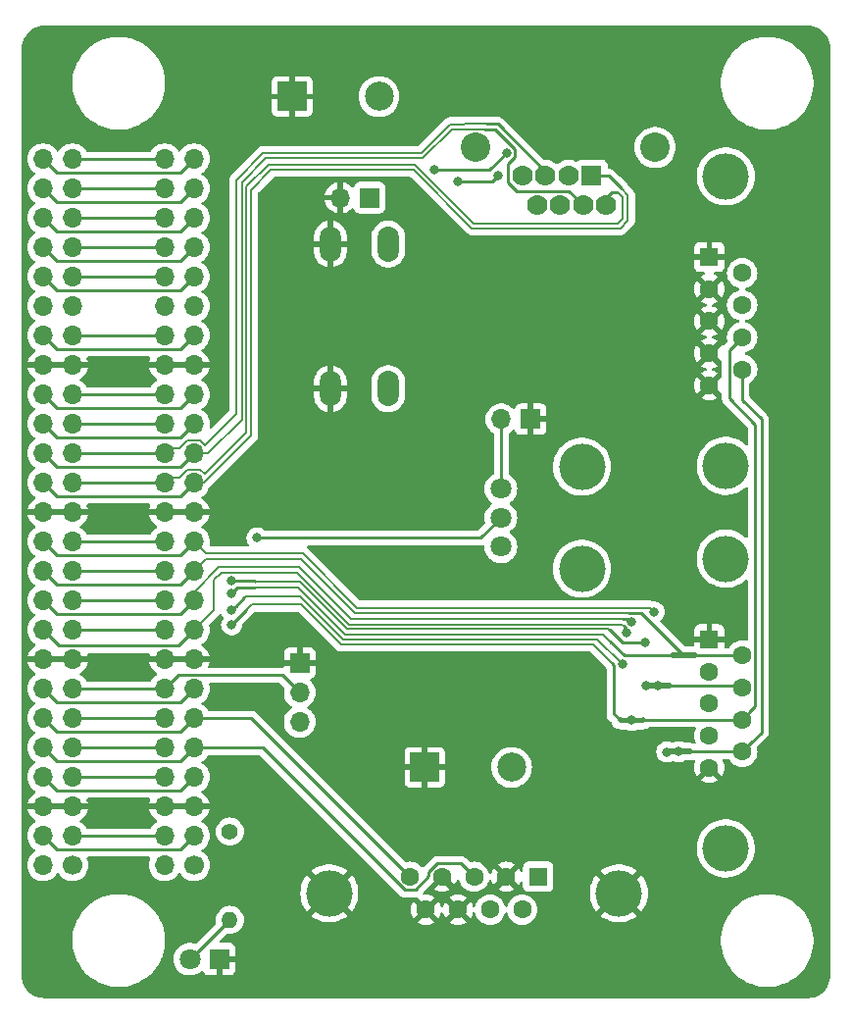
<source format=gbr>
G04 #@! TF.GenerationSoftware,KiCad,Pcbnew,8.0.3*
G04 #@! TF.CreationDate,2025-12-30T10:32:39+13:00*
G04 #@! TF.ProjectId,AWS_CPU_Interface_Board,4157535f-4350-4555-9f49-6e7465726661,rev?*
G04 #@! TF.SameCoordinates,Original*
G04 #@! TF.FileFunction,Copper,L1,Top*
G04 #@! TF.FilePolarity,Positive*
%FSLAX46Y46*%
G04 Gerber Fmt 4.6, Leading zero omitted, Abs format (unit mm)*
G04 Created by KiCad (PCBNEW 8.0.3) date 2025-12-30 10:32:39*
%MOMM*%
%LPD*%
G01*
G04 APERTURE LIST*
G04 #@! TA.AperFunction,EtchedComponent*
%ADD10C,0.000000*%
G04 #@! TD*
G04 #@! TA.AperFunction,ComponentPad*
%ADD11R,2.500000X2.500000*%
G04 #@! TD*
G04 #@! TA.AperFunction,ComponentPad*
%ADD12C,2.500000*%
G04 #@! TD*
G04 #@! TA.AperFunction,ComponentPad*
%ADD13C,1.700000*%
G04 #@! TD*
G04 #@! TA.AperFunction,ComponentPad*
%ADD14O,1.700000X1.700000*%
G04 #@! TD*
G04 #@! TA.AperFunction,WasherPad*
%ADD15C,4.000000*%
G04 #@! TD*
G04 #@! TA.AperFunction,ComponentPad*
%ADD16C,1.800000*%
G04 #@! TD*
G04 #@! TA.AperFunction,ComponentPad*
%ADD17R,1.700000X1.700000*%
G04 #@! TD*
G04 #@! TA.AperFunction,ComponentPad*
%ADD18R,1.800000X1.800000*%
G04 #@! TD*
G04 #@! TA.AperFunction,ComponentPad*
%ADD19R,1.778000X1.778000*%
G04 #@! TD*
G04 #@! TA.AperFunction,ComponentPad*
%ADD20C,1.778000*%
G04 #@! TD*
G04 #@! TA.AperFunction,ComponentPad*
%ADD21C,2.540000*%
G04 #@! TD*
G04 #@! TA.AperFunction,SMDPad,CuDef*
%ADD22C,0.500000*%
G04 #@! TD*
G04 #@! TA.AperFunction,ComponentPad*
%ADD23C,1.400000*%
G04 #@! TD*
G04 #@! TA.AperFunction,ComponentPad*
%ADD24O,1.400000X1.400000*%
G04 #@! TD*
G04 #@! TA.AperFunction,ComponentPad*
%ADD25O,1.850000X3.048000*%
G04 #@! TD*
G04 #@! TA.AperFunction,ComponentPad*
%ADD26C,4.000000*%
G04 #@! TD*
G04 #@! TA.AperFunction,ComponentPad*
%ADD27R,1.600000X1.600000*%
G04 #@! TD*
G04 #@! TA.AperFunction,ComponentPad*
%ADD28C,1.600000*%
G04 #@! TD*
G04 #@! TA.AperFunction,ViaPad*
%ADD29C,0.800000*%
G04 #@! TD*
G04 #@! TA.AperFunction,Conductor*
%ADD30C,0.250000*%
G04 #@! TD*
G04 #@! TA.AperFunction,Conductor*
%ADD31C,0.200000*%
G04 #@! TD*
G04 APERTURE END LIST*
D10*
G04 #@! TA.AperFunction,EtchedComponent*
G36*
X164800000Y-108650000D02*
G01*
X162800000Y-108650000D01*
X162800000Y-108150000D01*
X164800000Y-108150000D01*
X164800000Y-108650000D01*
G37*
G04 #@! TD.AperFunction*
G04 #@! TA.AperFunction,EtchedComponent*
G36*
X162550000Y-111250000D02*
G01*
X160550000Y-111250000D01*
X160550000Y-110750000D01*
X162550000Y-110750000D01*
X162550000Y-111250000D01*
G37*
G04 #@! TD.AperFunction*
G04 #@! TA.AperFunction,EtchedComponent*
G36*
X164350000Y-116950000D02*
G01*
X162350000Y-116950000D01*
X162350000Y-116450000D01*
X164350000Y-116450000D01*
X164350000Y-116950000D01*
G37*
G04 #@! TD.AperFunction*
G04 #@! TA.AperFunction,EtchedComponent*
G36*
X160300000Y-114250000D02*
G01*
X158300000Y-114250000D01*
X158300000Y-113750000D01*
X160300000Y-113750000D01*
X160300000Y-114250000D01*
G37*
G04 #@! TD.AperFunction*
D11*
X129975000Y-60150000D03*
D12*
X137475000Y-60150000D03*
D13*
X121500000Y-126500000D03*
D14*
X118960000Y-126500000D03*
X121500000Y-123960000D03*
X118960000Y-123960000D03*
X121500000Y-121420000D03*
X118960000Y-121420000D03*
X121500000Y-118880000D03*
X118960000Y-118880000D03*
X121500000Y-116340000D03*
X118960000Y-116340000D03*
X121500000Y-113800000D03*
X118960000Y-113800000D03*
X121500000Y-111260000D03*
X118960000Y-111260000D03*
X121500000Y-108720000D03*
X118960000Y-108720000D03*
X121500000Y-106180000D03*
X118960000Y-106180000D03*
X121500000Y-103640000D03*
X118960000Y-103640000D03*
X121500000Y-101100000D03*
X118960000Y-101100000D03*
X121500000Y-98560000D03*
X118960000Y-98560000D03*
X121500000Y-96020000D03*
X118960000Y-96020000D03*
X121500000Y-93480000D03*
X118960000Y-93480000D03*
X121500000Y-90940000D03*
X118960000Y-90940000D03*
X121500000Y-88400000D03*
X118960000Y-88400000D03*
X121500000Y-85860000D03*
X118960000Y-85860000D03*
X121500000Y-83320000D03*
X118960000Y-83320000D03*
X121500000Y-80780000D03*
X118960000Y-80780000D03*
X121500000Y-78240000D03*
X118960000Y-78240000D03*
X121500000Y-75700000D03*
X118960000Y-75700000D03*
X121500000Y-73160000D03*
X118960000Y-73160000D03*
X121500000Y-70620000D03*
X118960000Y-70620000D03*
X121500000Y-68080000D03*
X118960000Y-68080000D03*
X121500000Y-65540000D03*
X118960000Y-65540000D03*
D15*
X155000000Y-92100000D03*
X155000000Y-100900000D03*
D16*
X148000000Y-99000000D03*
X148000000Y-96500000D03*
X148000000Y-94000000D03*
D11*
X141425000Y-118050000D03*
D12*
X148925000Y-118050000D03*
D17*
X150575000Y-88000000D03*
D14*
X148035000Y-88000000D03*
D18*
X123675000Y-134600000D03*
D16*
X121135000Y-134600000D03*
D19*
X155840000Y-67000000D03*
D20*
X157110000Y-69540000D03*
X153840000Y-67000000D03*
X155110000Y-69540000D03*
X151840000Y-67000000D03*
X153110000Y-69540000D03*
X149840000Y-67000000D03*
X151110000Y-69540000D03*
D21*
X161329000Y-64536200D03*
X145781000Y-64536200D03*
D22*
X162800000Y-108400000D03*
X163800000Y-108400000D03*
X164800000Y-108400000D03*
X160550000Y-111000000D03*
X161550000Y-111000000D03*
X162550000Y-111000000D03*
X162350000Y-116700000D03*
X163350000Y-116700000D03*
X164350000Y-116700000D03*
X158300000Y-114000000D03*
X159300000Y-114000000D03*
X160300000Y-114000000D03*
D17*
X136675000Y-68875000D03*
D14*
X134135000Y-68875000D03*
D23*
X124600000Y-123590000D03*
D24*
X124600000Y-131210000D03*
D14*
X108460000Y-126500000D03*
D13*
X111000000Y-126500000D03*
D14*
X108460000Y-123960000D03*
X111000000Y-123960000D03*
X108460000Y-121420000D03*
X111000000Y-121420000D03*
X108460000Y-118880000D03*
X111000000Y-118880000D03*
X108460000Y-116340000D03*
X111000000Y-116340000D03*
X108460000Y-113800000D03*
X111000000Y-113800000D03*
X108460000Y-111260000D03*
X111000000Y-111260000D03*
X108460000Y-108720000D03*
X111000000Y-108720000D03*
X108460000Y-106180000D03*
X111000000Y-106180000D03*
X108460000Y-103640000D03*
X111000000Y-103640000D03*
X108460000Y-101100000D03*
X111000000Y-101100000D03*
X108460000Y-98560000D03*
X111000000Y-98560000D03*
X108460000Y-96020000D03*
X111000000Y-96020000D03*
X108460000Y-93480000D03*
X111000000Y-93480000D03*
X108460000Y-90940000D03*
X111000000Y-90940000D03*
X108460000Y-88400000D03*
X111000000Y-88400000D03*
X108460000Y-85860000D03*
X111000000Y-85860000D03*
X108460000Y-83320000D03*
X111000000Y-83320000D03*
X108460000Y-80780000D03*
X111000000Y-80780000D03*
X108460000Y-78240000D03*
X111000000Y-78240000D03*
X108460000Y-75700000D03*
X111000000Y-75700000D03*
X108460000Y-73160000D03*
X111000000Y-73160000D03*
X108460000Y-70620000D03*
X111000000Y-70620000D03*
X108460000Y-68080000D03*
X111000000Y-68080000D03*
X108460000Y-65540000D03*
X111000000Y-65540000D03*
D25*
X138275000Y-72875000D03*
X138275000Y-85375000D03*
X133275000Y-72875000D03*
X133275000Y-85375000D03*
D26*
X133185000Y-128914669D03*
X158185000Y-128914669D03*
D27*
X151225000Y-127494669D03*
D28*
X148455000Y-127494669D03*
X145685000Y-127494669D03*
X142915000Y-127494669D03*
X140145000Y-127494669D03*
X149840000Y-130334669D03*
X147070000Y-130334669D03*
X144300000Y-130334669D03*
X141530000Y-130334669D03*
D26*
X167420000Y-125040000D03*
X167420000Y-100040000D03*
D27*
X166000000Y-107000000D03*
D28*
X166000000Y-109770000D03*
X166000000Y-112540000D03*
X166000000Y-115310000D03*
X166000000Y-118080000D03*
X168840000Y-108385000D03*
X168840000Y-111155000D03*
X168840000Y-113925000D03*
X168840000Y-116695000D03*
D26*
X167420000Y-92040000D03*
X167420000Y-67040000D03*
D27*
X166000000Y-74000000D03*
D28*
X166000000Y-76770000D03*
X166000000Y-79540000D03*
X166000000Y-82310000D03*
X166000000Y-85080000D03*
X168840000Y-75385000D03*
X168840000Y-78155000D03*
X168840000Y-80925000D03*
X168840000Y-83695000D03*
D17*
X130625000Y-109060000D03*
D14*
X130625000Y-111600000D03*
X130625000Y-114140000D03*
D29*
X126950000Y-98250000D03*
X158850000Y-106450000D03*
X159300000Y-114000000D03*
X163350000Y-116700000D03*
X159264834Y-105450000D03*
X161225000Y-104625000D03*
X161550000Y-111000000D03*
X142262647Y-66487327D03*
X148500000Y-65000000D03*
X144250078Y-67500000D03*
X147750010Y-67000000D03*
X162337347Y-116712653D03*
X158500000Y-109150000D03*
X124750000Y-104500000D03*
X124750000Y-105750000D03*
X124750000Y-103000000D03*
X160550000Y-111000000D03*
X160500000Y-107300000D03*
X124750000Y-101974680D03*
D30*
X124600000Y-131210000D02*
X121210000Y-134600000D01*
X121210000Y-134600000D02*
X121135000Y-134600000D01*
X111000000Y-111260000D02*
X111000000Y-110750000D01*
X129110000Y-110085000D02*
X120135000Y-110085000D01*
X130625000Y-111600000D02*
X129110000Y-110085000D01*
X120135000Y-110085000D02*
X118960000Y-111260000D01*
X111000000Y-111260000D02*
X111000000Y-110500000D01*
X111000000Y-111260000D02*
X118960000Y-111260000D01*
X148035000Y-93965000D02*
X148000000Y-94000000D01*
X148035000Y-88000000D02*
X148035000Y-93965000D01*
X126950000Y-98250000D02*
X146250000Y-98250000D01*
X146250000Y-98250000D02*
X148000000Y-96500000D01*
X111000000Y-118880000D02*
X118960000Y-118880000D01*
X111000000Y-116340000D02*
X118960000Y-116340000D01*
X120324999Y-117515001D02*
X120650001Y-117189999D01*
X142468678Y-126350000D02*
X144540331Y-126350000D01*
X120650001Y-117189999D02*
X121500000Y-116340000D01*
X109635001Y-117515001D02*
X120324999Y-117515001D01*
X127399340Y-116340000D02*
X139679009Y-128619669D01*
X108460000Y-116340000D02*
X109635001Y-117515001D01*
X144540331Y-126350000D02*
X145685000Y-127494669D01*
X141775000Y-127043678D02*
X142468678Y-126350000D01*
X140610991Y-128619669D02*
X141775000Y-127455660D01*
X139679009Y-128619669D02*
X140610991Y-128619669D01*
X141775000Y-127455660D02*
X141775000Y-127043678D01*
X121500000Y-116340000D02*
X127399340Y-116340000D01*
X109635001Y-114975001D02*
X120324999Y-114975001D01*
X121500000Y-113800000D02*
X126450331Y-113800000D01*
X120324999Y-114975001D02*
X121500000Y-113800000D01*
X108460000Y-113800000D02*
X109635001Y-114975001D01*
X126450331Y-113800000D02*
X140145000Y-127494669D01*
X109635001Y-112435001D02*
X120324999Y-112435001D01*
X120324999Y-112435001D02*
X120650001Y-112109999D01*
X120650001Y-112109999D02*
X121500000Y-111260000D01*
X108460000Y-111260000D02*
X109635001Y-112435001D01*
D31*
X123225000Y-101843200D02*
X123843200Y-101225000D01*
X158466832Y-105725000D02*
X158591832Y-105850000D01*
X134906800Y-105725000D02*
X158466832Y-105725000D01*
D30*
X120650001Y-107029999D02*
X121500000Y-106180000D01*
X158670916Y-105929084D02*
X158591832Y-105850000D01*
X158850000Y-106108168D02*
X158670916Y-105929084D01*
D31*
X123843200Y-101225000D02*
X130406800Y-101225000D01*
X123225000Y-104455000D02*
X123225000Y-101843200D01*
D30*
X108460000Y-106180000D02*
X109824999Y-107544999D01*
X158850000Y-106450000D02*
X158850000Y-106108168D01*
X120135001Y-107544999D02*
X120650001Y-107029999D01*
D31*
X121500000Y-106180000D02*
X123225000Y-104455000D01*
X130406800Y-101225000D02*
X134906800Y-105725000D01*
D30*
X109824999Y-107544999D02*
X120135001Y-107544999D01*
X158550000Y-105275000D02*
X159089834Y-105275000D01*
X159089834Y-105275000D02*
X159264834Y-105450000D01*
D31*
X156500000Y-105275000D02*
X158550000Y-105275000D01*
D30*
X120650001Y-104489999D02*
X121500000Y-103640000D01*
X109635001Y-104815001D02*
X120324999Y-104815001D01*
D31*
X121500000Y-103640000D02*
X121500000Y-102931800D01*
X123656800Y-100775000D02*
X130593200Y-100775000D01*
X135093200Y-105275000D02*
X156500000Y-105275000D01*
D30*
X108460000Y-103640000D02*
X109635001Y-104815001D01*
D31*
X121500000Y-102931800D02*
X123656800Y-100775000D01*
X130593200Y-100775000D02*
X135093200Y-105275000D01*
D30*
X120324999Y-104815001D02*
X120650001Y-104489999D01*
X159050000Y-104725000D02*
X160125000Y-104725000D01*
X160125000Y-104725000D02*
X163800000Y-108400000D01*
D31*
X121500000Y-101100000D02*
X122545000Y-100055000D01*
D30*
X108460000Y-101100000D02*
X109635001Y-102275001D01*
D31*
X135406800Y-104725000D02*
X157000000Y-104725000D01*
X157000000Y-104725000D02*
X159050000Y-104725000D01*
D30*
X109635001Y-102275001D02*
X120324999Y-102275001D01*
D31*
X122545000Y-100055000D02*
X130736800Y-100055000D01*
D30*
X120324999Y-102275001D02*
X120650001Y-101949999D01*
D31*
X130736800Y-100055000D02*
X135406800Y-104725000D01*
D30*
X120650001Y-101949999D02*
X121500000Y-101100000D01*
D31*
X161225000Y-104625000D02*
X160875000Y-104275000D01*
D30*
X108460000Y-98560000D02*
X109635001Y-99735001D01*
X109635001Y-99735001D02*
X120324999Y-99735001D01*
D31*
X130923200Y-99605000D02*
X122545000Y-99605000D01*
X122545000Y-99605000D02*
X121500000Y-98560000D01*
D30*
X120650001Y-99409999D02*
X121500000Y-98560000D01*
D31*
X160875000Y-104275000D02*
X135593200Y-104275000D01*
X135593200Y-104275000D02*
X130923200Y-99605000D01*
D30*
X120324999Y-99735001D02*
X120650001Y-99409999D01*
X157590900Y-68409100D02*
X158090900Y-68409100D01*
X157110000Y-69540000D02*
X157110000Y-68890000D01*
D31*
X126025000Y-89156800D02*
X126025000Y-67925000D01*
X158525000Y-70656800D02*
X158525000Y-68843200D01*
X119410000Y-93030000D02*
X120247998Y-93030000D01*
D30*
X157110000Y-68890000D02*
X157590900Y-68409100D01*
X111000000Y-93480000D02*
X118960000Y-93480000D01*
D31*
X127925000Y-66025000D02*
X140590700Y-66025000D01*
X122052001Y-92329999D02*
X122451901Y-92729899D01*
X145665689Y-71099989D02*
X158081811Y-71099989D01*
X158525000Y-68843200D02*
X158090900Y-68409100D01*
X122451901Y-92729899D02*
X126025000Y-89156800D01*
X120247998Y-93030000D02*
X120947999Y-92329999D01*
X158081811Y-71099989D02*
X158525000Y-70656800D01*
X118960000Y-93480000D02*
X119410000Y-93030000D01*
X120947999Y-92329999D02*
X122052001Y-92329999D01*
X126025000Y-67925000D02*
X127925000Y-66025000D01*
X140590700Y-66025000D02*
X145665689Y-71099989D01*
D30*
X157318200Y-67000000D02*
X158409100Y-68090900D01*
D31*
X158975000Y-68656800D02*
X158409100Y-68090900D01*
X158975000Y-70843200D02*
X158975000Y-68656800D01*
X140475000Y-66475000D02*
X145500000Y-71500000D01*
D30*
X109635001Y-94655001D02*
X120324999Y-94655001D01*
D31*
X145500000Y-71500000D02*
X158318200Y-71500000D01*
X121500000Y-93480000D02*
X122338200Y-93480000D01*
D30*
X120324999Y-94655001D02*
X120650001Y-94329999D01*
D31*
X158318200Y-71500000D02*
X158975000Y-70843200D01*
D30*
X155840000Y-67000000D02*
X157318200Y-67000000D01*
X108460000Y-93480000D02*
X109635001Y-94655001D01*
X120650001Y-94329999D02*
X121500000Y-93480000D01*
D31*
X122338200Y-93480000D02*
X126425000Y-89393200D01*
X128150000Y-66475000D02*
X140475000Y-66475000D01*
X126425000Y-89393200D02*
X126425000Y-68200000D01*
X126425000Y-68200000D02*
X128150000Y-66475000D01*
X122471901Y-90209899D02*
X125150000Y-87531800D01*
X122052001Y-89789999D02*
X122471901Y-90209899D01*
D30*
X147725601Y-62516189D02*
X146720993Y-62516189D01*
X151840000Y-66630588D02*
X147725601Y-62516189D01*
D31*
X144832215Y-62525000D02*
X144841007Y-62516208D01*
D30*
X111000000Y-90940000D02*
X118960000Y-90940000D01*
D31*
X120947999Y-89789999D02*
X122052001Y-89789999D01*
D30*
X151840000Y-67000000D02*
X151840000Y-66630588D01*
D31*
X125150000Y-87531800D02*
X125150000Y-67350000D01*
X119410000Y-90490000D02*
X120247998Y-90490000D01*
X141123296Y-65025000D02*
X143623296Y-62525000D01*
X127475000Y-65025000D02*
X141123296Y-65025000D01*
X118960000Y-90940000D02*
X119410000Y-90490000D01*
X143623296Y-62525000D02*
X144832215Y-62525000D01*
X125150000Y-67350000D02*
X127475000Y-65025000D01*
X120247998Y-90490000D02*
X120947999Y-89789999D01*
X144841007Y-62516208D02*
X146720993Y-62516208D01*
X127700000Y-65475000D02*
X141238996Y-65475000D01*
D30*
X108460000Y-90940000D02*
X109635001Y-92115001D01*
X120650001Y-91789999D02*
X121500000Y-90940000D01*
X148625999Y-65947003D02*
X148625999Y-67582721D01*
X120324999Y-92115001D02*
X120650001Y-91789999D01*
X149369277Y-68325999D02*
X153895999Y-68325999D01*
D31*
X122702081Y-90940000D02*
X125625000Y-88017081D01*
D30*
X149225001Y-65348001D02*
X148625999Y-65947003D01*
D31*
X145027399Y-62966199D02*
X146534601Y-62966199D01*
D30*
X109635001Y-92115001D02*
X120324999Y-92115001D01*
X146534601Y-62966199D02*
X147539201Y-62966199D01*
X147539201Y-62966199D02*
X149225001Y-64651999D01*
D31*
X125625000Y-88017081D02*
X125625000Y-67550000D01*
X145018598Y-62975000D02*
X145027399Y-62966199D01*
X143738996Y-62975000D02*
X145018598Y-62975000D01*
D30*
X149225001Y-64651999D02*
X149225001Y-65348001D01*
X148625999Y-67582721D02*
X149369277Y-68325999D01*
D31*
X125625000Y-67550000D02*
X127700000Y-65475000D01*
X141238996Y-65475000D02*
X143738996Y-62975000D01*
X121500000Y-90940000D02*
X122702081Y-90940000D01*
D30*
X153895999Y-68325999D02*
X155110000Y-69540000D01*
X111000000Y-88400000D02*
X118960000Y-88400000D01*
X109635001Y-89575001D02*
X120324999Y-89575001D01*
X120324999Y-89575001D02*
X120650001Y-89249999D01*
X147012673Y-66487327D02*
X142828332Y-66487327D01*
X142828332Y-66487327D02*
X142262647Y-66487327D01*
X120650001Y-89249999D02*
X121500000Y-88400000D01*
X108460000Y-88400000D02*
X109635001Y-89575001D01*
X148500000Y-65000000D02*
X147012673Y-66487327D01*
X111000000Y-85860000D02*
X118960000Y-85860000D01*
X120324999Y-87035001D02*
X120650001Y-86709999D01*
X147250010Y-67500000D02*
X144250078Y-67500000D01*
X108460000Y-85860000D02*
X109635001Y-87035001D01*
X109635001Y-87035001D02*
X120324999Y-87035001D01*
X147750010Y-67000000D02*
X147250010Y-67500000D01*
X120650001Y-86709999D02*
X121500000Y-85860000D01*
D31*
X125750000Y-103500000D02*
X126000000Y-103250000D01*
X156325011Y-106975011D02*
X158500000Y-109150000D01*
D30*
X124750000Y-104500000D02*
X125149999Y-104100001D01*
X125149999Y-104100001D02*
X125750000Y-103500000D01*
D31*
X134389030Y-106975011D02*
X156325011Y-106975011D01*
D30*
X111000000Y-103640000D02*
X118960000Y-103640000D01*
D31*
X126000000Y-103250000D02*
X130664022Y-103250000D01*
X130664022Y-103250000D02*
X134389030Y-106975011D01*
D30*
X170500000Y-88000000D02*
X170500000Y-115035000D01*
X168840000Y-116695000D02*
X164355000Y-116695000D01*
X170500000Y-115035000D02*
X169639999Y-115895001D01*
X169639999Y-115895001D02*
X168840000Y-116695000D01*
X168840000Y-86340000D02*
X170500000Y-88000000D01*
X168840000Y-83695000D02*
X168840000Y-86340000D01*
X164355000Y-116695000D02*
X164350000Y-116700000D01*
X157750000Y-113450000D02*
X158300000Y-114000000D01*
X157540900Y-109009100D02*
X157750000Y-109218200D01*
X157750000Y-109218200D02*
X157750000Y-113450000D01*
D31*
X134202638Y-107425002D02*
X155956802Y-107425002D01*
X130777641Y-104000000D02*
X134202638Y-107425002D01*
X126500000Y-104000000D02*
X130777641Y-104000000D01*
D30*
X111000000Y-106180000D02*
X118960000Y-106180000D01*
D31*
X155956802Y-107425002D02*
X157540900Y-109009100D01*
X126000000Y-104500000D02*
X126500000Y-104000000D01*
D30*
X124750000Y-105750000D02*
X126000000Y-104500000D01*
X158681800Y-108400000D02*
X157440900Y-107159100D01*
X162800000Y-108400000D02*
X158681800Y-108400000D01*
D31*
X134554719Y-106575001D02*
X156856801Y-106575001D01*
D30*
X125250000Y-102500000D02*
X126750000Y-102500000D01*
D31*
X126750000Y-102500000D02*
X130479720Y-102500000D01*
X130479720Y-102500000D02*
X134554719Y-106575001D01*
D30*
X124750000Y-103000000D02*
X125250000Y-102500000D01*
D31*
X156856801Y-106575001D02*
X157440900Y-107159100D01*
D30*
X111000000Y-101100000D02*
X118960000Y-101100000D01*
X157375010Y-106150010D02*
X157350010Y-106150010D01*
X158525000Y-107300000D02*
X157375010Y-106150010D01*
X160500000Y-107300000D02*
X158525000Y-107300000D01*
X126724680Y-101974680D02*
X125315685Y-101974680D01*
D31*
X130616102Y-102000000D02*
X134741111Y-106125010D01*
X126750000Y-102000000D02*
X130616102Y-102000000D01*
X134741111Y-106125010D02*
X157350010Y-106125010D01*
D30*
X126750000Y-102000000D02*
X126724680Y-101974680D01*
X111000000Y-98560000D02*
X118960000Y-98560000D01*
X125315685Y-101974680D02*
X124750000Y-101974680D01*
X168765000Y-114000000D02*
X168840000Y-113925000D01*
X168840000Y-80925000D02*
X167714999Y-82050001D01*
X168840000Y-113925000D02*
X160375000Y-113925000D01*
X167714999Y-86214999D02*
X169965001Y-88465001D01*
X169639999Y-113125001D02*
X168840000Y-113925000D01*
X169965001Y-112799999D02*
X169639999Y-113125001D01*
X160375000Y-113925000D02*
X160300000Y-114000000D01*
X167714999Y-82050001D02*
X167714999Y-86214999D01*
X169965001Y-88465001D02*
X169965001Y-112799999D01*
X168685000Y-111000000D02*
X162550000Y-111000000D01*
X168685000Y-111000000D02*
X168840000Y-111155000D01*
X164815000Y-108385000D02*
X164800000Y-108400000D01*
X168840000Y-108385000D02*
X164815000Y-108385000D01*
X111000000Y-123960000D02*
X118960000Y-123960000D01*
X120650001Y-124809999D02*
X121500000Y-123960000D01*
X108460000Y-123960000D02*
X109635001Y-125135001D01*
X109635001Y-125135001D02*
X120324999Y-125135001D01*
X120324999Y-125135001D02*
X120650001Y-124809999D01*
X111000000Y-80780000D02*
X118960000Y-80780000D01*
X120324999Y-81955001D02*
X120650001Y-81629999D01*
X108460000Y-80780000D02*
X109635001Y-81955001D01*
X120650001Y-81629999D02*
X121500000Y-80780000D01*
X109635001Y-81955001D02*
X120324999Y-81955001D01*
X111000000Y-75700000D02*
X118960000Y-75700000D01*
X108460000Y-75700000D02*
X109635001Y-76875001D01*
X109635001Y-76875001D02*
X120324999Y-76875001D01*
X120650001Y-76549999D02*
X121500000Y-75700000D01*
X120324999Y-76875001D02*
X120650001Y-76549999D01*
X111000000Y-73160000D02*
X118960000Y-73160000D01*
X120324999Y-74335001D02*
X120650001Y-74009999D01*
X108460000Y-73160000D02*
X109635001Y-74335001D01*
X120650001Y-74009999D02*
X121500000Y-73160000D01*
X109635001Y-74335001D02*
X120324999Y-74335001D01*
X111000000Y-70620000D02*
X118960000Y-70620000D01*
X108460000Y-70620000D02*
X109635001Y-71795001D01*
X109635001Y-71795001D02*
X120324999Y-71795001D01*
X120650001Y-71469999D02*
X121500000Y-70620000D01*
X120324999Y-71795001D02*
X120650001Y-71469999D01*
X112202081Y-68080000D02*
X118960000Y-68080000D01*
X111000000Y-68080000D02*
X112202081Y-68080000D01*
X120324999Y-69255001D02*
X120650001Y-68929999D01*
X120650001Y-68929999D02*
X121500000Y-68080000D01*
X109635001Y-69255001D02*
X120324999Y-69255001D01*
X108460000Y-68080000D02*
X109635001Y-69255001D01*
X111000000Y-65540000D02*
X118960000Y-65540000D01*
X108460000Y-65540000D02*
X109635001Y-66715001D01*
X109635001Y-66715001D02*
X120324999Y-66715001D01*
X120324999Y-66715001D02*
X120650001Y-66389999D01*
X120650001Y-66389999D02*
X121500000Y-65540000D01*
X111000000Y-113800000D02*
X118960000Y-113800000D01*
X120324999Y-120055001D02*
X120650001Y-119729999D01*
X109635001Y-120055001D02*
X120324999Y-120055001D01*
X108460000Y-118880000D02*
X109635001Y-120055001D01*
X120650001Y-119729999D02*
X121500000Y-118880000D01*
G04 #@! TA.AperFunction,Conductor*
G36*
X117683941Y-120708186D02*
G01*
X117729696Y-120760990D01*
X117739640Y-120830148D01*
X117729284Y-120864905D01*
X117686571Y-120956502D01*
X117686567Y-120956513D01*
X117629364Y-121169999D01*
X117629364Y-121170000D01*
X118526988Y-121170000D01*
X118494075Y-121227007D01*
X118460000Y-121354174D01*
X118460000Y-121485826D01*
X118494075Y-121612993D01*
X118526988Y-121670000D01*
X117629364Y-121670000D01*
X117686567Y-121883486D01*
X117686570Y-121883492D01*
X117786399Y-122097578D01*
X117921894Y-122291082D01*
X118088917Y-122458105D01*
X118269802Y-122584763D01*
X118313427Y-122639340D01*
X118320619Y-122708839D01*
X118289097Y-122771193D01*
X118257697Y-122795392D01*
X118214427Y-122818809D01*
X118214422Y-122818812D01*
X118036761Y-122957092D01*
X118036756Y-122957097D01*
X117884284Y-123122723D01*
X117884276Y-123122734D01*
X117787852Y-123270322D01*
X117734706Y-123315679D01*
X117684044Y-123326500D01*
X112275956Y-123326500D01*
X112208917Y-123306815D01*
X112172148Y-123270322D01*
X112075723Y-123122734D01*
X112075715Y-123122723D01*
X111923243Y-122957097D01*
X111923238Y-122957092D01*
X111745577Y-122818812D01*
X111745577Y-122818811D01*
X111702303Y-122795393D01*
X111652713Y-122746173D01*
X111637605Y-122677957D01*
X111661775Y-122612401D01*
X111690198Y-122584763D01*
X111871079Y-122458108D01*
X112038105Y-122291082D01*
X112173600Y-122097578D01*
X112273429Y-121883492D01*
X112273432Y-121883486D01*
X112330636Y-121670000D01*
X111433012Y-121670000D01*
X111465925Y-121612993D01*
X111500000Y-121485826D01*
X111500000Y-121354174D01*
X111465925Y-121227007D01*
X111433012Y-121170000D01*
X112330636Y-121170000D01*
X112330635Y-121169999D01*
X112273432Y-120956513D01*
X112273428Y-120956502D01*
X112230716Y-120864905D01*
X112220224Y-120795828D01*
X112248744Y-120732044D01*
X112307221Y-120693805D01*
X112343098Y-120688501D01*
X117616902Y-120688501D01*
X117683941Y-120708186D01*
G37*
G04 #@! TD.AperFunction*
G04 #@! TA.AperFunction,Conductor*
G36*
X110534075Y-121227007D02*
G01*
X110500000Y-121354174D01*
X110500000Y-121485826D01*
X110534075Y-121612993D01*
X110566988Y-121670000D01*
X108893012Y-121670000D01*
X108925925Y-121612993D01*
X108960000Y-121485826D01*
X108960000Y-121354174D01*
X108925925Y-121227007D01*
X108893012Y-121170000D01*
X110566988Y-121170000D01*
X110534075Y-121227007D01*
G37*
G04 #@! TD.AperFunction*
G04 #@! TA.AperFunction,Conductor*
G36*
X121034075Y-121227007D02*
G01*
X121000000Y-121354174D01*
X121000000Y-121485826D01*
X121034075Y-121612993D01*
X121066988Y-121670000D01*
X119393012Y-121670000D01*
X119425925Y-121612993D01*
X119460000Y-121485826D01*
X119460000Y-121354174D01*
X119425925Y-121227007D01*
X119393012Y-121170000D01*
X121066988Y-121170000D01*
X121034075Y-121227007D01*
G37*
G04 #@! TD.AperFunction*
G04 #@! TA.AperFunction,Conductor*
G36*
X117612910Y-108198184D02*
G01*
X117658665Y-108250988D01*
X117668609Y-108320146D01*
X117665646Y-108334592D01*
X117629363Y-108469999D01*
X117629364Y-108470000D01*
X118526988Y-108470000D01*
X118494075Y-108527007D01*
X118460000Y-108654174D01*
X118460000Y-108785826D01*
X118494075Y-108912993D01*
X118526988Y-108970000D01*
X117629364Y-108970000D01*
X117686567Y-109183486D01*
X117686570Y-109183492D01*
X117786399Y-109397578D01*
X117921894Y-109591082D01*
X118088917Y-109758105D01*
X118269802Y-109884763D01*
X118313427Y-109939340D01*
X118320619Y-110008839D01*
X118289097Y-110071193D01*
X118257697Y-110095392D01*
X118214427Y-110118809D01*
X118214422Y-110118812D01*
X118036761Y-110257092D01*
X118036756Y-110257097D01*
X117884284Y-110422723D01*
X117884276Y-110422734D01*
X117787852Y-110570322D01*
X117734706Y-110615679D01*
X117684044Y-110626500D01*
X112275956Y-110626500D01*
X112208917Y-110606815D01*
X112172148Y-110570322D01*
X112075723Y-110422734D01*
X112075715Y-110422723D01*
X111923243Y-110257097D01*
X111923238Y-110257092D01*
X111761501Y-110131206D01*
X111745577Y-110118811D01*
X111702303Y-110095393D01*
X111652713Y-110046173D01*
X111637605Y-109977957D01*
X111661775Y-109912401D01*
X111690198Y-109884763D01*
X111871079Y-109758108D01*
X112038105Y-109591082D01*
X112173600Y-109397578D01*
X112273429Y-109183492D01*
X112273432Y-109183486D01*
X112330636Y-108970000D01*
X111433012Y-108970000D01*
X111465925Y-108912993D01*
X111500000Y-108785826D01*
X111500000Y-108654174D01*
X111465925Y-108527007D01*
X111433012Y-108470000D01*
X112330636Y-108470000D01*
X112330636Y-108469999D01*
X112294354Y-108334592D01*
X112296017Y-108264743D01*
X112335179Y-108206880D01*
X112399408Y-108179376D01*
X112414129Y-108178499D01*
X117545871Y-108178499D01*
X117612910Y-108198184D01*
G37*
G04 #@! TD.AperFunction*
G04 #@! TA.AperFunction,Conductor*
G36*
X110534075Y-108527007D02*
G01*
X110500000Y-108654174D01*
X110500000Y-108785826D01*
X110534075Y-108912993D01*
X110566988Y-108970000D01*
X108893012Y-108970000D01*
X108925925Y-108912993D01*
X108960000Y-108785826D01*
X108960000Y-108654174D01*
X108925925Y-108527007D01*
X108893012Y-108470000D01*
X110566988Y-108470000D01*
X110534075Y-108527007D01*
G37*
G04 #@! TD.AperFunction*
G04 #@! TA.AperFunction,Conductor*
G36*
X121034075Y-108527007D02*
G01*
X121000000Y-108654174D01*
X121000000Y-108785826D01*
X121034075Y-108912993D01*
X121066988Y-108970000D01*
X119393012Y-108970000D01*
X119425925Y-108912993D01*
X119460000Y-108785826D01*
X119460000Y-108654174D01*
X119425925Y-108527007D01*
X119393012Y-108470000D01*
X121066988Y-108470000D01*
X121034075Y-108527007D01*
G37*
G04 #@! TD.AperFunction*
G04 #@! TA.AperFunction,Conductor*
G36*
X117683941Y-95308186D02*
G01*
X117729696Y-95360990D01*
X117739640Y-95430148D01*
X117729284Y-95464905D01*
X117686571Y-95556502D01*
X117686567Y-95556513D01*
X117629364Y-95769999D01*
X117629364Y-95770000D01*
X118526988Y-95770000D01*
X118494075Y-95827007D01*
X118460000Y-95954174D01*
X118460000Y-96085826D01*
X118494075Y-96212993D01*
X118526988Y-96270000D01*
X117629364Y-96270000D01*
X117686567Y-96483486D01*
X117686570Y-96483492D01*
X117786399Y-96697578D01*
X117921894Y-96891082D01*
X118088917Y-97058105D01*
X118269802Y-97184763D01*
X118313427Y-97239340D01*
X118320619Y-97308839D01*
X118289097Y-97371193D01*
X118257697Y-97395392D01*
X118214427Y-97418809D01*
X118214422Y-97418812D01*
X118036761Y-97557092D01*
X118036756Y-97557097D01*
X117884284Y-97722723D01*
X117884276Y-97722734D01*
X117787852Y-97870322D01*
X117734706Y-97915679D01*
X117684044Y-97926500D01*
X112275956Y-97926500D01*
X112208917Y-97906815D01*
X112172148Y-97870322D01*
X112075723Y-97722734D01*
X112075715Y-97722723D01*
X111923243Y-97557097D01*
X111923238Y-97557092D01*
X111745577Y-97418812D01*
X111745577Y-97418811D01*
X111702303Y-97395393D01*
X111652713Y-97346173D01*
X111637605Y-97277957D01*
X111661775Y-97212401D01*
X111690198Y-97184763D01*
X111871079Y-97058108D01*
X112038105Y-96891082D01*
X112173600Y-96697578D01*
X112273429Y-96483492D01*
X112273432Y-96483486D01*
X112330636Y-96270000D01*
X111433012Y-96270000D01*
X111465925Y-96212993D01*
X111500000Y-96085826D01*
X111500000Y-95954174D01*
X111465925Y-95827007D01*
X111433012Y-95770000D01*
X112330636Y-95770000D01*
X112330635Y-95769999D01*
X112273432Y-95556513D01*
X112273428Y-95556502D01*
X112230716Y-95464905D01*
X112220224Y-95395828D01*
X112248744Y-95332044D01*
X112307221Y-95293805D01*
X112343098Y-95288501D01*
X117616902Y-95288501D01*
X117683941Y-95308186D01*
G37*
G04 #@! TD.AperFunction*
G04 #@! TA.AperFunction,Conductor*
G36*
X110534075Y-95827007D02*
G01*
X110500000Y-95954174D01*
X110500000Y-96085826D01*
X110534075Y-96212993D01*
X110566988Y-96270000D01*
X108893012Y-96270000D01*
X108925925Y-96212993D01*
X108960000Y-96085826D01*
X108960000Y-95954174D01*
X108925925Y-95827007D01*
X108893012Y-95770000D01*
X110566988Y-95770000D01*
X110534075Y-95827007D01*
G37*
G04 #@! TD.AperFunction*
G04 #@! TA.AperFunction,Conductor*
G36*
X121034075Y-95827007D02*
G01*
X121000000Y-95954174D01*
X121000000Y-96085826D01*
X121034075Y-96212993D01*
X121066988Y-96270000D01*
X119393012Y-96270000D01*
X119425925Y-96212993D01*
X119460000Y-96085826D01*
X119460000Y-95954174D01*
X119425925Y-95827007D01*
X119393012Y-95770000D01*
X121066988Y-95770000D01*
X121034075Y-95827007D01*
G37*
G04 #@! TD.AperFunction*
G04 #@! TA.AperFunction,Conductor*
G36*
X117683941Y-82608186D02*
G01*
X117729696Y-82660990D01*
X117739640Y-82730148D01*
X117729284Y-82764905D01*
X117686571Y-82856502D01*
X117686567Y-82856513D01*
X117629364Y-83069999D01*
X117629364Y-83070000D01*
X118526988Y-83070000D01*
X118494075Y-83127007D01*
X118460000Y-83254174D01*
X118460000Y-83385826D01*
X118494075Y-83512993D01*
X118526988Y-83570000D01*
X117629364Y-83570000D01*
X117686567Y-83783486D01*
X117686570Y-83783492D01*
X117786399Y-83997578D01*
X117921894Y-84191082D01*
X118088917Y-84358105D01*
X118269802Y-84484763D01*
X118313427Y-84539340D01*
X118320619Y-84608839D01*
X118289097Y-84671193D01*
X118257697Y-84695392D01*
X118214427Y-84718809D01*
X118214422Y-84718812D01*
X118036761Y-84857092D01*
X118036756Y-84857097D01*
X117884284Y-85022723D01*
X117884276Y-85022734D01*
X117787852Y-85170322D01*
X117734706Y-85215679D01*
X117684044Y-85226500D01*
X112275956Y-85226500D01*
X112208917Y-85206815D01*
X112172148Y-85170322D01*
X112075723Y-85022734D01*
X112075715Y-85022723D01*
X111923243Y-84857097D01*
X111923238Y-84857092D01*
X111785620Y-84749979D01*
X111745577Y-84718811D01*
X111702303Y-84695393D01*
X111652713Y-84646173D01*
X111637605Y-84577957D01*
X111661775Y-84512401D01*
X111690198Y-84484763D01*
X111871079Y-84358108D01*
X112038105Y-84191082D01*
X112173600Y-83997578D01*
X112273429Y-83783492D01*
X112273432Y-83783486D01*
X112330636Y-83570000D01*
X111433012Y-83570000D01*
X111465925Y-83512993D01*
X111500000Y-83385826D01*
X111500000Y-83254174D01*
X111465925Y-83127007D01*
X111433012Y-83070000D01*
X112330636Y-83070000D01*
X112330635Y-83069999D01*
X112273432Y-82856513D01*
X112273428Y-82856502D01*
X112230716Y-82764905D01*
X112220224Y-82695828D01*
X112248744Y-82632044D01*
X112307221Y-82593805D01*
X112343098Y-82588501D01*
X117616902Y-82588501D01*
X117683941Y-82608186D01*
G37*
G04 #@! TD.AperFunction*
G04 #@! TA.AperFunction,Conductor*
G36*
X167045180Y-83001627D02*
G01*
X167078665Y-83062950D01*
X167081499Y-83089308D01*
X167081499Y-84300691D01*
X167061814Y-84367730D01*
X167045180Y-84388372D01*
X166482962Y-84950589D01*
X166465925Y-84887007D01*
X166400099Y-84772993D01*
X166307007Y-84679901D01*
X166192993Y-84614075D01*
X166129410Y-84597037D01*
X166725472Y-84000974D01*
X166652478Y-83949863D01*
X166446331Y-83853735D01*
X166446317Y-83853730D01*
X166300932Y-83814775D01*
X166241271Y-83778410D01*
X166210742Y-83715563D01*
X166219037Y-83646188D01*
X166263522Y-83592310D01*
X166300932Y-83575225D01*
X166446317Y-83536269D01*
X166446331Y-83536264D01*
X166652478Y-83440136D01*
X166725471Y-83389024D01*
X166129409Y-82792962D01*
X166192993Y-82775925D01*
X166307007Y-82710099D01*
X166400099Y-82617007D01*
X166465925Y-82502993D01*
X166482962Y-82439409D01*
X167045180Y-83001627D01*
G37*
G04 #@! TD.AperFunction*
G04 #@! TA.AperFunction,Conductor*
G36*
X110534075Y-83127007D02*
G01*
X110500000Y-83254174D01*
X110500000Y-83385826D01*
X110534075Y-83512993D01*
X110566988Y-83570000D01*
X108893012Y-83570000D01*
X108925925Y-83512993D01*
X108960000Y-83385826D01*
X108960000Y-83254174D01*
X108925925Y-83127007D01*
X108893012Y-83070000D01*
X110566988Y-83070000D01*
X110534075Y-83127007D01*
G37*
G04 #@! TD.AperFunction*
G04 #@! TA.AperFunction,Conductor*
G36*
X121034075Y-83127007D02*
G01*
X121000000Y-83254174D01*
X121000000Y-83385826D01*
X121034075Y-83512993D01*
X121066988Y-83570000D01*
X119393012Y-83570000D01*
X119425925Y-83512993D01*
X119460000Y-83385826D01*
X119460000Y-83254174D01*
X119425925Y-83127007D01*
X119393012Y-83070000D01*
X121066988Y-83070000D01*
X121034075Y-83127007D01*
G37*
G04 #@! TD.AperFunction*
G04 #@! TA.AperFunction,Conductor*
G36*
X174504043Y-54025765D02*
G01*
X174749632Y-54041861D01*
X174765690Y-54043976D01*
X174969394Y-54084495D01*
X175003064Y-54091193D01*
X175018731Y-54095391D01*
X175187510Y-54152683D01*
X175247913Y-54173188D01*
X175262890Y-54179391D01*
X175470539Y-54281792D01*
X175479960Y-54286438D01*
X175494007Y-54294548D01*
X175533528Y-54320955D01*
X175695245Y-54429011D01*
X175708106Y-54438879D01*
X175765328Y-54489062D01*
X175890071Y-54598459D01*
X175901540Y-54609928D01*
X176061117Y-54791890D01*
X176070991Y-54804758D01*
X176205451Y-55005992D01*
X176213561Y-55020039D01*
X176320605Y-55237102D01*
X176326812Y-55252088D01*
X176404608Y-55481268D01*
X176408806Y-55496935D01*
X176456021Y-55734298D01*
X176458139Y-55750379D01*
X176474235Y-55995956D01*
X176474500Y-56004066D01*
X176474500Y-135995933D01*
X176474235Y-136004043D01*
X176458139Y-136249620D01*
X176456021Y-136265701D01*
X176408806Y-136503064D01*
X176404608Y-136518731D01*
X176326812Y-136747911D01*
X176320605Y-136762897D01*
X176213561Y-136979960D01*
X176205451Y-136994007D01*
X176070991Y-137195241D01*
X176061117Y-137208109D01*
X175901540Y-137390071D01*
X175890071Y-137401540D01*
X175708109Y-137561117D01*
X175695241Y-137570991D01*
X175494007Y-137705451D01*
X175479960Y-137713561D01*
X175262897Y-137820605D01*
X175247911Y-137826812D01*
X175018731Y-137904608D01*
X175003064Y-137908806D01*
X174765701Y-137956021D01*
X174749620Y-137958139D01*
X174504043Y-137974235D01*
X174495933Y-137974500D01*
X108627153Y-137974500D01*
X108625068Y-137974183D01*
X108603787Y-137974450D01*
X108595610Y-137974283D01*
X108351165Y-137961213D01*
X108334933Y-137959266D01*
X108098378Y-137914909D01*
X108082542Y-137910843D01*
X107853878Y-137835749D01*
X107838714Y-137829634D01*
X107621922Y-137725110D01*
X107607696Y-137717055D01*
X107406530Y-137584912D01*
X107393486Y-137575054D01*
X107388789Y-137570991D01*
X107211461Y-137417599D01*
X107199830Y-137406113D01*
X107185597Y-137390071D01*
X107040102Y-137226079D01*
X107030081Y-137213160D01*
X107022547Y-137201999D01*
X106895424Y-137013672D01*
X106887193Y-136999551D01*
X106868490Y-136961973D01*
X106779955Y-136784085D01*
X106773652Y-136769003D01*
X106771561Y-136762897D01*
X106722901Y-136620771D01*
X106695690Y-136541293D01*
X106691426Y-136525509D01*
X106673370Y-136435477D01*
X106644100Y-136289523D01*
X106641952Y-136273339D01*
X106625770Y-136028401D01*
X106625500Y-136020227D01*
X106625500Y-132803468D01*
X110999500Y-132803468D01*
X110999500Y-133196532D01*
X111005403Y-133256468D01*
X111038026Y-133587702D01*
X111114704Y-133973194D01*
X111114707Y-133973205D01*
X111228810Y-134349354D01*
X111379230Y-134712499D01*
X111379232Y-134712504D01*
X111564511Y-135059137D01*
X111564522Y-135059155D01*
X111782887Y-135385960D01*
X111782897Y-135385974D01*
X112032254Y-135689817D01*
X112310182Y-135967745D01*
X112310187Y-135967749D01*
X112310188Y-135967750D01*
X112614031Y-136217107D01*
X112940851Y-136435482D01*
X112940860Y-136435487D01*
X112940862Y-136435488D01*
X113287495Y-136620767D01*
X113287497Y-136620767D01*
X113287503Y-136620771D01*
X113650647Y-136771190D01*
X114026785Y-136885290D01*
X114026791Y-136885291D01*
X114026794Y-136885292D01*
X114026805Y-136885295D01*
X114412297Y-136961973D01*
X114803468Y-137000500D01*
X114803471Y-137000500D01*
X115196529Y-137000500D01*
X115196532Y-137000500D01*
X115587703Y-136961973D01*
X115662748Y-136947045D01*
X115973194Y-136885295D01*
X115973205Y-136885292D01*
X115973205Y-136885291D01*
X115973215Y-136885290D01*
X116349353Y-136771190D01*
X116712497Y-136620771D01*
X117059149Y-136435482D01*
X117385969Y-136217107D01*
X117689812Y-135967750D01*
X117967750Y-135689812D01*
X118217107Y-135385969D01*
X118435482Y-135059149D01*
X118620771Y-134712497D01*
X118667371Y-134599994D01*
X119721673Y-134599994D01*
X119721673Y-134600005D01*
X119740948Y-134832622D01*
X119798251Y-135058907D01*
X119892015Y-135272668D01*
X120019686Y-135468084D01*
X120171354Y-135632838D01*
X120177780Y-135639818D01*
X120361983Y-135783190D01*
X120361985Y-135783191D01*
X120361988Y-135783193D01*
X120481331Y-135847777D01*
X120567273Y-135894287D01*
X120681914Y-135933643D01*
X120788045Y-135970079D01*
X120788047Y-135970079D01*
X120788049Y-135970080D01*
X121018288Y-136008500D01*
X121018289Y-136008500D01*
X121251711Y-136008500D01*
X121251712Y-136008500D01*
X121481951Y-135970080D01*
X121702727Y-135894287D01*
X121908017Y-135783190D01*
X122092220Y-135639818D01*
X122098646Y-135632837D01*
X122158531Y-135596845D01*
X122228369Y-135598944D01*
X122285986Y-135638466D01*
X122306059Y-135673485D01*
X122331645Y-135742086D01*
X122331649Y-135742093D01*
X122417809Y-135857187D01*
X122417812Y-135857190D01*
X122532906Y-135943350D01*
X122532913Y-135943354D01*
X122667620Y-135993596D01*
X122667627Y-135993598D01*
X122727155Y-135999999D01*
X122727172Y-136000000D01*
X123425000Y-136000000D01*
X123425000Y-134975277D01*
X123501306Y-135019333D01*
X123615756Y-135050000D01*
X123734244Y-135050000D01*
X123848694Y-135019333D01*
X123925000Y-134975277D01*
X123925000Y-136000000D01*
X124622828Y-136000000D01*
X124622844Y-135999999D01*
X124682372Y-135993598D01*
X124682379Y-135993596D01*
X124817086Y-135943354D01*
X124817093Y-135943350D01*
X124932187Y-135857190D01*
X124932190Y-135857187D01*
X125018350Y-135742093D01*
X125018354Y-135742086D01*
X125068596Y-135607379D01*
X125068598Y-135607372D01*
X125074999Y-135547844D01*
X125075000Y-135547827D01*
X125075000Y-134850000D01*
X124050278Y-134850000D01*
X124094333Y-134773694D01*
X124125000Y-134659244D01*
X124125000Y-134540756D01*
X124094333Y-134426306D01*
X124050278Y-134350000D01*
X125075000Y-134350000D01*
X125075000Y-133652172D01*
X125074999Y-133652155D01*
X125068598Y-133592627D01*
X125068596Y-133592620D01*
X125018354Y-133457913D01*
X125018350Y-133457906D01*
X124932190Y-133342812D01*
X124932187Y-133342809D01*
X124817093Y-133256649D01*
X124817086Y-133256645D01*
X124682379Y-133206403D01*
X124682372Y-133206401D01*
X124622844Y-133200000D01*
X123805265Y-133200000D01*
X123738226Y-133180315D01*
X123692471Y-133127511D01*
X123682527Y-133058353D01*
X123711552Y-132994797D01*
X123717584Y-132988319D01*
X123902435Y-132803468D01*
X166999500Y-132803468D01*
X166999500Y-133196532D01*
X167005403Y-133256468D01*
X167038026Y-133587702D01*
X167114704Y-133973194D01*
X167114707Y-133973205D01*
X167228810Y-134349354D01*
X167379230Y-134712499D01*
X167379232Y-134712504D01*
X167564511Y-135059137D01*
X167564522Y-135059155D01*
X167782887Y-135385960D01*
X167782897Y-135385974D01*
X168032254Y-135689817D01*
X168310182Y-135967745D01*
X168310187Y-135967749D01*
X168310188Y-135967750D01*
X168614031Y-136217107D01*
X168940851Y-136435482D01*
X168940860Y-136435487D01*
X168940862Y-136435488D01*
X169287495Y-136620767D01*
X169287497Y-136620767D01*
X169287503Y-136620771D01*
X169650647Y-136771190D01*
X170026785Y-136885290D01*
X170026791Y-136885291D01*
X170026794Y-136885292D01*
X170026805Y-136885295D01*
X170412297Y-136961973D01*
X170803468Y-137000500D01*
X170803471Y-137000500D01*
X171196529Y-137000500D01*
X171196532Y-137000500D01*
X171587703Y-136961973D01*
X171662748Y-136947045D01*
X171973194Y-136885295D01*
X171973205Y-136885292D01*
X171973205Y-136885291D01*
X171973215Y-136885290D01*
X172349353Y-136771190D01*
X172712497Y-136620771D01*
X173059149Y-136435482D01*
X173385969Y-136217107D01*
X173689812Y-135967750D01*
X173967750Y-135689812D01*
X174217107Y-135385969D01*
X174435482Y-135059149D01*
X174620771Y-134712497D01*
X174771190Y-134349353D01*
X174885290Y-133973215D01*
X174885292Y-133973205D01*
X174885295Y-133973194D01*
X174949153Y-133652155D01*
X174961973Y-133587703D01*
X175000500Y-133196532D01*
X175000500Y-132803468D01*
X174961973Y-132412297D01*
X174960272Y-132403745D01*
X174885295Y-132026805D01*
X174885292Y-132026794D01*
X174885291Y-132026791D01*
X174885290Y-132026785D01*
X174771190Y-131650647D01*
X174620771Y-131287503D01*
X174579345Y-131210001D01*
X174435488Y-130940862D01*
X174435487Y-130940860D01*
X174435482Y-130940851D01*
X174217107Y-130614031D01*
X173967750Y-130310188D01*
X173967749Y-130310187D01*
X173967745Y-130310182D01*
X173689817Y-130032254D01*
X173385974Y-129782897D01*
X173385973Y-129782896D01*
X173385969Y-129782893D01*
X173059149Y-129564518D01*
X173059144Y-129564515D01*
X173059137Y-129564511D01*
X172712504Y-129379232D01*
X172712499Y-129379230D01*
X172349354Y-129228810D01*
X171973205Y-129114707D01*
X171973194Y-129114704D01*
X171587702Y-129038026D01*
X171293089Y-129009010D01*
X171196532Y-128999500D01*
X170803468Y-128999500D01*
X170714251Y-129008287D01*
X170412297Y-129038026D01*
X170026805Y-129114704D01*
X170026794Y-129114707D01*
X169650645Y-129228810D01*
X169287500Y-129379230D01*
X169287495Y-129379232D01*
X168940862Y-129564511D01*
X168940844Y-129564522D01*
X168614039Y-129782887D01*
X168614025Y-129782897D01*
X168310182Y-130032254D01*
X168032254Y-130310182D01*
X167782897Y-130614025D01*
X167782887Y-130614039D01*
X167564522Y-130940844D01*
X167564511Y-130940862D01*
X167379232Y-131287495D01*
X167379230Y-131287500D01*
X167228810Y-131650645D01*
X167114707Y-132026794D01*
X167114704Y-132026805D01*
X167038026Y-132412297D01*
X167008287Y-132714251D01*
X166999500Y-132803468D01*
X123902435Y-132803468D01*
X124269219Y-132436683D01*
X124330540Y-132403200D01*
X124383880Y-132404471D01*
X124384008Y-132403745D01*
X124388790Y-132404588D01*
X124388997Y-132404592D01*
X124389345Y-132404686D01*
X124566103Y-132420150D01*
X124599998Y-132423116D01*
X124600000Y-132423116D01*
X124600002Y-132423116D01*
X124652663Y-132418508D01*
X124810655Y-132404686D01*
X125014910Y-132349956D01*
X125206558Y-132260589D01*
X125379776Y-132139301D01*
X125529301Y-131989776D01*
X125650589Y-131816558D01*
X125739956Y-131624910D01*
X125794686Y-131420655D01*
X125813116Y-131210000D01*
X125810597Y-131181213D01*
X125800005Y-131060140D01*
X125794686Y-130999345D01*
X125739956Y-130795090D01*
X125650589Y-130603442D01*
X125529301Y-130430224D01*
X125529299Y-130430221D01*
X125379778Y-130280700D01*
X125206558Y-130159411D01*
X125206556Y-130159410D01*
X125125120Y-130121436D01*
X125014910Y-130070044D01*
X125014906Y-130070043D01*
X125014902Y-130070041D01*
X124810660Y-130015315D01*
X124810656Y-130015314D01*
X124810655Y-130015314D01*
X124810654Y-130015313D01*
X124810649Y-130015313D01*
X124600002Y-129996884D01*
X124599998Y-129996884D01*
X124389350Y-130015313D01*
X124389339Y-130015315D01*
X124185097Y-130070041D01*
X124185088Y-130070045D01*
X123993443Y-130159410D01*
X123993441Y-130159411D01*
X123820221Y-130280700D01*
X123670700Y-130430221D01*
X123549411Y-130603441D01*
X123549410Y-130603443D01*
X123460045Y-130795088D01*
X123460041Y-130795097D01*
X123405315Y-130999339D01*
X123405313Y-130999350D01*
X123386884Y-131209998D01*
X123386884Y-131210001D01*
X123405313Y-131420649D01*
X123405315Y-131420659D01*
X123405409Y-131421009D01*
X123405405Y-131421169D01*
X123406255Y-131425989D01*
X123405286Y-131426159D01*
X123403744Y-131490858D01*
X123373314Y-131540780D01*
X121687227Y-133226867D01*
X121625904Y-133260352D01*
X121559284Y-133256468D01*
X121481950Y-133229919D01*
X121281843Y-133196528D01*
X121251712Y-133191500D01*
X121018288Y-133191500D01*
X120988157Y-133196528D01*
X120788045Y-133229920D01*
X120567280Y-133305710D01*
X120567266Y-133305716D01*
X120361988Y-133416806D01*
X120361985Y-133416808D01*
X120177781Y-133560181D01*
X120177776Y-133560185D01*
X120019686Y-133731915D01*
X119892015Y-133927331D01*
X119798251Y-134141092D01*
X119740948Y-134367377D01*
X119721673Y-134599994D01*
X118667371Y-134599994D01*
X118771190Y-134349353D01*
X118885290Y-133973215D01*
X118885292Y-133973205D01*
X118885295Y-133973194D01*
X118949153Y-133652155D01*
X118961973Y-133587703D01*
X119000500Y-133196532D01*
X119000500Y-132803468D01*
X118961973Y-132412297D01*
X118960272Y-132403745D01*
X118885295Y-132026805D01*
X118885292Y-132026794D01*
X118885291Y-132026791D01*
X118885290Y-132026785D01*
X118771190Y-131650647D01*
X118620771Y-131287503D01*
X118579345Y-131210001D01*
X118435488Y-130940862D01*
X118435487Y-130940860D01*
X118435482Y-130940851D01*
X118217107Y-130614031D01*
X117967750Y-130310188D01*
X117967749Y-130310187D01*
X117967745Y-130310182D01*
X117689817Y-130032254D01*
X117385974Y-129782897D01*
X117385973Y-129782896D01*
X117385969Y-129782893D01*
X117059149Y-129564518D01*
X117059144Y-129564515D01*
X117059137Y-129564511D01*
X116712504Y-129379232D01*
X116712499Y-129379230D01*
X116349354Y-129228810D01*
X115973205Y-129114707D01*
X115973194Y-129114704D01*
X115587702Y-129038026D01*
X115293089Y-129009010D01*
X115196532Y-128999500D01*
X114803468Y-128999500D01*
X114714251Y-129008287D01*
X114412297Y-129038026D01*
X114026805Y-129114704D01*
X114026794Y-129114707D01*
X113650645Y-129228810D01*
X113287500Y-129379230D01*
X113287495Y-129379232D01*
X112940862Y-129564511D01*
X112940844Y-129564522D01*
X112614039Y-129782887D01*
X112614025Y-129782897D01*
X112310182Y-130032254D01*
X112032254Y-130310182D01*
X111782897Y-130614025D01*
X111782887Y-130614039D01*
X111564522Y-130940844D01*
X111564511Y-130940862D01*
X111379232Y-131287495D01*
X111379230Y-131287500D01*
X111228810Y-131650645D01*
X111114707Y-132026794D01*
X111114704Y-132026805D01*
X111038026Y-132412297D01*
X111008287Y-132714251D01*
X110999500Y-132803468D01*
X106625500Y-132803468D01*
X106625500Y-128914663D01*
X130680057Y-128914663D01*
X130680057Y-128914674D01*
X130699807Y-129228611D01*
X130699808Y-129228618D01*
X130758755Y-129537627D01*
X130855963Y-129836801D01*
X130855965Y-129836806D01*
X130989900Y-130121430D01*
X130989903Y-130121436D01*
X131158457Y-130387036D01*
X131158460Y-130387040D01*
X131249286Y-130496829D01*
X131890748Y-129855367D01*
X131964588Y-129956999D01*
X132142670Y-130135081D01*
X132244300Y-130208919D01*
X131599971Y-130853248D01*
X131599972Y-130853250D01*
X131842772Y-131029654D01*
X131842790Y-131029665D01*
X132118447Y-131181209D01*
X132118455Y-131181213D01*
X132410926Y-131297009D01*
X132715620Y-131375242D01*
X132715629Y-131375244D01*
X133027701Y-131414668D01*
X133027715Y-131414669D01*
X133342285Y-131414669D01*
X133342298Y-131414668D01*
X133654370Y-131375244D01*
X133654379Y-131375242D01*
X133959073Y-131297009D01*
X134251544Y-131181213D01*
X134251552Y-131181209D01*
X134527209Y-131029665D01*
X134527219Y-131029659D01*
X134770026Y-130853248D01*
X134770027Y-130853248D01*
X134125698Y-130208920D01*
X134227330Y-130135081D01*
X134405412Y-129956999D01*
X134479251Y-129855368D01*
X135120712Y-130496829D01*
X135211544Y-130387033D01*
X135380096Y-130121436D01*
X135380099Y-130121430D01*
X135514034Y-129836806D01*
X135514036Y-129836801D01*
X135611244Y-129537627D01*
X135670191Y-129228618D01*
X135670192Y-129228611D01*
X135689943Y-128914674D01*
X135689943Y-128914663D01*
X135670192Y-128600726D01*
X135670191Y-128600719D01*
X135611244Y-128291710D01*
X135514036Y-127992536D01*
X135514034Y-127992531D01*
X135380099Y-127707907D01*
X135380096Y-127707901D01*
X135211542Y-127442301D01*
X135211539Y-127442297D01*
X135120712Y-127332507D01*
X134479250Y-127973969D01*
X134405412Y-127872339D01*
X134227330Y-127694257D01*
X134125698Y-127620417D01*
X134770027Y-126976088D01*
X134770026Y-126976086D01*
X134527227Y-126799683D01*
X134527209Y-126799672D01*
X134251552Y-126648128D01*
X134251544Y-126648124D01*
X133959073Y-126532328D01*
X133654379Y-126454095D01*
X133654370Y-126454093D01*
X133342298Y-126414669D01*
X133027701Y-126414669D01*
X132715629Y-126454093D01*
X132715620Y-126454095D01*
X132410926Y-126532328D01*
X132118455Y-126648124D01*
X132118447Y-126648128D01*
X131842787Y-126799673D01*
X131842782Y-126799676D01*
X131599972Y-126976087D01*
X131599971Y-126976088D01*
X132244301Y-127620417D01*
X132142670Y-127694257D01*
X131964588Y-127872339D01*
X131890748Y-127973969D01*
X131249286Y-127332507D01*
X131249285Y-127332507D01*
X131158459Y-127442298D01*
X131158457Y-127442301D01*
X130989903Y-127707901D01*
X130989900Y-127707907D01*
X130855965Y-127992531D01*
X130855963Y-127992536D01*
X130758755Y-128291710D01*
X130699808Y-128600719D01*
X130699807Y-128600726D01*
X130680057Y-128914663D01*
X106625500Y-128914663D01*
X106625500Y-65539994D01*
X107096844Y-65539994D01*
X107096844Y-65540005D01*
X107115434Y-65764359D01*
X107115436Y-65764371D01*
X107170703Y-65982614D01*
X107261140Y-66188792D01*
X107384276Y-66377265D01*
X107384284Y-66377276D01*
X107536756Y-66542902D01*
X107536760Y-66542906D01*
X107714424Y-66681189D01*
X107714429Y-66681191D01*
X107714431Y-66681193D01*
X107750930Y-66700946D01*
X107800520Y-66750165D01*
X107815628Y-66818382D01*
X107791457Y-66883937D01*
X107750930Y-66919054D01*
X107714431Y-66938806D01*
X107714422Y-66938812D01*
X107536761Y-67077092D01*
X107536756Y-67077097D01*
X107384284Y-67242723D01*
X107384276Y-67242734D01*
X107261140Y-67431207D01*
X107170703Y-67637385D01*
X107115436Y-67855628D01*
X107115434Y-67855640D01*
X107096844Y-68079994D01*
X107096844Y-68080005D01*
X107115434Y-68304359D01*
X107115436Y-68304371D01*
X107170703Y-68522614D01*
X107261140Y-68728792D01*
X107384276Y-68917265D01*
X107384284Y-68917276D01*
X107489886Y-69031988D01*
X107536760Y-69082906D01*
X107714424Y-69221189D01*
X107714429Y-69221191D01*
X107714431Y-69221193D01*
X107750930Y-69240946D01*
X107800520Y-69290165D01*
X107815628Y-69358382D01*
X107791457Y-69423937D01*
X107750930Y-69459054D01*
X107714431Y-69478806D01*
X107714422Y-69478812D01*
X107536761Y-69617092D01*
X107536756Y-69617097D01*
X107384284Y-69782723D01*
X107384276Y-69782734D01*
X107261140Y-69971207D01*
X107170703Y-70177385D01*
X107115436Y-70395628D01*
X107115434Y-70395640D01*
X107096844Y-70619994D01*
X107096844Y-70620005D01*
X107115434Y-70844359D01*
X107115436Y-70844371D01*
X107170703Y-71062614D01*
X107261140Y-71268792D01*
X107384276Y-71457265D01*
X107384284Y-71457276D01*
X107536756Y-71622902D01*
X107536760Y-71622906D01*
X107714424Y-71761189D01*
X107714429Y-71761191D01*
X107714431Y-71761193D01*
X107750930Y-71780946D01*
X107800520Y-71830165D01*
X107815628Y-71898382D01*
X107791457Y-71963937D01*
X107750930Y-71999054D01*
X107714431Y-72018806D01*
X107714422Y-72018812D01*
X107536761Y-72157092D01*
X107536756Y-72157097D01*
X107384284Y-72322723D01*
X107384276Y-72322734D01*
X107261140Y-72511207D01*
X107170703Y-72717385D01*
X107115436Y-72935628D01*
X107115434Y-72935640D01*
X107096844Y-73159994D01*
X107096844Y-73160005D01*
X107115434Y-73384359D01*
X107115436Y-73384371D01*
X107170703Y-73602614D01*
X107261140Y-73808792D01*
X107384276Y-73997265D01*
X107384284Y-73997276D01*
X107525536Y-74150714D01*
X107536760Y-74162906D01*
X107714424Y-74301189D01*
X107714429Y-74301191D01*
X107714431Y-74301193D01*
X107750930Y-74320946D01*
X107800520Y-74370165D01*
X107815628Y-74438382D01*
X107791457Y-74503937D01*
X107750930Y-74539054D01*
X107714431Y-74558806D01*
X107714422Y-74558812D01*
X107536761Y-74697092D01*
X107536756Y-74697097D01*
X107384284Y-74862723D01*
X107384276Y-74862734D01*
X107261140Y-75051207D01*
X107170703Y-75257385D01*
X107115436Y-75475628D01*
X107115434Y-75475640D01*
X107096844Y-75699994D01*
X107096844Y-75700005D01*
X107115434Y-75924359D01*
X107115436Y-75924371D01*
X107170703Y-76142614D01*
X107261140Y-76348792D01*
X107384276Y-76537265D01*
X107384284Y-76537276D01*
X107532702Y-76698498D01*
X107536760Y-76702906D01*
X107714424Y-76841189D01*
X107714429Y-76841191D01*
X107714431Y-76841193D01*
X107750930Y-76860946D01*
X107800520Y-76910165D01*
X107815628Y-76978382D01*
X107791457Y-77043937D01*
X107750930Y-77079054D01*
X107714431Y-77098806D01*
X107714422Y-77098812D01*
X107536761Y-77237092D01*
X107536756Y-77237097D01*
X107384284Y-77402723D01*
X107384276Y-77402734D01*
X107261140Y-77591207D01*
X107170703Y-77797385D01*
X107115436Y-78015628D01*
X107115434Y-78015640D01*
X107096844Y-78239994D01*
X107096844Y-78240005D01*
X107115434Y-78464359D01*
X107115436Y-78464371D01*
X107170703Y-78682614D01*
X107261140Y-78888792D01*
X107384276Y-79077265D01*
X107384284Y-79077276D01*
X107484785Y-79186447D01*
X107536760Y-79242906D01*
X107714424Y-79381189D01*
X107714429Y-79381191D01*
X107714431Y-79381193D01*
X107750930Y-79400946D01*
X107800520Y-79450165D01*
X107815628Y-79518382D01*
X107791457Y-79583937D01*
X107750930Y-79619054D01*
X107714431Y-79638806D01*
X107714422Y-79638812D01*
X107536761Y-79777092D01*
X107536756Y-79777097D01*
X107384284Y-79942723D01*
X107384276Y-79942734D01*
X107261140Y-80131207D01*
X107170703Y-80337385D01*
X107115436Y-80555628D01*
X107115434Y-80555640D01*
X107096844Y-80779994D01*
X107096844Y-80780005D01*
X107115434Y-81004359D01*
X107115436Y-81004371D01*
X107170703Y-81222614D01*
X107261140Y-81428792D01*
X107384276Y-81617265D01*
X107384284Y-81617276D01*
X107524238Y-81769304D01*
X107536760Y-81782906D01*
X107714424Y-81921189D01*
X107757693Y-81944605D01*
X107757695Y-81944606D01*
X107807286Y-81993825D01*
X107822394Y-82062042D01*
X107798224Y-82127597D01*
X107769802Y-82155236D01*
X107588922Y-82281890D01*
X107588920Y-82281891D01*
X107421891Y-82448920D01*
X107421886Y-82448926D01*
X107286400Y-82642420D01*
X107286399Y-82642422D01*
X107186570Y-82856507D01*
X107186567Y-82856513D01*
X107129364Y-83069999D01*
X107129364Y-83070000D01*
X108026988Y-83070000D01*
X107994075Y-83127007D01*
X107960000Y-83254174D01*
X107960000Y-83385826D01*
X107994075Y-83512993D01*
X108026988Y-83570000D01*
X107129364Y-83570000D01*
X107186567Y-83783486D01*
X107186570Y-83783492D01*
X107286399Y-83997578D01*
X107421894Y-84191082D01*
X107588917Y-84358105D01*
X107769802Y-84484763D01*
X107813427Y-84539340D01*
X107820619Y-84608839D01*
X107789097Y-84671193D01*
X107757697Y-84695392D01*
X107714427Y-84718809D01*
X107714422Y-84718812D01*
X107536761Y-84857092D01*
X107536756Y-84857097D01*
X107384284Y-85022723D01*
X107384276Y-85022734D01*
X107261140Y-85211207D01*
X107170703Y-85417385D01*
X107115436Y-85635628D01*
X107115434Y-85635640D01*
X107096844Y-85859994D01*
X107096844Y-85860005D01*
X107115434Y-86084359D01*
X107115436Y-86084371D01*
X107170703Y-86302614D01*
X107261140Y-86508792D01*
X107384276Y-86697265D01*
X107384284Y-86697276D01*
X107536756Y-86862902D01*
X107536761Y-86862907D01*
X107594511Y-86907856D01*
X107714424Y-87001189D01*
X107714429Y-87001191D01*
X107714431Y-87001193D01*
X107750930Y-87020946D01*
X107800520Y-87070165D01*
X107815628Y-87138382D01*
X107791457Y-87203937D01*
X107750930Y-87239054D01*
X107714431Y-87258806D01*
X107714422Y-87258812D01*
X107536761Y-87397092D01*
X107536756Y-87397097D01*
X107384284Y-87562723D01*
X107384276Y-87562734D01*
X107261140Y-87751207D01*
X107170703Y-87957385D01*
X107115436Y-88175628D01*
X107115434Y-88175640D01*
X107096844Y-88399994D01*
X107096844Y-88400005D01*
X107115434Y-88624359D01*
X107115436Y-88624371D01*
X107170703Y-88842614D01*
X107261140Y-89048792D01*
X107384276Y-89237265D01*
X107384284Y-89237276D01*
X107536756Y-89402902D01*
X107536760Y-89402906D01*
X107714424Y-89541189D01*
X107714429Y-89541191D01*
X107714431Y-89541193D01*
X107750930Y-89560946D01*
X107800520Y-89610165D01*
X107815628Y-89678382D01*
X107791457Y-89743937D01*
X107750930Y-89779054D01*
X107714431Y-89798806D01*
X107714422Y-89798812D01*
X107536761Y-89937092D01*
X107536756Y-89937097D01*
X107384284Y-90102723D01*
X107384276Y-90102734D01*
X107261140Y-90291207D01*
X107170703Y-90497385D01*
X107115436Y-90715628D01*
X107115434Y-90715640D01*
X107096844Y-90939994D01*
X107096844Y-90940005D01*
X107115434Y-91164359D01*
X107115436Y-91164371D01*
X107170703Y-91382614D01*
X107261140Y-91588792D01*
X107384276Y-91777265D01*
X107384284Y-91777276D01*
X107536756Y-91942902D01*
X107536760Y-91942906D01*
X107714424Y-92081189D01*
X107714429Y-92081191D01*
X107714431Y-92081193D01*
X107750930Y-92100946D01*
X107800520Y-92150165D01*
X107815628Y-92218382D01*
X107791457Y-92283937D01*
X107750930Y-92319054D01*
X107714431Y-92338806D01*
X107714422Y-92338812D01*
X107536761Y-92477092D01*
X107536756Y-92477097D01*
X107384284Y-92642723D01*
X107384276Y-92642734D01*
X107261140Y-92831207D01*
X107170703Y-93037385D01*
X107115436Y-93255628D01*
X107115434Y-93255640D01*
X107096844Y-93479994D01*
X107096844Y-93480005D01*
X107115434Y-93704359D01*
X107115436Y-93704371D01*
X107170703Y-93922614D01*
X107261140Y-94128792D01*
X107384276Y-94317265D01*
X107384284Y-94317276D01*
X107514667Y-94458907D01*
X107536760Y-94482906D01*
X107714424Y-94621189D01*
X107757693Y-94644605D01*
X107757695Y-94644606D01*
X107807286Y-94693825D01*
X107822394Y-94762042D01*
X107798224Y-94827597D01*
X107769802Y-94855236D01*
X107588922Y-94981890D01*
X107588920Y-94981891D01*
X107421891Y-95148920D01*
X107421886Y-95148926D01*
X107286400Y-95342420D01*
X107286399Y-95342422D01*
X107186570Y-95556507D01*
X107186567Y-95556513D01*
X107129364Y-95769999D01*
X107129364Y-95770000D01*
X108026988Y-95770000D01*
X107994075Y-95827007D01*
X107960000Y-95954174D01*
X107960000Y-96085826D01*
X107994075Y-96212993D01*
X108026988Y-96270000D01*
X107129364Y-96270000D01*
X107186567Y-96483486D01*
X107186570Y-96483492D01*
X107286399Y-96697578D01*
X107421894Y-96891082D01*
X107588917Y-97058105D01*
X107769802Y-97184763D01*
X107813427Y-97239340D01*
X107820619Y-97308839D01*
X107789097Y-97371193D01*
X107757697Y-97395392D01*
X107714427Y-97418809D01*
X107714422Y-97418812D01*
X107536761Y-97557092D01*
X107536756Y-97557097D01*
X107384284Y-97722723D01*
X107384276Y-97722734D01*
X107261140Y-97911207D01*
X107170703Y-98117385D01*
X107115436Y-98335628D01*
X107115434Y-98335640D01*
X107096844Y-98559994D01*
X107096844Y-98560005D01*
X107115434Y-98784359D01*
X107115436Y-98784371D01*
X107170703Y-99002614D01*
X107261140Y-99208792D01*
X107384276Y-99397265D01*
X107384284Y-99397276D01*
X107536756Y-99562902D01*
X107536760Y-99562906D01*
X107714424Y-99701189D01*
X107714429Y-99701191D01*
X107714431Y-99701193D01*
X107750930Y-99720946D01*
X107800520Y-99770165D01*
X107815628Y-99838382D01*
X107791457Y-99903937D01*
X107750930Y-99939054D01*
X107714431Y-99958806D01*
X107714422Y-99958812D01*
X107536761Y-100097092D01*
X107536756Y-100097097D01*
X107384284Y-100262723D01*
X107384276Y-100262734D01*
X107261140Y-100451207D01*
X107170703Y-100657385D01*
X107115436Y-100875628D01*
X107115434Y-100875640D01*
X107096844Y-101099994D01*
X107096844Y-101100005D01*
X107115434Y-101324359D01*
X107115436Y-101324371D01*
X107170703Y-101542614D01*
X107261140Y-101748792D01*
X107384276Y-101937265D01*
X107384284Y-101937276D01*
X107536756Y-102102902D01*
X107536761Y-102102907D01*
X107546991Y-102110869D01*
X107714424Y-102241189D01*
X107714429Y-102241191D01*
X107714431Y-102241193D01*
X107750930Y-102260946D01*
X107800520Y-102310165D01*
X107815628Y-102378382D01*
X107791457Y-102443937D01*
X107750930Y-102479054D01*
X107714431Y-102498806D01*
X107714422Y-102498812D01*
X107536761Y-102637092D01*
X107536756Y-102637097D01*
X107384284Y-102802723D01*
X107384276Y-102802734D01*
X107261140Y-102991207D01*
X107170703Y-103197385D01*
X107115436Y-103415628D01*
X107115434Y-103415640D01*
X107096844Y-103639994D01*
X107096844Y-103640005D01*
X107115434Y-103864359D01*
X107115436Y-103864371D01*
X107170703Y-104082614D01*
X107261140Y-104288792D01*
X107384276Y-104477265D01*
X107384284Y-104477276D01*
X107536756Y-104642902D01*
X107536761Y-104642907D01*
X107539218Y-104644819D01*
X107714424Y-104781189D01*
X107714429Y-104781191D01*
X107714431Y-104781193D01*
X107750930Y-104800946D01*
X107800520Y-104850165D01*
X107815628Y-104918382D01*
X107791457Y-104983937D01*
X107750930Y-105019054D01*
X107714431Y-105038806D01*
X107714422Y-105038812D01*
X107536761Y-105177092D01*
X107536756Y-105177097D01*
X107384284Y-105342723D01*
X107384276Y-105342734D01*
X107261140Y-105531207D01*
X107170703Y-105737385D01*
X107115436Y-105955628D01*
X107115434Y-105955640D01*
X107096844Y-106179994D01*
X107096844Y-106180005D01*
X107115434Y-106404359D01*
X107115436Y-106404371D01*
X107170703Y-106622614D01*
X107261140Y-106828792D01*
X107384276Y-107017265D01*
X107384284Y-107017276D01*
X107536756Y-107182902D01*
X107536761Y-107182907D01*
X107573857Y-107211780D01*
X107714424Y-107321189D01*
X107757693Y-107344605D01*
X107757695Y-107344606D01*
X107807286Y-107393825D01*
X107822394Y-107462042D01*
X107798224Y-107527597D01*
X107769802Y-107555236D01*
X107588922Y-107681890D01*
X107588920Y-107681891D01*
X107421891Y-107848920D01*
X107421886Y-107848926D01*
X107286400Y-108042420D01*
X107286399Y-108042422D01*
X107186570Y-108256507D01*
X107186567Y-108256513D01*
X107129364Y-108469999D01*
X107129364Y-108470000D01*
X108026988Y-108470000D01*
X107994075Y-108527007D01*
X107960000Y-108654174D01*
X107960000Y-108785826D01*
X107994075Y-108912993D01*
X108026988Y-108970000D01*
X107129364Y-108970000D01*
X107186567Y-109183486D01*
X107186570Y-109183492D01*
X107286399Y-109397578D01*
X107421894Y-109591082D01*
X107588917Y-109758105D01*
X107769802Y-109884763D01*
X107813427Y-109939340D01*
X107820619Y-110008839D01*
X107789097Y-110071193D01*
X107757697Y-110095392D01*
X107714427Y-110118809D01*
X107714422Y-110118812D01*
X107536761Y-110257092D01*
X107536756Y-110257097D01*
X107384284Y-110422723D01*
X107384276Y-110422734D01*
X107261140Y-110611207D01*
X107170703Y-110817385D01*
X107115436Y-111035628D01*
X107115434Y-111035640D01*
X107096844Y-111259994D01*
X107096844Y-111260005D01*
X107115434Y-111484359D01*
X107115436Y-111484371D01*
X107170703Y-111702614D01*
X107261140Y-111908792D01*
X107384276Y-112097265D01*
X107384284Y-112097276D01*
X107523766Y-112248791D01*
X107536760Y-112262906D01*
X107714424Y-112401189D01*
X107714429Y-112401191D01*
X107714431Y-112401193D01*
X107750930Y-112420946D01*
X107800520Y-112470165D01*
X107815628Y-112538382D01*
X107791457Y-112603937D01*
X107750930Y-112639054D01*
X107714431Y-112658806D01*
X107714422Y-112658812D01*
X107536761Y-112797092D01*
X107536756Y-112797097D01*
X107384284Y-112962723D01*
X107384276Y-112962734D01*
X107261140Y-113151207D01*
X107170703Y-113357385D01*
X107115436Y-113575628D01*
X107115434Y-113575640D01*
X107096844Y-113799994D01*
X107096844Y-113800005D01*
X107115434Y-114024359D01*
X107115436Y-114024371D01*
X107170703Y-114242614D01*
X107261140Y-114448792D01*
X107384276Y-114637265D01*
X107384284Y-114637276D01*
X107523766Y-114788791D01*
X107536760Y-114802906D01*
X107714424Y-114941189D01*
X107714429Y-114941191D01*
X107714431Y-114941193D01*
X107750930Y-114960946D01*
X107800520Y-115010165D01*
X107815628Y-115078382D01*
X107791457Y-115143937D01*
X107750930Y-115179054D01*
X107714431Y-115198806D01*
X107714422Y-115198812D01*
X107536761Y-115337092D01*
X107536756Y-115337097D01*
X107384284Y-115502723D01*
X107384276Y-115502734D01*
X107261140Y-115691207D01*
X107170703Y-115897385D01*
X107115436Y-116115628D01*
X107115434Y-116115640D01*
X107096844Y-116339994D01*
X107096844Y-116340005D01*
X107115434Y-116564359D01*
X107115436Y-116564371D01*
X107170703Y-116782614D01*
X107261140Y-116988792D01*
X107384276Y-117177265D01*
X107384284Y-117177276D01*
X107523498Y-117328500D01*
X107536760Y-117342906D01*
X107714424Y-117481189D01*
X107714429Y-117481191D01*
X107714431Y-117481193D01*
X107750930Y-117500946D01*
X107800520Y-117550165D01*
X107815628Y-117618382D01*
X107791457Y-117683937D01*
X107750930Y-117719054D01*
X107714431Y-117738806D01*
X107714422Y-117738812D01*
X107536761Y-117877092D01*
X107536756Y-117877097D01*
X107384284Y-118042723D01*
X107384276Y-118042734D01*
X107261140Y-118231207D01*
X107170703Y-118437385D01*
X107115436Y-118655628D01*
X107115434Y-118655640D01*
X107096844Y-118879994D01*
X107096844Y-118880005D01*
X107115434Y-119104359D01*
X107115436Y-119104371D01*
X107170703Y-119322614D01*
X107261140Y-119528792D01*
X107384276Y-119717265D01*
X107384284Y-119717276D01*
X107536756Y-119882902D01*
X107536760Y-119882906D01*
X107714424Y-120021189D01*
X107757693Y-120044605D01*
X107757695Y-120044606D01*
X107807286Y-120093825D01*
X107822394Y-120162042D01*
X107798224Y-120227597D01*
X107769802Y-120255236D01*
X107588922Y-120381890D01*
X107588920Y-120381891D01*
X107421891Y-120548920D01*
X107421886Y-120548926D01*
X107286400Y-120742420D01*
X107286399Y-120742422D01*
X107186570Y-120956507D01*
X107186567Y-120956513D01*
X107129364Y-121169999D01*
X107129364Y-121170000D01*
X108026988Y-121170000D01*
X107994075Y-121227007D01*
X107960000Y-121354174D01*
X107960000Y-121485826D01*
X107994075Y-121612993D01*
X108026988Y-121670000D01*
X107129364Y-121670000D01*
X107186567Y-121883486D01*
X107186570Y-121883492D01*
X107286399Y-122097578D01*
X107421894Y-122291082D01*
X107588917Y-122458105D01*
X107769802Y-122584763D01*
X107813427Y-122639340D01*
X107820619Y-122708839D01*
X107789097Y-122771193D01*
X107757697Y-122795392D01*
X107714427Y-122818809D01*
X107714422Y-122818812D01*
X107536761Y-122957092D01*
X107536756Y-122957097D01*
X107384284Y-123122723D01*
X107384276Y-123122734D01*
X107261140Y-123311207D01*
X107170703Y-123517385D01*
X107115436Y-123735628D01*
X107115434Y-123735640D01*
X107096844Y-123959994D01*
X107096844Y-123960005D01*
X107115434Y-124184359D01*
X107115436Y-124184371D01*
X107170703Y-124402614D01*
X107261140Y-124608792D01*
X107384276Y-124797265D01*
X107384284Y-124797276D01*
X107536756Y-124962902D01*
X107536760Y-124962906D01*
X107714424Y-125101189D01*
X107714429Y-125101191D01*
X107714431Y-125101193D01*
X107750930Y-125120946D01*
X107800520Y-125170165D01*
X107815628Y-125238382D01*
X107791457Y-125303937D01*
X107750930Y-125339054D01*
X107714431Y-125358806D01*
X107714422Y-125358812D01*
X107536761Y-125497092D01*
X107536756Y-125497097D01*
X107384284Y-125662723D01*
X107384276Y-125662734D01*
X107261140Y-125851207D01*
X107170703Y-126057385D01*
X107115436Y-126275628D01*
X107115434Y-126275640D01*
X107096844Y-126499994D01*
X107096844Y-126500005D01*
X107115434Y-126724359D01*
X107115436Y-126724371D01*
X107170703Y-126942614D01*
X107261140Y-127148792D01*
X107384276Y-127337265D01*
X107384284Y-127337276D01*
X107536756Y-127502902D01*
X107536761Y-127502907D01*
X107556222Y-127518054D01*
X107714424Y-127641189D01*
X107714425Y-127641189D01*
X107714427Y-127641191D01*
X107780235Y-127676804D01*
X107912426Y-127748342D01*
X108125365Y-127821444D01*
X108347431Y-127858500D01*
X108572569Y-127858500D01*
X108794635Y-127821444D01*
X109007574Y-127748342D01*
X109205576Y-127641189D01*
X109383240Y-127502906D01*
X109535722Y-127337268D01*
X109626193Y-127198790D01*
X109679338Y-127153437D01*
X109748569Y-127144013D01*
X109811905Y-127173515D01*
X109833804Y-127198787D01*
X109924278Y-127337268D01*
X109924283Y-127337273D01*
X109924284Y-127337276D01*
X110076756Y-127502902D01*
X110076761Y-127502907D01*
X110096222Y-127518054D01*
X110254424Y-127641189D01*
X110254425Y-127641189D01*
X110254427Y-127641191D01*
X110320235Y-127676804D01*
X110452426Y-127748342D01*
X110665365Y-127821444D01*
X110887431Y-127858500D01*
X111112569Y-127858500D01*
X111334635Y-127821444D01*
X111547574Y-127748342D01*
X111745576Y-127641189D01*
X111923240Y-127502906D01*
X112075722Y-127337268D01*
X112198860Y-127148791D01*
X112289296Y-126942616D01*
X112344564Y-126724368D01*
X112350696Y-126650369D01*
X112363156Y-126500005D01*
X112363156Y-126499994D01*
X112344565Y-126275640D01*
X112344563Y-126275628D01*
X112289296Y-126057385D01*
X112289296Y-126057384D01*
X112264761Y-126001450D01*
X112238821Y-125942310D01*
X112229918Y-125873010D01*
X112259896Y-125809898D01*
X112319235Y-125773012D01*
X112352377Y-125768501D01*
X117607623Y-125768501D01*
X117674662Y-125788186D01*
X117720417Y-125840990D01*
X117730361Y-125910148D01*
X117721179Y-125942310D01*
X117670705Y-126057381D01*
X117670703Y-126057385D01*
X117615436Y-126275628D01*
X117615434Y-126275640D01*
X117596844Y-126499994D01*
X117596844Y-126500005D01*
X117615434Y-126724359D01*
X117615436Y-126724371D01*
X117670703Y-126942614D01*
X117761140Y-127148792D01*
X117884276Y-127337265D01*
X117884284Y-127337276D01*
X118036756Y-127502902D01*
X118036761Y-127502907D01*
X118056222Y-127518054D01*
X118214424Y-127641189D01*
X118214425Y-127641189D01*
X118214427Y-127641191D01*
X118280235Y-127676804D01*
X118412426Y-127748342D01*
X118625365Y-127821444D01*
X118847431Y-127858500D01*
X119072569Y-127858500D01*
X119294635Y-127821444D01*
X119507574Y-127748342D01*
X119705576Y-127641189D01*
X119883240Y-127502906D01*
X120035722Y-127337268D01*
X120126193Y-127198790D01*
X120179338Y-127153437D01*
X120248569Y-127144013D01*
X120311905Y-127173515D01*
X120333804Y-127198787D01*
X120424278Y-127337268D01*
X120424283Y-127337273D01*
X120424284Y-127337276D01*
X120576756Y-127502902D01*
X120576761Y-127502907D01*
X120596222Y-127518054D01*
X120754424Y-127641189D01*
X120754425Y-127641189D01*
X120754427Y-127641191D01*
X120820235Y-127676804D01*
X120952426Y-127748342D01*
X121165365Y-127821444D01*
X121387431Y-127858500D01*
X121612569Y-127858500D01*
X121834635Y-127821444D01*
X122047574Y-127748342D01*
X122245576Y-127641189D01*
X122423240Y-127502906D01*
X122575722Y-127337268D01*
X122698860Y-127148791D01*
X122789296Y-126942616D01*
X122844564Y-126724368D01*
X122850696Y-126650369D01*
X122863156Y-126500005D01*
X122863156Y-126499994D01*
X122844565Y-126275640D01*
X122844563Y-126275628D01*
X122789296Y-126057385D01*
X122789294Y-126057381D01*
X122698860Y-125851209D01*
X122575722Y-125662732D01*
X122575719Y-125662729D01*
X122575715Y-125662723D01*
X122423243Y-125497097D01*
X122423238Y-125497092D01*
X122245577Y-125358812D01*
X122245578Y-125358812D01*
X122245576Y-125358811D01*
X122209070Y-125339055D01*
X122159479Y-125289836D01*
X122144371Y-125221619D01*
X122168541Y-125156064D01*
X122209070Y-125120945D01*
X122209084Y-125120936D01*
X122245576Y-125101189D01*
X122423240Y-124962906D01*
X122522614Y-124854957D01*
X122575715Y-124797276D01*
X122575716Y-124797274D01*
X122575722Y-124797268D01*
X122698860Y-124608791D01*
X122789296Y-124402616D01*
X122844564Y-124184368D01*
X122850334Y-124114734D01*
X122863156Y-123960005D01*
X122863156Y-123959994D01*
X122844565Y-123735640D01*
X122844563Y-123735628D01*
X122807685Y-123589998D01*
X123386884Y-123589998D01*
X123386884Y-123590001D01*
X123405313Y-123800649D01*
X123405315Y-123800660D01*
X123460041Y-124004902D01*
X123460043Y-124004906D01*
X123460044Y-124004910D01*
X123511253Y-124114727D01*
X123549410Y-124196556D01*
X123549411Y-124196558D01*
X123670700Y-124369778D01*
X123820221Y-124519299D01*
X123820224Y-124519301D01*
X123993442Y-124640589D01*
X124185090Y-124729956D01*
X124389345Y-124784686D01*
X124533249Y-124797276D01*
X124599998Y-124803116D01*
X124600000Y-124803116D01*
X124600002Y-124803116D01*
X124666751Y-124797276D01*
X124810655Y-124784686D01*
X125014910Y-124729956D01*
X125206558Y-124640589D01*
X125379776Y-124519301D01*
X125529301Y-124369776D01*
X125650589Y-124196558D01*
X125739956Y-124004910D01*
X125794686Y-123800655D01*
X125813116Y-123590000D01*
X125794686Y-123379345D01*
X125739956Y-123175090D01*
X125650589Y-122983442D01*
X125529301Y-122810224D01*
X125529299Y-122810221D01*
X125379778Y-122660700D01*
X125206558Y-122539411D01*
X125206556Y-122539410D01*
X125185071Y-122529391D01*
X125014910Y-122450044D01*
X125014906Y-122450043D01*
X125014902Y-122450041D01*
X124810660Y-122395315D01*
X124810656Y-122395314D01*
X124810655Y-122395314D01*
X124810654Y-122395313D01*
X124810649Y-122395313D01*
X124600002Y-122376884D01*
X124599998Y-122376884D01*
X124389350Y-122395313D01*
X124389339Y-122395315D01*
X124185097Y-122450041D01*
X124185088Y-122450045D01*
X123993443Y-122539410D01*
X123993441Y-122539411D01*
X123820221Y-122660700D01*
X123670700Y-122810221D01*
X123549411Y-122983441D01*
X123549410Y-122983443D01*
X123460045Y-123175088D01*
X123460041Y-123175097D01*
X123405315Y-123379339D01*
X123405313Y-123379350D01*
X123386884Y-123589998D01*
X122807685Y-123589998D01*
X122800755Y-123562634D01*
X122789296Y-123517384D01*
X122698860Y-123311209D01*
X122695989Y-123306815D01*
X122575723Y-123122734D01*
X122575715Y-123122723D01*
X122423243Y-122957097D01*
X122423238Y-122957092D01*
X122245577Y-122818812D01*
X122245577Y-122818811D01*
X122202303Y-122795393D01*
X122152713Y-122746173D01*
X122137605Y-122677957D01*
X122161775Y-122612401D01*
X122190198Y-122584763D01*
X122371079Y-122458108D01*
X122538105Y-122291082D01*
X122673600Y-122097578D01*
X122773429Y-121883492D01*
X122773432Y-121883486D01*
X122830636Y-121670000D01*
X121933012Y-121670000D01*
X121965925Y-121612993D01*
X122000000Y-121485826D01*
X122000000Y-121354174D01*
X121965925Y-121227007D01*
X121933012Y-121170000D01*
X122830636Y-121170000D01*
X122830635Y-121169999D01*
X122773432Y-120956513D01*
X122773429Y-120956507D01*
X122673600Y-120742422D01*
X122673599Y-120742420D01*
X122538113Y-120548926D01*
X122538108Y-120548920D01*
X122371082Y-120381894D01*
X122190197Y-120255236D01*
X122146572Y-120200659D01*
X122139380Y-120131160D01*
X122170902Y-120068806D01*
X122202300Y-120044608D01*
X122245576Y-120021189D01*
X122423240Y-119882906D01*
X122575722Y-119717268D01*
X122698860Y-119528791D01*
X122789296Y-119322616D01*
X122844564Y-119104368D01*
X122863156Y-118880000D01*
X122857780Y-118815124D01*
X122844565Y-118655640D01*
X122844563Y-118655628D01*
X122825411Y-118580000D01*
X122789296Y-118437384D01*
X122698860Y-118231209D01*
X122575722Y-118042732D01*
X122575719Y-118042729D01*
X122575715Y-118042723D01*
X122423243Y-117877097D01*
X122423238Y-117877092D01*
X122299321Y-117780643D01*
X122245576Y-117738811D01*
X122209070Y-117719055D01*
X122159479Y-117669836D01*
X122144371Y-117601619D01*
X122168541Y-117536064D01*
X122209070Y-117500945D01*
X122209084Y-117500936D01*
X122245576Y-117481189D01*
X122423240Y-117342906D01*
X122575722Y-117177268D01*
X122629123Y-117095531D01*
X122672148Y-117029678D01*
X122725294Y-116984321D01*
X122775956Y-116973500D01*
X127085574Y-116973500D01*
X127152613Y-116993185D01*
X127173255Y-117009819D01*
X139186938Y-129023502D01*
X139263819Y-129100383D01*
X139275177Y-129111741D01*
X139378927Y-129181065D01*
X139378933Y-129181068D01*
X139378934Y-129181069D01*
X139494224Y-129228824D01*
X139574300Y-129244752D01*
X139616610Y-129253168D01*
X139616614Y-129253169D01*
X139616615Y-129253169D01*
X140673385Y-129253169D01*
X140715699Y-129244752D01*
X140785289Y-129250979D01*
X140827571Y-129278688D01*
X141400590Y-129851706D01*
X141337007Y-129868744D01*
X141222993Y-129934570D01*
X141129901Y-130027662D01*
X141064075Y-130141676D01*
X141047037Y-130205258D01*
X140450974Y-129609195D01*
X140450973Y-129609195D01*
X140399868Y-129682181D01*
X140399866Y-129682185D01*
X140303734Y-129888342D01*
X140303730Y-129888351D01*
X140244860Y-130108058D01*
X140244858Y-130108069D01*
X140225034Y-130334666D01*
X140225034Y-130334671D01*
X140244858Y-130561268D01*
X140244860Y-130561279D01*
X140303730Y-130780986D01*
X140303735Y-130781000D01*
X140399863Y-130987147D01*
X140450974Y-131060141D01*
X141047037Y-130464078D01*
X141064075Y-130527662D01*
X141129901Y-130641676D01*
X141222993Y-130734768D01*
X141337007Y-130800594D01*
X141400590Y-130817631D01*
X140804526Y-131413694D01*
X140877513Y-131464801D01*
X140877521Y-131464805D01*
X141083668Y-131560933D01*
X141083682Y-131560938D01*
X141303389Y-131619808D01*
X141303400Y-131619810D01*
X141529998Y-131639635D01*
X141530002Y-131639635D01*
X141756599Y-131619810D01*
X141756610Y-131619808D01*
X141976317Y-131560938D01*
X141976331Y-131560933D01*
X142182478Y-131464805D01*
X142255471Y-131413693D01*
X141659409Y-130817631D01*
X141722993Y-130800594D01*
X141837007Y-130734768D01*
X141930099Y-130641676D01*
X141995925Y-130527662D01*
X142012962Y-130464078D01*
X142609024Y-131060140D01*
X142660136Y-130987147D01*
X142756264Y-130781000D01*
X142756269Y-130780986D01*
X142795225Y-130635601D01*
X142831590Y-130575940D01*
X142894437Y-130545411D01*
X142963812Y-130553706D01*
X143017690Y-130598191D01*
X143034775Y-130635601D01*
X143073730Y-130780986D01*
X143073735Y-130781000D01*
X143169863Y-130987147D01*
X143220974Y-131060141D01*
X143817037Y-130464078D01*
X143834075Y-130527662D01*
X143899901Y-130641676D01*
X143992993Y-130734768D01*
X144107007Y-130800594D01*
X144170590Y-130817631D01*
X143574526Y-131413694D01*
X143647513Y-131464801D01*
X143647521Y-131464805D01*
X143853668Y-131560933D01*
X143853682Y-131560938D01*
X144073389Y-131619808D01*
X144073400Y-131619810D01*
X144299998Y-131639635D01*
X144300002Y-131639635D01*
X144526599Y-131619810D01*
X144526610Y-131619808D01*
X144746317Y-131560938D01*
X144746331Y-131560933D01*
X144952478Y-131464805D01*
X145025471Y-131413693D01*
X144429409Y-130817631D01*
X144492993Y-130800594D01*
X144607007Y-130734768D01*
X144700099Y-130641676D01*
X144765925Y-130527662D01*
X144782962Y-130464078D01*
X145379024Y-131060140D01*
X145430136Y-130987147D01*
X145526264Y-130781000D01*
X145526269Y-130780986D01*
X145560825Y-130652020D01*
X145597190Y-130592360D01*
X145660036Y-130561830D01*
X145729412Y-130570124D01*
X145783290Y-130614609D01*
X145800375Y-130652019D01*
X145835714Y-130783906D01*
X145835718Y-130783918D01*
X145930485Y-130987147D01*
X145932477Y-130991418D01*
X146063802Y-131178969D01*
X146225700Y-131340867D01*
X146413251Y-131472192D01*
X146453281Y-131490858D01*
X146620750Y-131568950D01*
X146620752Y-131568950D01*
X146620757Y-131568953D01*
X146841913Y-131628212D01*
X147004832Y-131642465D01*
X147069998Y-131648167D01*
X147070000Y-131648167D01*
X147070002Y-131648167D01*
X147127021Y-131643178D01*
X147298087Y-131628212D01*
X147519243Y-131568953D01*
X147726749Y-131472192D01*
X147914300Y-131340867D01*
X148076198Y-131178969D01*
X148207523Y-130991418D01*
X148304284Y-130783912D01*
X148335225Y-130668438D01*
X148371590Y-130608778D01*
X148434437Y-130578249D01*
X148503812Y-130586544D01*
X148557690Y-130631029D01*
X148574775Y-130668439D01*
X148605713Y-130783904D01*
X148605718Y-130783918D01*
X148700485Y-130987147D01*
X148702477Y-130991418D01*
X148833802Y-131178969D01*
X148995700Y-131340867D01*
X149183251Y-131472192D01*
X149223281Y-131490858D01*
X149390750Y-131568950D01*
X149390752Y-131568950D01*
X149390757Y-131568953D01*
X149611913Y-131628212D01*
X149774832Y-131642465D01*
X149839998Y-131648167D01*
X149840000Y-131648167D01*
X149840002Y-131648167D01*
X149897021Y-131643178D01*
X150068087Y-131628212D01*
X150289243Y-131568953D01*
X150496749Y-131472192D01*
X150684300Y-131340867D01*
X150846198Y-131178969D01*
X150977523Y-130991418D01*
X151074284Y-130783912D01*
X151133543Y-130562756D01*
X151153498Y-130334669D01*
X151133543Y-130106582D01*
X151074284Y-129885426D01*
X150977523Y-129677920D01*
X150846198Y-129490369D01*
X150684300Y-129328471D01*
X150496749Y-129197146D01*
X150462263Y-129181065D01*
X150289249Y-129100387D01*
X150289238Y-129100383D01*
X150068089Y-129041126D01*
X150068081Y-129041125D01*
X149840002Y-129021171D01*
X149839998Y-129021171D01*
X149611918Y-129041125D01*
X149611910Y-129041126D01*
X149390761Y-129100383D01*
X149390750Y-129100387D01*
X149183254Y-129197144D01*
X149183252Y-129197145D01*
X149138314Y-129228611D01*
X148995700Y-129328471D01*
X148995698Y-129328472D01*
X148995695Y-129328475D01*
X148833806Y-129490364D01*
X148833803Y-129490367D01*
X148833802Y-129490369D01*
X148751767Y-129607525D01*
X148702476Y-129677921D01*
X148702475Y-129677923D01*
X148605718Y-129885419D01*
X148605714Y-129885430D01*
X148574775Y-130000899D01*
X148538410Y-130060559D01*
X148475563Y-130091088D01*
X148406187Y-130082793D01*
X148352309Y-130038308D01*
X148335225Y-130000899D01*
X148304285Y-129885430D01*
X148304281Y-129885419D01*
X148256470Y-129782887D01*
X148207523Y-129677920D01*
X148076198Y-129490369D01*
X147914300Y-129328471D01*
X147726749Y-129197146D01*
X147692263Y-129181065D01*
X147519249Y-129100387D01*
X147519238Y-129100383D01*
X147298089Y-129041126D01*
X147298081Y-129041125D01*
X147070002Y-129021171D01*
X147069998Y-129021171D01*
X146841918Y-129041125D01*
X146841910Y-129041126D01*
X146620761Y-129100383D01*
X146620750Y-129100387D01*
X146413254Y-129197144D01*
X146413252Y-129197145D01*
X146368314Y-129228611D01*
X146225700Y-129328471D01*
X146225698Y-129328472D01*
X146225695Y-129328475D01*
X146063806Y-129490364D01*
X146063803Y-129490367D01*
X146063802Y-129490369D01*
X145981767Y-129607525D01*
X145932476Y-129677921D01*
X145932475Y-129677923D01*
X145835718Y-129885419D01*
X145835714Y-129885431D01*
X145800375Y-130017318D01*
X145764010Y-130076978D01*
X145701162Y-130107507D01*
X145631787Y-130099212D01*
X145577909Y-130054727D01*
X145560825Y-130017317D01*
X145526269Y-129888351D01*
X145526264Y-129888337D01*
X145430136Y-129682190D01*
X145430132Y-129682182D01*
X145379025Y-129609195D01*
X144782962Y-130205258D01*
X144765925Y-130141676D01*
X144700099Y-130027662D01*
X144607007Y-129934570D01*
X144492993Y-129868744D01*
X144429410Y-129851706D01*
X145025472Y-129255643D01*
X144952478Y-129204532D01*
X144746331Y-129108404D01*
X144746317Y-129108399D01*
X144526610Y-129049529D01*
X144526599Y-129049527D01*
X144300002Y-129029703D01*
X144299998Y-129029703D01*
X144073400Y-129049527D01*
X144073389Y-129049529D01*
X143853682Y-129108399D01*
X143853673Y-129108403D01*
X143647516Y-129204535D01*
X143647512Y-129204537D01*
X143574526Y-129255642D01*
X143574526Y-129255643D01*
X144170590Y-129851706D01*
X144107007Y-129868744D01*
X143992993Y-129934570D01*
X143899901Y-130027662D01*
X143834075Y-130141676D01*
X143817037Y-130205258D01*
X143220974Y-129609195D01*
X143220973Y-129609195D01*
X143169868Y-129682181D01*
X143169866Y-129682185D01*
X143073734Y-129888342D01*
X143073731Y-129888348D01*
X143034775Y-130033737D01*
X142998410Y-130093397D01*
X142935563Y-130123926D01*
X142866187Y-130115631D01*
X142812310Y-130071146D01*
X142795225Y-130033737D01*
X142756268Y-129888348D01*
X142756264Y-129888337D01*
X142660136Y-129682190D01*
X142660132Y-129682182D01*
X142609025Y-129609195D01*
X142012962Y-130205258D01*
X141995925Y-130141676D01*
X141930099Y-130027662D01*
X141837007Y-129934570D01*
X141722993Y-129868744D01*
X141659410Y-129851706D01*
X142255472Y-129255643D01*
X142182478Y-129204532D01*
X141976331Y-129108404D01*
X141976317Y-129108399D01*
X141756610Y-129049529D01*
X141756599Y-129049527D01*
X141530002Y-129029703D01*
X141529997Y-129029703D01*
X141394723Y-129041537D01*
X141326224Y-129027770D01*
X141276041Y-128979154D01*
X141260936Y-128914663D01*
X155680057Y-128914663D01*
X155680057Y-128914674D01*
X155699807Y-129228611D01*
X155699808Y-129228618D01*
X155758755Y-129537627D01*
X155855963Y-129836801D01*
X155855965Y-129836806D01*
X155989900Y-130121430D01*
X155989903Y-130121436D01*
X156158457Y-130387036D01*
X156158460Y-130387040D01*
X156249286Y-130496829D01*
X156890748Y-129855367D01*
X156964588Y-129956999D01*
X157142670Y-130135081D01*
X157244300Y-130208919D01*
X156599971Y-130853248D01*
X156599972Y-130853250D01*
X156842772Y-131029654D01*
X156842790Y-131029665D01*
X157118447Y-131181209D01*
X157118455Y-131181213D01*
X157410926Y-131297009D01*
X157715620Y-131375242D01*
X157715629Y-131375244D01*
X158027701Y-131414668D01*
X158027715Y-131414669D01*
X158342285Y-131414669D01*
X158342298Y-131414668D01*
X158654370Y-131375244D01*
X158654379Y-131375242D01*
X158959073Y-131297009D01*
X159251544Y-131181213D01*
X159251552Y-131181209D01*
X159527209Y-131029665D01*
X159527219Y-131029659D01*
X159770026Y-130853248D01*
X159770027Y-130853248D01*
X159125698Y-130208920D01*
X159227330Y-130135081D01*
X159405412Y-129956999D01*
X159479251Y-129855368D01*
X160120712Y-130496829D01*
X160211544Y-130387033D01*
X160380096Y-130121436D01*
X160380099Y-130121430D01*
X160514034Y-129836806D01*
X160514036Y-129836801D01*
X160611244Y-129537627D01*
X160670191Y-129228618D01*
X160670192Y-129228611D01*
X160689943Y-128914674D01*
X160689943Y-128914663D01*
X160670192Y-128600726D01*
X160670191Y-128600719D01*
X160611244Y-128291710D01*
X160514036Y-127992536D01*
X160514034Y-127992531D01*
X160380099Y-127707907D01*
X160380096Y-127707901D01*
X160211542Y-127442301D01*
X160211539Y-127442297D01*
X160120712Y-127332507D01*
X159479250Y-127973969D01*
X159405412Y-127872339D01*
X159227330Y-127694257D01*
X159125698Y-127620417D01*
X159770027Y-126976088D01*
X159770026Y-126976086D01*
X159527227Y-126799683D01*
X159527209Y-126799672D01*
X159251552Y-126648128D01*
X159251544Y-126648124D01*
X158959073Y-126532328D01*
X158654379Y-126454095D01*
X158654370Y-126454093D01*
X158342298Y-126414669D01*
X158027701Y-126414669D01*
X157715629Y-126454093D01*
X157715620Y-126454095D01*
X157410926Y-126532328D01*
X157118455Y-126648124D01*
X157118447Y-126648128D01*
X156842787Y-126799673D01*
X156842782Y-126799676D01*
X156599972Y-126976087D01*
X156599971Y-126976088D01*
X157244301Y-127620417D01*
X157142670Y-127694257D01*
X156964588Y-127872339D01*
X156890748Y-127973969D01*
X156249286Y-127332507D01*
X156249285Y-127332507D01*
X156158459Y-127442298D01*
X156158457Y-127442301D01*
X155989903Y-127707901D01*
X155989900Y-127707907D01*
X155855965Y-127992531D01*
X155855963Y-127992536D01*
X155758755Y-128291710D01*
X155699808Y-128600719D01*
X155699807Y-128600726D01*
X155680057Y-128914663D01*
X141260936Y-128914663D01*
X141260108Y-128911126D01*
X141283484Y-128845282D01*
X141296236Y-128830328D01*
X142267071Y-127859493D01*
X142336400Y-127755735D01*
X142352432Y-127717030D01*
X142379310Y-127676804D01*
X142432037Y-127624076D01*
X142449075Y-127687662D01*
X142514901Y-127801676D01*
X142607993Y-127894768D01*
X142722007Y-127960594D01*
X142785590Y-127977631D01*
X142189526Y-128573694D01*
X142262513Y-128624801D01*
X142262521Y-128624805D01*
X142468668Y-128720933D01*
X142468682Y-128720938D01*
X142688389Y-128779808D01*
X142688400Y-128779810D01*
X142914998Y-128799635D01*
X142915002Y-128799635D01*
X143141599Y-128779810D01*
X143141610Y-128779808D01*
X143361317Y-128720938D01*
X143361331Y-128720933D01*
X143567478Y-128624805D01*
X143640471Y-128573693D01*
X143044409Y-127977631D01*
X143107993Y-127960594D01*
X143222007Y-127894768D01*
X143315099Y-127801676D01*
X143380925Y-127687662D01*
X143397962Y-127624078D01*
X143994024Y-128220140D01*
X144045136Y-128147147D01*
X144141264Y-127941000D01*
X144141269Y-127940986D01*
X144175825Y-127812020D01*
X144212190Y-127752360D01*
X144275036Y-127721830D01*
X144344412Y-127730124D01*
X144398290Y-127774609D01*
X144415375Y-127812019D01*
X144450714Y-127943906D01*
X144450718Y-127943918D01*
X144512349Y-128076086D01*
X144547477Y-128151418D01*
X144678802Y-128338969D01*
X144840700Y-128500867D01*
X145028251Y-128632192D01*
X145083445Y-128657929D01*
X145235750Y-128728950D01*
X145235752Y-128728950D01*
X145235757Y-128728953D01*
X145456913Y-128788212D01*
X145619832Y-128802465D01*
X145684998Y-128808167D01*
X145685000Y-128808167D01*
X145685002Y-128808167D01*
X145742139Y-128803168D01*
X145913087Y-128788212D01*
X146134243Y-128728953D01*
X146341749Y-128632192D01*
X146529300Y-128500867D01*
X146691198Y-128338969D01*
X146822523Y-128151418D01*
X146919284Y-127943912D01*
X146954625Y-127812018D01*
X146990989Y-127752359D01*
X147053835Y-127721830D01*
X147123211Y-127730124D01*
X147177089Y-127774610D01*
X147194174Y-127812019D01*
X147228731Y-127940989D01*
X147228735Y-127941000D01*
X147324863Y-128147147D01*
X147375974Y-128220141D01*
X147972037Y-127624078D01*
X147989075Y-127687662D01*
X148054901Y-127801676D01*
X148147993Y-127894768D01*
X148262007Y-127960594D01*
X148325590Y-127977631D01*
X147729526Y-128573694D01*
X147802513Y-128624801D01*
X147802521Y-128624805D01*
X148008668Y-128720933D01*
X148008682Y-128720938D01*
X148228389Y-128779808D01*
X148228400Y-128779810D01*
X148454998Y-128799635D01*
X148455002Y-128799635D01*
X148681599Y-128779810D01*
X148681610Y-128779808D01*
X148901317Y-128720938D01*
X148901331Y-128720933D01*
X149107478Y-128624805D01*
X149180471Y-128573693D01*
X148584409Y-127977631D01*
X148647993Y-127960594D01*
X148762007Y-127894768D01*
X148855099Y-127801676D01*
X148920925Y-127687662D01*
X148937962Y-127624078D01*
X149534024Y-128220140D01*
X149585136Y-128147147D01*
X149680118Y-127943458D01*
X149726290Y-127891018D01*
X149793483Y-127871866D01*
X149860365Y-127892081D01*
X149905699Y-127945247D01*
X149916500Y-127995862D01*
X149916500Y-128343323D01*
X149923011Y-128403871D01*
X149923011Y-128403873D01*
X149959189Y-128500867D01*
X149974111Y-128540873D01*
X150061739Y-128657930D01*
X150178796Y-128745558D01*
X150315799Y-128796658D01*
X150343050Y-128799587D01*
X150376345Y-128803168D01*
X150376362Y-128803169D01*
X152073638Y-128803169D01*
X152073654Y-128803168D01*
X152100692Y-128800260D01*
X152134201Y-128796658D01*
X152271204Y-128745558D01*
X152388261Y-128657930D01*
X152475889Y-128540873D01*
X152526989Y-128403870D01*
X152530591Y-128370361D01*
X152533499Y-128343323D01*
X152533500Y-128343306D01*
X152533500Y-126646031D01*
X152533499Y-126646014D01*
X152530157Y-126614939D01*
X152526989Y-126585468D01*
X152514359Y-126551607D01*
X152501588Y-126517365D01*
X152475889Y-126448465D01*
X152388261Y-126331408D01*
X152271204Y-126243780D01*
X152134203Y-126192680D01*
X152073654Y-126186169D01*
X152073638Y-126186169D01*
X150376362Y-126186169D01*
X150376345Y-126186169D01*
X150315797Y-126192680D01*
X150315795Y-126192680D01*
X150178795Y-126243780D01*
X150061739Y-126331408D01*
X149974111Y-126448464D01*
X149923011Y-126585464D01*
X149923011Y-126585466D01*
X149916500Y-126646014D01*
X149916500Y-126993475D01*
X149896815Y-127060514D01*
X149844011Y-127106269D01*
X149774853Y-127116213D01*
X149711297Y-127087188D01*
X149680118Y-127045880D01*
X149585134Y-126842186D01*
X149585132Y-126842182D01*
X149534025Y-126769195D01*
X148937962Y-127365258D01*
X148920925Y-127301676D01*
X148855099Y-127187662D01*
X148762007Y-127094570D01*
X148647993Y-127028744D01*
X148584410Y-127011706D01*
X149180472Y-126415643D01*
X149107478Y-126364532D01*
X148901331Y-126268404D01*
X148901317Y-126268399D01*
X148681610Y-126209529D01*
X148681599Y-126209527D01*
X148455002Y-126189703D01*
X148454998Y-126189703D01*
X148228400Y-126209527D01*
X148228389Y-126209529D01*
X148008682Y-126268399D01*
X148008673Y-126268403D01*
X147802516Y-126364535D01*
X147802512Y-126364537D01*
X147729526Y-126415642D01*
X147729526Y-126415643D01*
X148325590Y-127011706D01*
X148262007Y-127028744D01*
X148147993Y-127094570D01*
X148054901Y-127187662D01*
X147989075Y-127301676D01*
X147972037Y-127365258D01*
X147375974Y-126769195D01*
X147375973Y-126769195D01*
X147324868Y-126842181D01*
X147324866Y-126842185D01*
X147228734Y-127048342D01*
X147228731Y-127048349D01*
X147194174Y-127177318D01*
X147157809Y-127236978D01*
X147094962Y-127267507D01*
X147025586Y-127259212D01*
X146971708Y-127214727D01*
X146954624Y-127177318D01*
X146919284Y-127045426D01*
X146822523Y-126837920D01*
X146691198Y-126650369D01*
X146529300Y-126488471D01*
X146341749Y-126357146D01*
X146341745Y-126357144D01*
X146134249Y-126260387D01*
X146134238Y-126260383D01*
X145913089Y-126201126D01*
X145913081Y-126201125D01*
X145685002Y-126181171D01*
X145684998Y-126181171D01*
X145456918Y-126201125D01*
X145456904Y-126201128D01*
X145392341Y-126218427D01*
X145322491Y-126216764D01*
X145272568Y-126186333D01*
X144944167Y-125857931D01*
X144944163Y-125857928D01*
X144840412Y-125788603D01*
X144840403Y-125788598D01*
X144725116Y-125740845D01*
X144725108Y-125740843D01*
X144602729Y-125716500D01*
X144602725Y-125716500D01*
X142531072Y-125716500D01*
X142406284Y-125716500D01*
X142406279Y-125716500D01*
X142283900Y-125740843D01*
X142283892Y-125740845D01*
X142168605Y-125788598D01*
X142168596Y-125788603D01*
X142064845Y-125857928D01*
X142064841Y-125857931D01*
X141371167Y-126551607D01*
X141371166Y-126551608D01*
X141299481Y-126623291D01*
X141238157Y-126656776D01*
X141168466Y-126651790D01*
X141124120Y-126623291D01*
X141086293Y-126585464D01*
X140989300Y-126488471D01*
X140801749Y-126357146D01*
X140801745Y-126357144D01*
X140594249Y-126260387D01*
X140594238Y-126260383D01*
X140373089Y-126201126D01*
X140373081Y-126201125D01*
X140145002Y-126181171D01*
X140144998Y-126181171D01*
X139916918Y-126201125D01*
X139916907Y-126201127D01*
X139852343Y-126218427D01*
X139782493Y-126216764D01*
X139732569Y-126186333D01*
X138586230Y-125039994D01*
X164906540Y-125039994D01*
X164906540Y-125040005D01*
X164926357Y-125355012D01*
X164927082Y-125358811D01*
X164985505Y-125665072D01*
X164985507Y-125665077D01*
X165083044Y-125965267D01*
X165083046Y-125965272D01*
X165217436Y-126250865D01*
X165217442Y-126250876D01*
X165386561Y-126517365D01*
X165386563Y-126517368D01*
X165386568Y-126517375D01*
X165587767Y-126760582D01*
X165587772Y-126760588D01*
X165817858Y-126976652D01*
X165817868Y-126976660D01*
X166073209Y-127162176D01*
X166073214Y-127162178D01*
X166073221Y-127162184D01*
X166349821Y-127314247D01*
X166349826Y-127314249D01*
X166349828Y-127314250D01*
X166349829Y-127314251D01*
X166643294Y-127430442D01*
X166643297Y-127430443D01*
X166893439Y-127494668D01*
X166949025Y-127508940D01*
X167014717Y-127517238D01*
X167262167Y-127548499D01*
X167262176Y-127548499D01*
X167262179Y-127548500D01*
X167262181Y-127548500D01*
X167577819Y-127548500D01*
X167577821Y-127548500D01*
X167577824Y-127548499D01*
X167577832Y-127548499D01*
X167764692Y-127524892D01*
X167890975Y-127508940D01*
X168196702Y-127430443D01*
X168196705Y-127430442D01*
X168490170Y-127314251D01*
X168490171Y-127314250D01*
X168490169Y-127314250D01*
X168490179Y-127314247D01*
X168766779Y-127162184D01*
X169022140Y-126976654D01*
X169210605Y-126799673D01*
X169252227Y-126760588D01*
X169252228Y-126760586D01*
X169252233Y-126760582D01*
X169453432Y-126517375D01*
X169622562Y-126250869D01*
X169756956Y-125965266D01*
X169854495Y-125665072D01*
X169913641Y-125355020D01*
X169914646Y-125339055D01*
X169933460Y-125040005D01*
X169933460Y-125039994D01*
X169913642Y-124724987D01*
X169897542Y-124640588D01*
X169854495Y-124414928D01*
X169756956Y-124114734D01*
X169622562Y-123829131D01*
X169563223Y-123735628D01*
X169453438Y-123562634D01*
X169453436Y-123562632D01*
X169453432Y-123562625D01*
X169252233Y-123319418D01*
X169252232Y-123319417D01*
X169252227Y-123319411D01*
X169022141Y-123103347D01*
X169022131Y-123103339D01*
X168766790Y-122917823D01*
X168766783Y-122917818D01*
X168766779Y-122917816D01*
X168490179Y-122765753D01*
X168490176Y-122765751D01*
X168490171Y-122765749D01*
X168490170Y-122765748D01*
X168196705Y-122649557D01*
X168196702Y-122649556D01*
X167890978Y-122571060D01*
X167890965Y-122571058D01*
X167577832Y-122531500D01*
X167577821Y-122531500D01*
X167262179Y-122531500D01*
X167262167Y-122531500D01*
X166949034Y-122571058D01*
X166949021Y-122571060D01*
X166643297Y-122649556D01*
X166643294Y-122649557D01*
X166349829Y-122765748D01*
X166349828Y-122765749D01*
X166073221Y-122917816D01*
X166073209Y-122917823D01*
X165817868Y-123103339D01*
X165817858Y-123103347D01*
X165587772Y-123319411D01*
X165386561Y-123562634D01*
X165217442Y-123829123D01*
X165217436Y-123829134D01*
X165083046Y-124114727D01*
X165083044Y-124114732D01*
X165000176Y-124369776D01*
X164985505Y-124414928D01*
X164965595Y-124519299D01*
X164926357Y-124724987D01*
X164906540Y-125039994D01*
X138586230Y-125039994D01*
X130298391Y-116752155D01*
X139675000Y-116752155D01*
X139675000Y-117800000D01*
X140824999Y-117800000D01*
X140799979Y-117860402D01*
X140775000Y-117985981D01*
X140775000Y-118114019D01*
X140799979Y-118239598D01*
X140824999Y-118300000D01*
X139675000Y-118300000D01*
X139675000Y-119347844D01*
X139681401Y-119407372D01*
X139681403Y-119407379D01*
X139731645Y-119542086D01*
X139731649Y-119542093D01*
X139817809Y-119657187D01*
X139817812Y-119657190D01*
X139932906Y-119743350D01*
X139932913Y-119743354D01*
X140067620Y-119793596D01*
X140067627Y-119793598D01*
X140127155Y-119799999D01*
X140127172Y-119800000D01*
X141175000Y-119800000D01*
X141175000Y-118650001D01*
X141235402Y-118675021D01*
X141360981Y-118700000D01*
X141489019Y-118700000D01*
X141614598Y-118675021D01*
X141675000Y-118650001D01*
X141675000Y-119800000D01*
X142722828Y-119800000D01*
X142722844Y-119799999D01*
X142782372Y-119793598D01*
X142782379Y-119793596D01*
X142917086Y-119743354D01*
X142917093Y-119743350D01*
X143032187Y-119657190D01*
X143032190Y-119657187D01*
X143118350Y-119542093D01*
X143118354Y-119542086D01*
X143168596Y-119407379D01*
X143168598Y-119407372D01*
X143174999Y-119347844D01*
X143175000Y-119347827D01*
X143175000Y-118300000D01*
X142025001Y-118300000D01*
X142050021Y-118239598D01*
X142075000Y-118114019D01*
X142075000Y-118049995D01*
X147161569Y-118049995D01*
X147161569Y-118050004D01*
X147181264Y-118312823D01*
X147219444Y-118480099D01*
X147239913Y-118569780D01*
X147336204Y-118815124D01*
X147467985Y-119043376D01*
X147516625Y-119104368D01*
X147632317Y-119249442D01*
X147693563Y-119306269D01*
X147825519Y-119428706D01*
X148043285Y-119577176D01*
X148280746Y-119691532D01*
X148532600Y-119769218D01*
X148532601Y-119769218D01*
X148532604Y-119769219D01*
X148793211Y-119808499D01*
X148793216Y-119808499D01*
X148793219Y-119808500D01*
X148793220Y-119808500D01*
X149056780Y-119808500D01*
X149056781Y-119808500D01*
X149113175Y-119800000D01*
X149317395Y-119769219D01*
X149317396Y-119769218D01*
X149317400Y-119769218D01*
X149569254Y-119691532D01*
X149806716Y-119577176D01*
X150024481Y-119428706D01*
X150217686Y-119249438D01*
X150382015Y-119043376D01*
X150513796Y-118815124D01*
X150610087Y-118569780D01*
X150668735Y-118312826D01*
X150677176Y-118200186D01*
X150688431Y-118050004D01*
X150688431Y-118049995D01*
X150668735Y-117787176D01*
X150668735Y-117787174D01*
X150610087Y-117530220D01*
X150513796Y-117284876D01*
X150382015Y-117056624D01*
X150217686Y-116850562D01*
X150217685Y-116850561D01*
X150217682Y-116850557D01*
X150024481Y-116671294D01*
X149867654Y-116564371D01*
X149806716Y-116522824D01*
X149806712Y-116522822D01*
X149806711Y-116522821D01*
X149640570Y-116442812D01*
X149569254Y-116408468D01*
X149569248Y-116408466D01*
X149569240Y-116408463D01*
X149317405Y-116330783D01*
X149317395Y-116330780D01*
X149056788Y-116291500D01*
X149056781Y-116291500D01*
X148793219Y-116291500D01*
X148793211Y-116291500D01*
X148532604Y-116330780D01*
X148532598Y-116330782D01*
X148280745Y-116408468D01*
X148043288Y-116522822D01*
X148043284Y-116522824D01*
X147825521Y-116671292D01*
X147632317Y-116850557D01*
X147467985Y-117056624D01*
X147336204Y-117284875D01*
X147239915Y-117530214D01*
X147239910Y-117530231D01*
X147181264Y-117787176D01*
X147161569Y-118049995D01*
X142075000Y-118049995D01*
X142075000Y-117985981D01*
X142050021Y-117860402D01*
X142025001Y-117800000D01*
X143175000Y-117800000D01*
X143175000Y-116752172D01*
X143174999Y-116752155D01*
X143168598Y-116692627D01*
X143168596Y-116692620D01*
X143118354Y-116557913D01*
X143118350Y-116557906D01*
X143032190Y-116442812D01*
X143032187Y-116442809D01*
X142917093Y-116356649D01*
X142917086Y-116356645D01*
X142782379Y-116306403D01*
X142782372Y-116306401D01*
X142722844Y-116300000D01*
X141675000Y-116300000D01*
X141675000Y-117449998D01*
X141614598Y-117424979D01*
X141489019Y-117400000D01*
X141360981Y-117400000D01*
X141235402Y-117424979D01*
X141175000Y-117449998D01*
X141175000Y-116300000D01*
X140127155Y-116300000D01*
X140067627Y-116306401D01*
X140067620Y-116306403D01*
X139932913Y-116356645D01*
X139932906Y-116356649D01*
X139817812Y-116442809D01*
X139817809Y-116442812D01*
X139731649Y-116557906D01*
X139731645Y-116557913D01*
X139681403Y-116692620D01*
X139681401Y-116692627D01*
X139675000Y-116752155D01*
X130298391Y-116752155D01*
X126854167Y-113307931D01*
X126854163Y-113307928D01*
X126750412Y-113238603D01*
X126750403Y-113238598D01*
X126635116Y-113190845D01*
X126635108Y-113190843D01*
X126512729Y-113166500D01*
X126512725Y-113166500D01*
X122775956Y-113166500D01*
X122708917Y-113146815D01*
X122672148Y-113110322D01*
X122586386Y-112979055D01*
X122575722Y-112962732D01*
X122575719Y-112962729D01*
X122575715Y-112962723D01*
X122423243Y-112797097D01*
X122423238Y-112797092D01*
X122286567Y-112690716D01*
X122245576Y-112658811D01*
X122209070Y-112639055D01*
X122159479Y-112589836D01*
X122144371Y-112521619D01*
X122168541Y-112456064D01*
X122209070Y-112420945D01*
X122210400Y-112420225D01*
X122245576Y-112401189D01*
X122423240Y-112262906D01*
X122575722Y-112097268D01*
X122698860Y-111908791D01*
X122789296Y-111702616D01*
X122844564Y-111484368D01*
X122853574Y-111375640D01*
X122863156Y-111260005D01*
X122863156Y-111259994D01*
X122844565Y-111035640D01*
X122844563Y-111035628D01*
X122803365Y-110872940D01*
X122805990Y-110803120D01*
X122845946Y-110745802D01*
X122910548Y-110719186D01*
X122923571Y-110718500D01*
X128796234Y-110718500D01*
X128863273Y-110738185D01*
X128883915Y-110754819D01*
X129275936Y-111146840D01*
X129309421Y-111208163D01*
X129308461Y-111264960D01*
X129280435Y-111375633D01*
X129261844Y-111599994D01*
X129261844Y-111600005D01*
X129280434Y-111824359D01*
X129280436Y-111824371D01*
X129335703Y-112042614D01*
X129426140Y-112248792D01*
X129549276Y-112437265D01*
X129549284Y-112437276D01*
X129701756Y-112602902D01*
X129701761Y-112602907D01*
X129712804Y-112611502D01*
X129879424Y-112741189D01*
X129879429Y-112741191D01*
X129879431Y-112741193D01*
X129915930Y-112760946D01*
X129965520Y-112810165D01*
X129980628Y-112878382D01*
X129956457Y-112943937D01*
X129915930Y-112979054D01*
X129879431Y-112998806D01*
X129879422Y-112998812D01*
X129701761Y-113137092D01*
X129701756Y-113137097D01*
X129549284Y-113302723D01*
X129549276Y-113302734D01*
X129426140Y-113491207D01*
X129335703Y-113697385D01*
X129280436Y-113915628D01*
X129280434Y-113915640D01*
X129261844Y-114139994D01*
X129261844Y-114140005D01*
X129280434Y-114364359D01*
X129280436Y-114364371D01*
X129335703Y-114582614D01*
X129426140Y-114788792D01*
X129549276Y-114977265D01*
X129549284Y-114977276D01*
X129701756Y-115142902D01*
X129701761Y-115142907D01*
X129748202Y-115179054D01*
X129879424Y-115281189D01*
X129879425Y-115281189D01*
X129879427Y-115281191D01*
X129932666Y-115310002D01*
X130077426Y-115388342D01*
X130290365Y-115461444D01*
X130512431Y-115498500D01*
X130737569Y-115498500D01*
X130959635Y-115461444D01*
X131172574Y-115388342D01*
X131370576Y-115281189D01*
X131548240Y-115142906D01*
X131700722Y-114977268D01*
X131823860Y-114788791D01*
X131914296Y-114582616D01*
X131969564Y-114364368D01*
X131988156Y-114140000D01*
X131978574Y-114024368D01*
X131969565Y-113915640D01*
X131969563Y-113915628D01*
X131914296Y-113697385D01*
X131886837Y-113634785D01*
X131823860Y-113491209D01*
X131700722Y-113302732D01*
X131700719Y-113302729D01*
X131700715Y-113302723D01*
X131548243Y-113137097D01*
X131548238Y-113137092D01*
X131370577Y-112998812D01*
X131370578Y-112998812D01*
X131370576Y-112998811D01*
X131334070Y-112979055D01*
X131284479Y-112929836D01*
X131269371Y-112861619D01*
X131293541Y-112796064D01*
X131334070Y-112760945D01*
X131334084Y-112760936D01*
X131370576Y-112741189D01*
X131548240Y-112602906D01*
X131670438Y-112470165D01*
X131700715Y-112437276D01*
X131700716Y-112437274D01*
X131700722Y-112437268D01*
X131823860Y-112248791D01*
X131914296Y-112042616D01*
X131969564Y-111824368D01*
X131972054Y-111794318D01*
X131988156Y-111600005D01*
X131988156Y-111599994D01*
X131969565Y-111375640D01*
X131969563Y-111375628D01*
X131914296Y-111157385D01*
X131860894Y-111035640D01*
X131823860Y-110951209D01*
X131700722Y-110762732D01*
X131549291Y-110598236D01*
X131518370Y-110535584D01*
X131526230Y-110466158D01*
X131570376Y-110412002D01*
X131597189Y-110398073D01*
X131717086Y-110353354D01*
X131717093Y-110353350D01*
X131832187Y-110267190D01*
X131832190Y-110267187D01*
X131918350Y-110152093D01*
X131918354Y-110152086D01*
X131968596Y-110017379D01*
X131968598Y-110017372D01*
X131974999Y-109957844D01*
X131975000Y-109957827D01*
X131975000Y-109310000D01*
X131058012Y-109310000D01*
X131090925Y-109252993D01*
X131125000Y-109125826D01*
X131125000Y-108994174D01*
X131090925Y-108867007D01*
X131058012Y-108810000D01*
X131975000Y-108810000D01*
X131975000Y-108162172D01*
X131974999Y-108162155D01*
X131968598Y-108102627D01*
X131968596Y-108102620D01*
X131918354Y-107967913D01*
X131918350Y-107967906D01*
X131832190Y-107852812D01*
X131832187Y-107852809D01*
X131717093Y-107766649D01*
X131717086Y-107766645D01*
X131582379Y-107716403D01*
X131582372Y-107716401D01*
X131522844Y-107710000D01*
X130875000Y-107710000D01*
X130875000Y-108626988D01*
X130817993Y-108594075D01*
X130690826Y-108560000D01*
X130559174Y-108560000D01*
X130432007Y-108594075D01*
X130375000Y-108626988D01*
X130375000Y-107710000D01*
X129727155Y-107710000D01*
X129667627Y-107716401D01*
X129667620Y-107716403D01*
X129532913Y-107766645D01*
X129532906Y-107766649D01*
X129417812Y-107852809D01*
X129417809Y-107852812D01*
X129331649Y-107967906D01*
X129331645Y-107967913D01*
X129281403Y-108102620D01*
X129281401Y-108102627D01*
X129275000Y-108162155D01*
X129275000Y-108810000D01*
X130191988Y-108810000D01*
X130159075Y-108867007D01*
X130125000Y-108994174D01*
X130125000Y-109125826D01*
X130159075Y-109252993D01*
X130191988Y-109310000D01*
X129275000Y-109310000D01*
X129275000Y-109327500D01*
X129255315Y-109394539D01*
X129202511Y-109440294D01*
X129151000Y-109451500D01*
X122843097Y-109451500D01*
X122776058Y-109431815D01*
X122730303Y-109379011D01*
X122720359Y-109309853D01*
X122730715Y-109275095D01*
X122773429Y-109183492D01*
X122773432Y-109183486D01*
X122830636Y-108970000D01*
X121933012Y-108970000D01*
X121965925Y-108912993D01*
X122000000Y-108785826D01*
X122000000Y-108654174D01*
X121965925Y-108527007D01*
X121933012Y-108470000D01*
X122830636Y-108470000D01*
X122830635Y-108469999D01*
X122773432Y-108256513D01*
X122773429Y-108256507D01*
X122673600Y-108042422D01*
X122673599Y-108042420D01*
X122538113Y-107848926D01*
X122538108Y-107848920D01*
X122371082Y-107681894D01*
X122190197Y-107555236D01*
X122146572Y-107500659D01*
X122139380Y-107431160D01*
X122170902Y-107368806D01*
X122202300Y-107344608D01*
X122245576Y-107321189D01*
X122423240Y-107182906D01*
X122575722Y-107017268D01*
X122698860Y-106828791D01*
X122789296Y-106622616D01*
X122844564Y-106404368D01*
X122844565Y-106404359D01*
X122863156Y-106180005D01*
X122863156Y-106179994D01*
X122844565Y-105955640D01*
X122844563Y-105955628D01*
X122809394Y-105816749D01*
X122812019Y-105746929D01*
X122841917Y-105698630D01*
X123711921Y-104828628D01*
X123711922Y-104828625D01*
X123711963Y-104828585D01*
X123773286Y-104795100D01*
X123842978Y-104800084D01*
X123898911Y-104841956D01*
X123912921Y-104865825D01*
X123915471Y-104871553D01*
X124010957Y-105036940D01*
X124010961Y-105036945D01*
X124015540Y-105042031D01*
X124045767Y-105105024D01*
X124037140Y-105174358D01*
X124015540Y-105207969D01*
X124010961Y-105213054D01*
X124010957Y-105213059D01*
X123915473Y-105378443D01*
X123915470Y-105378450D01*
X123856459Y-105560068D01*
X123856458Y-105560072D01*
X123836496Y-105750000D01*
X123856458Y-105939928D01*
X123856459Y-105939931D01*
X123915470Y-106121549D01*
X123915473Y-106121556D01*
X124010960Y-106286944D01*
X124138747Y-106428866D01*
X124293248Y-106541118D01*
X124467712Y-106618794D01*
X124654513Y-106658500D01*
X124845487Y-106658500D01*
X125032288Y-106618794D01*
X125206752Y-106541118D01*
X125361253Y-106428866D01*
X125489040Y-106286944D01*
X125584527Y-106121556D01*
X125643542Y-105939928D01*
X125660981Y-105773997D01*
X125687564Y-105709387D01*
X125696611Y-105699292D01*
X126492071Y-104903833D01*
X126533416Y-104841956D01*
X126556484Y-104807433D01*
X126571895Y-104788652D01*
X126715731Y-104644817D01*
X126777054Y-104611334D01*
X126803411Y-104608500D01*
X130474230Y-104608500D01*
X130541269Y-104628185D01*
X130561910Y-104644818D01*
X133829010Y-107911923D01*
X133967765Y-107992034D01*
X134122527Y-108033502D01*
X134282748Y-108033502D01*
X155653391Y-108033502D01*
X155720430Y-108053187D01*
X155741072Y-108069821D01*
X156969000Y-109297749D01*
X156984417Y-109316534D01*
X157018142Y-109367007D01*
X157048830Y-109412935D01*
X157048831Y-109412936D01*
X157080180Y-109444284D01*
X157113666Y-109505606D01*
X157116500Y-109531966D01*
X157116500Y-113512398D01*
X157140843Y-113634777D01*
X157140845Y-113634785D01*
X157188598Y-113750072D01*
X157188603Y-113750081D01*
X157257928Y-113853832D01*
X157257931Y-113853836D01*
X157526078Y-114121982D01*
X157555439Y-114168709D01*
X157612290Y-114331182D01*
X157686190Y-114448791D01*
X157703229Y-114475909D01*
X157824091Y-114596771D01*
X157968817Y-114687709D01*
X158130150Y-114744162D01*
X158291721Y-114762365D01*
X158295386Y-114762835D01*
X158300000Y-114763500D01*
X158764945Y-114763500D01*
X158831984Y-114783185D01*
X158837831Y-114787183D01*
X158843245Y-114791116D01*
X158843247Y-114791118D01*
X158885658Y-114810000D01*
X159017712Y-114868794D01*
X159204513Y-114908500D01*
X159395487Y-114908500D01*
X159582288Y-114868794D01*
X159756752Y-114791118D01*
X159759183Y-114789351D01*
X159762169Y-114787183D01*
X159827975Y-114763702D01*
X159835055Y-114763500D01*
X160300000Y-114763500D01*
X160362627Y-114759020D01*
X160373081Y-114758273D01*
X160380461Y-114756106D01*
X160401519Y-114751861D01*
X160469843Y-114744163D01*
X160469844Y-114744162D01*
X160469850Y-114744162D01*
X160631183Y-114687709D01*
X160775909Y-114596771D01*
X160777861Y-114594819D01*
X160779432Y-114593960D01*
X160781347Y-114592434D01*
X160781614Y-114592769D01*
X160839184Y-114561334D01*
X160865542Y-114558500D01*
X164721398Y-114558500D01*
X164788437Y-114578185D01*
X164834192Y-114630989D01*
X164844136Y-114700147D01*
X164833780Y-114734905D01*
X164773734Y-114863673D01*
X164773730Y-114863682D01*
X164714860Y-115083389D01*
X164714858Y-115083400D01*
X164695034Y-115309997D01*
X164695034Y-115310002D01*
X164714858Y-115536599D01*
X164714860Y-115536610D01*
X164773730Y-115756317D01*
X164773732Y-115756322D01*
X164810092Y-115834297D01*
X164820583Y-115903375D01*
X164792063Y-115967158D01*
X164733586Y-116005397D01*
X164663718Y-116005951D01*
X164656754Y-116003742D01*
X164519857Y-115955839D01*
X164519844Y-115955836D01*
X164358366Y-115937643D01*
X164354613Y-115937162D01*
X164350012Y-115936501D01*
X164350001Y-115936500D01*
X164350000Y-115936500D01*
X164349998Y-115936500D01*
X163885055Y-115936500D01*
X163818016Y-115916815D01*
X163812169Y-115912817D01*
X163806754Y-115908883D01*
X163806752Y-115908881D01*
X163660705Y-115843858D01*
X163632288Y-115831206D01*
X163632286Y-115831205D01*
X163445487Y-115791500D01*
X163254513Y-115791500D01*
X163067714Y-115831205D01*
X162893243Y-115908883D01*
X162892415Y-115909362D01*
X162891875Y-115909492D01*
X162887311Y-115911525D01*
X162886939Y-115910690D01*
X162824514Y-115925831D01*
X162779989Y-115915253D01*
X162619635Y-115843859D01*
X162619633Y-115843858D01*
X162432834Y-115804153D01*
X162241860Y-115804153D01*
X162055061Y-115843858D01*
X162055059Y-115843859D01*
X161891197Y-115916815D01*
X161880593Y-115921536D01*
X161726092Y-116033788D01*
X161598306Y-116175710D01*
X161502820Y-116341096D01*
X161502817Y-116341103D01*
X161443806Y-116522721D01*
X161443805Y-116522725D01*
X161423843Y-116712653D01*
X161443805Y-116902581D01*
X161443806Y-116902584D01*
X161502817Y-117084202D01*
X161502820Y-117084209D01*
X161598307Y-117249597D01*
X161726094Y-117391519D01*
X161880595Y-117503771D01*
X162055059Y-117581447D01*
X162241860Y-117621153D01*
X162432834Y-117621153D01*
X162619635Y-117581447D01*
X162794099Y-117503771D01*
X162794110Y-117503762D01*
X162794920Y-117503296D01*
X162795456Y-117503165D01*
X162800036Y-117501127D01*
X162800408Y-117501964D01*
X162862819Y-117486821D01*
X162907359Y-117497401D01*
X162921667Y-117503771D01*
X163067712Y-117568794D01*
X163254513Y-117608500D01*
X163445487Y-117608500D01*
X163632288Y-117568794D01*
X163806752Y-117491118D01*
X163809183Y-117489351D01*
X163812169Y-117487183D01*
X163877975Y-117463702D01*
X163885055Y-117463500D01*
X164350000Y-117463500D01*
X164412627Y-117459020D01*
X164423081Y-117458273D01*
X164430461Y-117456106D01*
X164451519Y-117451861D01*
X164519843Y-117444163D01*
X164519844Y-117444162D01*
X164519850Y-117444162D01*
X164543667Y-117435828D01*
X164651182Y-117398207D01*
X164720961Y-117394645D01*
X164781588Y-117429373D01*
X164813816Y-117491367D01*
X164807411Y-117560942D01*
X164804520Y-117567652D01*
X164773732Y-117633677D01*
X164773730Y-117633682D01*
X164714860Y-117853389D01*
X164714858Y-117853400D01*
X164695034Y-118079997D01*
X164695034Y-118080002D01*
X164714858Y-118306599D01*
X164714860Y-118306610D01*
X164773730Y-118526317D01*
X164773735Y-118526331D01*
X164869863Y-118732478D01*
X164920974Y-118805472D01*
X165517037Y-118209409D01*
X165534075Y-118272993D01*
X165599901Y-118387007D01*
X165692993Y-118480099D01*
X165807007Y-118545925D01*
X165870590Y-118562962D01*
X165274526Y-119159025D01*
X165347513Y-119210132D01*
X165347521Y-119210136D01*
X165553668Y-119306264D01*
X165553682Y-119306269D01*
X165773389Y-119365139D01*
X165773400Y-119365141D01*
X165999998Y-119384966D01*
X166000002Y-119384966D01*
X166226599Y-119365141D01*
X166226610Y-119365139D01*
X166446317Y-119306269D01*
X166446331Y-119306264D01*
X166652478Y-119210136D01*
X166725471Y-119159024D01*
X166129409Y-118562962D01*
X166192993Y-118545925D01*
X166307007Y-118480099D01*
X166400099Y-118387007D01*
X166465925Y-118272993D01*
X166482962Y-118209409D01*
X167079024Y-118805471D01*
X167130136Y-118732478D01*
X167226264Y-118526331D01*
X167226269Y-118526317D01*
X167285139Y-118306610D01*
X167285141Y-118306599D01*
X167304966Y-118080002D01*
X167304966Y-118079997D01*
X167285141Y-117853400D01*
X167285139Y-117853389D01*
X167226269Y-117633682D01*
X167226265Y-117633673D01*
X167166220Y-117504905D01*
X167155728Y-117435828D01*
X167184248Y-117372043D01*
X167242724Y-117333804D01*
X167278602Y-117328500D01*
X167621648Y-117328500D01*
X167688687Y-117348185D01*
X167723220Y-117381373D01*
X167833802Y-117539300D01*
X167995700Y-117701198D01*
X168183251Y-117832523D01*
X168278841Y-117877097D01*
X168390750Y-117929281D01*
X168390752Y-117929281D01*
X168390757Y-117929284D01*
X168611913Y-117988543D01*
X168774832Y-118002796D01*
X168839998Y-118008498D01*
X168840000Y-118008498D01*
X168840002Y-118008498D01*
X168897021Y-118003509D01*
X169068087Y-117988543D01*
X169289243Y-117929284D01*
X169496749Y-117832523D01*
X169684300Y-117701198D01*
X169846198Y-117539300D01*
X169977523Y-117351749D01*
X170074284Y-117144243D01*
X170133543Y-116923087D01*
X170153498Y-116695000D01*
X170153290Y-116692627D01*
X170141504Y-116557906D01*
X170133543Y-116466913D01*
X170116241Y-116402341D01*
X170117904Y-116332494D01*
X170148335Y-116282569D01*
X170992068Y-115438836D01*
X170992071Y-115438833D01*
X171061400Y-115335075D01*
X171109155Y-115219785D01*
X171133500Y-115097394D01*
X171133500Y-114972606D01*
X171133500Y-87937606D01*
X171128684Y-87913393D01*
X171109157Y-87815222D01*
X171109154Y-87815213D01*
X171089048Y-87766672D01*
X171082142Y-87750000D01*
X171061401Y-87699925D01*
X171061399Y-87699923D01*
X171061399Y-87699921D01*
X170992072Y-87596167D01*
X170992069Y-87596163D01*
X169509819Y-86113913D01*
X169476334Y-86052590D01*
X169473500Y-86026232D01*
X169473500Y-84913352D01*
X169493185Y-84846313D01*
X169526373Y-84811779D01*
X169684300Y-84701198D01*
X169846198Y-84539300D01*
X169977523Y-84351749D01*
X170074284Y-84144243D01*
X170133543Y-83923087D01*
X170153498Y-83695000D01*
X170152979Y-83689073D01*
X170133543Y-83466918D01*
X170133543Y-83466913D01*
X170074284Y-83245757D01*
X169977523Y-83038251D01*
X169846198Y-82850700D01*
X169684300Y-82688802D01*
X169496749Y-82557477D01*
X169496745Y-82557475D01*
X169289249Y-82460718D01*
X169289235Y-82460713D01*
X169173770Y-82429775D01*
X169114109Y-82393410D01*
X169083580Y-82330563D01*
X169091875Y-82261188D01*
X169136360Y-82207310D01*
X169173770Y-82190225D01*
X169201809Y-82182712D01*
X169289243Y-82159284D01*
X169496749Y-82062523D01*
X169684300Y-81931198D01*
X169846198Y-81769300D01*
X169977523Y-81581749D01*
X170074284Y-81374243D01*
X170133543Y-81153087D01*
X170153498Y-80925000D01*
X170133543Y-80696913D01*
X170074284Y-80475757D01*
X169977523Y-80268251D01*
X169846198Y-80080700D01*
X169684300Y-79918802D01*
X169496749Y-79787477D01*
X169474489Y-79777097D01*
X169289249Y-79690718D01*
X169289235Y-79690713D01*
X169173770Y-79659775D01*
X169114109Y-79623410D01*
X169083580Y-79560563D01*
X169091875Y-79491188D01*
X169136360Y-79437310D01*
X169173770Y-79420225D01*
X169245720Y-79400946D01*
X169289243Y-79389284D01*
X169496749Y-79292523D01*
X169684300Y-79161198D01*
X169846198Y-78999300D01*
X169977523Y-78811749D01*
X170074284Y-78604243D01*
X170133543Y-78383087D01*
X170153498Y-78155000D01*
X170133543Y-77926913D01*
X170074284Y-77705757D01*
X169977523Y-77498251D01*
X169846198Y-77310700D01*
X169684300Y-77148802D01*
X169496749Y-77017477D01*
X169496745Y-77017475D01*
X169289249Y-76920718D01*
X169289235Y-76920713D01*
X169173770Y-76889775D01*
X169114109Y-76853410D01*
X169083580Y-76790563D01*
X169091875Y-76721188D01*
X169136360Y-76667310D01*
X169173770Y-76650225D01*
X169289243Y-76619284D01*
X169496749Y-76522523D01*
X169684300Y-76391198D01*
X169846198Y-76229300D01*
X169977523Y-76041749D01*
X170074284Y-75834243D01*
X170133543Y-75613087D01*
X170153498Y-75385000D01*
X170152403Y-75372489D01*
X170147784Y-75319685D01*
X170133543Y-75156913D01*
X170074284Y-74935757D01*
X170044648Y-74872203D01*
X169977524Y-74728254D01*
X169977523Y-74728252D01*
X169977523Y-74728251D01*
X169846198Y-74540700D01*
X169684300Y-74378802D01*
X169496749Y-74247477D01*
X169496745Y-74247475D01*
X169289249Y-74150718D01*
X169289238Y-74150714D01*
X169068089Y-74091457D01*
X169068081Y-74091456D01*
X168840002Y-74071502D01*
X168839998Y-74071502D01*
X168611918Y-74091456D01*
X168611910Y-74091457D01*
X168390761Y-74150714D01*
X168390750Y-74150718D01*
X168183254Y-74247475D01*
X168183252Y-74247476D01*
X168112856Y-74296767D01*
X167995700Y-74378802D01*
X167995698Y-74378803D01*
X167995695Y-74378806D01*
X167833806Y-74540695D01*
X167833803Y-74540698D01*
X167833802Y-74540700D01*
X167815097Y-74567414D01*
X167702476Y-74728252D01*
X167702475Y-74728254D01*
X167605718Y-74935750D01*
X167605714Y-74935761D01*
X167546457Y-75156910D01*
X167546456Y-75156918D01*
X167526502Y-75384998D01*
X167526502Y-75385001D01*
X167546456Y-75613081D01*
X167546457Y-75613089D01*
X167605714Y-75834238D01*
X167605718Y-75834249D01*
X167647743Y-75924371D01*
X167702477Y-76041749D01*
X167833802Y-76229300D01*
X167995700Y-76391198D01*
X168183251Y-76522523D01*
X168300093Y-76577007D01*
X168390750Y-76619281D01*
X168390752Y-76619281D01*
X168390757Y-76619284D01*
X168390764Y-76619286D01*
X168506230Y-76650225D01*
X168565890Y-76686590D01*
X168596419Y-76749437D01*
X168588124Y-76818813D01*
X168543639Y-76872691D01*
X168506230Y-76889775D01*
X168390761Y-76920714D01*
X168390750Y-76920718D01*
X168183254Y-77017475D01*
X168183252Y-77017476D01*
X168145462Y-77043937D01*
X167995700Y-77148802D01*
X167995698Y-77148803D01*
X167995695Y-77148806D01*
X167833806Y-77310695D01*
X167702476Y-77498252D01*
X167702475Y-77498254D01*
X167605718Y-77705750D01*
X167605714Y-77705761D01*
X167546457Y-77926910D01*
X167546456Y-77926918D01*
X167526502Y-78154998D01*
X167526502Y-78155001D01*
X167546456Y-78383081D01*
X167546457Y-78383089D01*
X167605714Y-78604238D01*
X167605718Y-78604249D01*
X167662774Y-78726606D01*
X167702477Y-78811749D01*
X167833802Y-78999300D01*
X167995700Y-79161198D01*
X168183251Y-79292523D01*
X168300093Y-79347007D01*
X168390750Y-79389281D01*
X168390752Y-79389281D01*
X168390757Y-79389284D01*
X168390764Y-79389286D01*
X168506230Y-79420225D01*
X168565890Y-79456590D01*
X168596419Y-79519437D01*
X168588124Y-79588813D01*
X168543639Y-79642691D01*
X168506230Y-79659775D01*
X168390761Y-79690714D01*
X168390750Y-79690718D01*
X168183254Y-79787475D01*
X168183252Y-79787476D01*
X168183251Y-79787477D01*
X167995700Y-79918802D01*
X167995698Y-79918803D01*
X167995695Y-79918806D01*
X167833806Y-80080695D01*
X167702476Y-80268252D01*
X167702475Y-80268254D01*
X167605718Y-80475750D01*
X167605714Y-80475761D01*
X167546457Y-80696910D01*
X167546456Y-80696918D01*
X167526502Y-80924998D01*
X167526502Y-80925001D01*
X167546456Y-81153081D01*
X167546458Y-81153092D01*
X167563758Y-81217656D01*
X167562095Y-81287506D01*
X167531664Y-81337430D01*
X167311166Y-81557930D01*
X167311164Y-81557932D01*
X167268167Y-81600927D01*
X167206843Y-81634411D01*
X167137152Y-81629425D01*
X167081219Y-81587552D01*
X167079029Y-81584527D01*
X167079025Y-81584526D01*
X166482962Y-82180589D01*
X166465925Y-82117007D01*
X166400099Y-82002993D01*
X166307007Y-81909901D01*
X166192993Y-81844075D01*
X166129410Y-81827037D01*
X166725472Y-81230974D01*
X166652478Y-81179863D01*
X166446331Y-81083735D01*
X166446317Y-81083730D01*
X166300932Y-81044775D01*
X166241271Y-81008410D01*
X166210742Y-80945563D01*
X166219037Y-80876188D01*
X166263522Y-80822310D01*
X166300932Y-80805225D01*
X166446317Y-80766269D01*
X166446331Y-80766264D01*
X166652478Y-80670136D01*
X166725471Y-80619024D01*
X166129409Y-80022962D01*
X166192993Y-80005925D01*
X166307007Y-79940099D01*
X166400099Y-79847007D01*
X166465925Y-79732993D01*
X166482962Y-79669409D01*
X167079024Y-80265471D01*
X167130136Y-80192478D01*
X167226264Y-79986331D01*
X167226269Y-79986317D01*
X167285139Y-79766610D01*
X167285141Y-79766599D01*
X167304966Y-79540002D01*
X167304966Y-79539997D01*
X167285141Y-79313400D01*
X167285139Y-79313389D01*
X167226269Y-79093682D01*
X167226264Y-79093668D01*
X167130136Y-78887521D01*
X167130132Y-78887513D01*
X167079025Y-78814526D01*
X166482962Y-79410589D01*
X166465925Y-79347007D01*
X166400099Y-79232993D01*
X166307007Y-79139901D01*
X166192993Y-79074075D01*
X166129410Y-79057037D01*
X166725472Y-78460974D01*
X166652478Y-78409863D01*
X166446331Y-78313735D01*
X166446317Y-78313730D01*
X166300932Y-78274775D01*
X166241271Y-78238410D01*
X166210742Y-78175563D01*
X166219037Y-78106188D01*
X166263522Y-78052310D01*
X166300932Y-78035225D01*
X166446317Y-77996269D01*
X166446331Y-77996264D01*
X166652478Y-77900136D01*
X166725471Y-77849024D01*
X166129409Y-77252962D01*
X166192993Y-77235925D01*
X166307007Y-77170099D01*
X166400099Y-77077007D01*
X166465925Y-76962993D01*
X166482962Y-76899409D01*
X167079024Y-77495471D01*
X167130136Y-77422478D01*
X167226264Y-77216331D01*
X167226269Y-77216317D01*
X167285139Y-76996610D01*
X167285141Y-76996599D01*
X167304966Y-76770002D01*
X167304966Y-76769997D01*
X167285141Y-76543400D01*
X167285139Y-76543389D01*
X167226269Y-76323682D01*
X167226264Y-76323668D01*
X167130136Y-76117521D01*
X167130132Y-76117513D01*
X167079025Y-76044526D01*
X166482962Y-76640589D01*
X166465925Y-76577007D01*
X166400099Y-76462993D01*
X166307007Y-76369901D01*
X166192993Y-76304075D01*
X166129410Y-76287037D01*
X166725472Y-75690974D01*
X166652478Y-75639863D01*
X166446331Y-75543735D01*
X166441231Y-75541879D01*
X166441619Y-75540810D01*
X166386823Y-75507411D01*
X166356293Y-75444564D01*
X166364587Y-75375188D01*
X166409072Y-75321310D01*
X166475624Y-75300035D01*
X166478576Y-75300000D01*
X166847828Y-75300000D01*
X166847844Y-75299999D01*
X166907372Y-75293598D01*
X166907379Y-75293596D01*
X167042086Y-75243354D01*
X167042093Y-75243350D01*
X167157187Y-75157190D01*
X167157190Y-75157187D01*
X167243350Y-75042093D01*
X167243354Y-75042086D01*
X167293596Y-74907379D01*
X167293598Y-74907372D01*
X167299999Y-74847844D01*
X167300000Y-74847827D01*
X167300000Y-74250000D01*
X166433012Y-74250000D01*
X166465925Y-74192993D01*
X166500000Y-74065826D01*
X166500000Y-73934174D01*
X166465925Y-73807007D01*
X166433012Y-73750000D01*
X167300000Y-73750000D01*
X167300000Y-73152172D01*
X167299999Y-73152155D01*
X167293598Y-73092627D01*
X167293596Y-73092620D01*
X167243354Y-72957913D01*
X167243350Y-72957906D01*
X167157190Y-72842812D01*
X167157187Y-72842809D01*
X167042093Y-72756649D01*
X167042086Y-72756645D01*
X166907379Y-72706403D01*
X166907372Y-72706401D01*
X166847844Y-72700000D01*
X166250000Y-72700000D01*
X166250000Y-73566988D01*
X166192993Y-73534075D01*
X166065826Y-73500000D01*
X165934174Y-73500000D01*
X165807007Y-73534075D01*
X165750000Y-73566988D01*
X165750000Y-72700000D01*
X165152155Y-72700000D01*
X165092627Y-72706401D01*
X165092620Y-72706403D01*
X164957913Y-72756645D01*
X164957906Y-72756649D01*
X164842812Y-72842809D01*
X164842809Y-72842812D01*
X164756649Y-72957906D01*
X164756645Y-72957913D01*
X164706403Y-73092620D01*
X164706401Y-73092627D01*
X164700000Y-73152155D01*
X164700000Y-73750000D01*
X165566988Y-73750000D01*
X165534075Y-73807007D01*
X165500000Y-73934174D01*
X165500000Y-74065826D01*
X165534075Y-74192993D01*
X165566988Y-74250000D01*
X164700000Y-74250000D01*
X164700000Y-74847844D01*
X164706401Y-74907372D01*
X164706403Y-74907379D01*
X164756645Y-75042086D01*
X164756649Y-75042093D01*
X164842809Y-75157187D01*
X164842812Y-75157190D01*
X164957906Y-75243350D01*
X164957913Y-75243354D01*
X165092620Y-75293596D01*
X165092627Y-75293598D01*
X165152155Y-75299999D01*
X165152172Y-75300000D01*
X165521424Y-75300000D01*
X165588463Y-75319685D01*
X165634218Y-75372489D01*
X165644162Y-75441647D01*
X165615137Y-75505203D01*
X165558636Y-75541513D01*
X165558769Y-75541879D01*
X165557151Y-75542467D01*
X165556359Y-75542977D01*
X165553707Y-75543721D01*
X165553673Y-75543734D01*
X165347516Y-75639866D01*
X165347512Y-75639868D01*
X165274526Y-75690973D01*
X165274526Y-75690974D01*
X165870590Y-76287037D01*
X165807007Y-76304075D01*
X165692993Y-76369901D01*
X165599901Y-76462993D01*
X165534075Y-76577007D01*
X165517037Y-76640589D01*
X164920974Y-76044526D01*
X164920973Y-76044526D01*
X164869868Y-76117512D01*
X164869866Y-76117516D01*
X164773734Y-76323673D01*
X164773730Y-76323682D01*
X164714860Y-76543389D01*
X164714858Y-76543400D01*
X164695034Y-76769997D01*
X164695034Y-76770002D01*
X164714858Y-76996599D01*
X164714860Y-76996610D01*
X164773730Y-77216317D01*
X164773735Y-77216331D01*
X164869863Y-77422478D01*
X164920974Y-77495472D01*
X165517037Y-76899409D01*
X165534075Y-76962993D01*
X165599901Y-77077007D01*
X165692993Y-77170099D01*
X165807007Y-77235925D01*
X165870590Y-77252962D01*
X165274526Y-77849025D01*
X165347513Y-77900132D01*
X165347521Y-77900136D01*
X165553668Y-77996264D01*
X165553679Y-77996268D01*
X165699068Y-78035225D01*
X165758728Y-78071590D01*
X165789257Y-78134437D01*
X165780962Y-78203813D01*
X165736477Y-78257690D01*
X165699068Y-78274775D01*
X165553679Y-78313731D01*
X165553673Y-78313734D01*
X165347516Y-78409866D01*
X165347512Y-78409868D01*
X165274526Y-78460973D01*
X165274526Y-78460974D01*
X165870590Y-79057037D01*
X165807007Y-79074075D01*
X165692993Y-79139901D01*
X165599901Y-79232993D01*
X165534075Y-79347007D01*
X165517037Y-79410589D01*
X164920974Y-78814526D01*
X164920973Y-78814526D01*
X164869868Y-78887512D01*
X164869866Y-78887516D01*
X164773734Y-79093673D01*
X164773730Y-79093682D01*
X164714860Y-79313389D01*
X164714858Y-79313400D01*
X164695034Y-79539997D01*
X164695034Y-79540002D01*
X164714858Y-79766599D01*
X164714860Y-79766610D01*
X164773730Y-79986317D01*
X164773735Y-79986331D01*
X164869863Y-80192478D01*
X164920974Y-80265472D01*
X165517037Y-79669409D01*
X165534075Y-79732993D01*
X165599901Y-79847007D01*
X165692993Y-79940099D01*
X165807007Y-80005925D01*
X165870590Y-80022962D01*
X165274526Y-80619025D01*
X165347513Y-80670132D01*
X165347521Y-80670136D01*
X165553668Y-80766264D01*
X165553679Y-80766268D01*
X165699068Y-80805225D01*
X165758728Y-80841590D01*
X165789257Y-80904437D01*
X165780962Y-80973813D01*
X165736477Y-81027690D01*
X165699068Y-81044775D01*
X165553679Y-81083731D01*
X165553673Y-81083734D01*
X165347516Y-81179866D01*
X165347512Y-81179868D01*
X165274526Y-81230973D01*
X165274526Y-81230974D01*
X165870590Y-81827037D01*
X165807007Y-81844075D01*
X165692993Y-81909901D01*
X165599901Y-82002993D01*
X165534075Y-82117007D01*
X165517037Y-82180589D01*
X164920974Y-81584526D01*
X164920973Y-81584526D01*
X164869868Y-81657512D01*
X164869866Y-81657516D01*
X164773734Y-81863673D01*
X164773730Y-81863682D01*
X164714860Y-82083389D01*
X164714858Y-82083400D01*
X164695034Y-82309997D01*
X164695034Y-82310002D01*
X164714858Y-82536599D01*
X164714860Y-82536610D01*
X164773730Y-82756317D01*
X164773735Y-82756331D01*
X164869863Y-82962478D01*
X164920974Y-83035472D01*
X165517037Y-82439409D01*
X165534075Y-82502993D01*
X165599901Y-82617007D01*
X165692993Y-82710099D01*
X165807007Y-82775925D01*
X165870590Y-82792962D01*
X165274526Y-83389025D01*
X165347513Y-83440132D01*
X165347521Y-83440136D01*
X165553668Y-83536264D01*
X165553679Y-83536268D01*
X165699068Y-83575225D01*
X165758728Y-83611590D01*
X165789257Y-83674437D01*
X165780962Y-83743813D01*
X165736477Y-83797690D01*
X165699068Y-83814775D01*
X165553679Y-83853731D01*
X165553673Y-83853734D01*
X165347516Y-83949866D01*
X165347512Y-83949868D01*
X165274526Y-84000973D01*
X165274526Y-84000974D01*
X165870590Y-84597037D01*
X165807007Y-84614075D01*
X165692993Y-84679901D01*
X165599901Y-84772993D01*
X165534075Y-84887007D01*
X165517037Y-84950589D01*
X164920974Y-84354526D01*
X164920973Y-84354526D01*
X164869868Y-84427512D01*
X164869866Y-84427516D01*
X164773734Y-84633673D01*
X164773730Y-84633682D01*
X164714860Y-84853389D01*
X164714858Y-84853400D01*
X164695034Y-85079997D01*
X164695034Y-85080002D01*
X164714858Y-85306599D01*
X164714860Y-85306610D01*
X164773730Y-85526317D01*
X164773735Y-85526331D01*
X164869863Y-85732478D01*
X164920974Y-85805472D01*
X165517037Y-85209409D01*
X165534075Y-85272993D01*
X165599901Y-85387007D01*
X165692993Y-85480099D01*
X165807007Y-85545925D01*
X165870590Y-85562962D01*
X165274526Y-86159025D01*
X165347513Y-86210132D01*
X165347521Y-86210136D01*
X165553668Y-86306264D01*
X165553682Y-86306269D01*
X165773389Y-86365139D01*
X165773400Y-86365141D01*
X165999998Y-86384966D01*
X166000002Y-86384966D01*
X166226599Y-86365141D01*
X166226610Y-86365139D01*
X166446317Y-86306269D01*
X166446331Y-86306264D01*
X166652478Y-86210136D01*
X166725471Y-86159024D01*
X166129409Y-85562962D01*
X166192993Y-85545925D01*
X166307007Y-85480099D01*
X166400099Y-85387007D01*
X166465925Y-85272993D01*
X166482962Y-85209409D01*
X167045180Y-85771627D01*
X167078665Y-85832950D01*
X167081499Y-85859308D01*
X167081499Y-86277397D01*
X167105842Y-86399776D01*
X167105844Y-86399784D01*
X167153597Y-86515071D01*
X167153602Y-86515080D01*
X167222927Y-86618831D01*
X167222930Y-86618835D01*
X169295182Y-88691086D01*
X169328667Y-88752409D01*
X169331501Y-88778767D01*
X169331501Y-90107307D01*
X169311816Y-90174346D01*
X169259012Y-90220101D01*
X169189854Y-90230045D01*
X169126298Y-90201020D01*
X169122618Y-90197700D01*
X169022141Y-90103347D01*
X169022131Y-90103339D01*
X168766790Y-89917823D01*
X168766783Y-89917818D01*
X168766779Y-89917816D01*
X168490179Y-89765753D01*
X168490176Y-89765751D01*
X168490171Y-89765749D01*
X168490170Y-89765748D01*
X168196705Y-89649557D01*
X168196702Y-89649556D01*
X167890978Y-89571060D01*
X167890965Y-89571058D01*
X167577832Y-89531500D01*
X167577821Y-89531500D01*
X167262179Y-89531500D01*
X167262167Y-89531500D01*
X166949034Y-89571058D01*
X166949021Y-89571060D01*
X166643297Y-89649556D01*
X166643294Y-89649557D01*
X166349829Y-89765748D01*
X166349828Y-89765749D01*
X166073221Y-89917816D01*
X166073209Y-89917823D01*
X165817868Y-90103339D01*
X165817858Y-90103347D01*
X165587772Y-90319411D01*
X165508499Y-90415236D01*
X165440540Y-90497385D01*
X165386561Y-90562634D01*
X165217442Y-90829123D01*
X165217436Y-90829134D01*
X165083046Y-91114727D01*
X165083044Y-91114732D01*
X164996004Y-91382614D01*
X164985505Y-91414928D01*
X164960025Y-91548500D01*
X164926357Y-91724987D01*
X164906540Y-92039994D01*
X164906540Y-92040005D01*
X164926357Y-92355012D01*
X164926359Y-92355020D01*
X164985505Y-92665072D01*
X165004121Y-92722366D01*
X165083044Y-92965267D01*
X165083046Y-92965272D01*
X165217436Y-93250865D01*
X165217442Y-93250876D01*
X165386561Y-93517365D01*
X165386563Y-93517368D01*
X165386568Y-93517375D01*
X165541255Y-93704359D01*
X165587772Y-93760588D01*
X165817858Y-93976652D01*
X165817868Y-93976660D01*
X166073209Y-94162176D01*
X166073214Y-94162178D01*
X166073221Y-94162184D01*
X166349821Y-94314247D01*
X166349826Y-94314249D01*
X166349828Y-94314250D01*
X166349829Y-94314251D01*
X166643294Y-94430442D01*
X166643297Y-94430443D01*
X166949021Y-94508939D01*
X166949025Y-94508940D01*
X167014717Y-94517238D01*
X167262167Y-94548499D01*
X167262176Y-94548499D01*
X167262179Y-94548500D01*
X167262181Y-94548500D01*
X167577819Y-94548500D01*
X167577821Y-94548500D01*
X167577824Y-94548499D01*
X167577832Y-94548499D01*
X167764692Y-94524892D01*
X167890975Y-94508940D01*
X168196702Y-94430443D01*
X168338627Y-94374251D01*
X168490170Y-94314251D01*
X168490171Y-94314250D01*
X168490169Y-94314250D01*
X168490179Y-94314247D01*
X168766779Y-94162184D01*
X169022140Y-93976654D01*
X169122618Y-93882298D01*
X169184961Y-93850757D01*
X169254462Y-93857927D01*
X169309053Y-93901535D01*
X169331402Y-93967734D01*
X169331501Y-93972691D01*
X169331501Y-98107307D01*
X169311816Y-98174346D01*
X169259012Y-98220101D01*
X169189854Y-98230045D01*
X169126298Y-98201020D01*
X169122618Y-98197700D01*
X169022141Y-98103347D01*
X169022131Y-98103339D01*
X168766790Y-97917823D01*
X168766783Y-97917818D01*
X168766779Y-97917816D01*
X168490179Y-97765753D01*
X168490176Y-97765751D01*
X168490171Y-97765749D01*
X168490170Y-97765748D01*
X168196705Y-97649557D01*
X168196702Y-97649556D01*
X167890978Y-97571060D01*
X167890965Y-97571058D01*
X167577832Y-97531500D01*
X167577821Y-97531500D01*
X167262179Y-97531500D01*
X167262167Y-97531500D01*
X166949034Y-97571058D01*
X166949021Y-97571060D01*
X166643297Y-97649556D01*
X166643294Y-97649557D01*
X166349829Y-97765748D01*
X166349828Y-97765749D01*
X166073221Y-97917816D01*
X166073209Y-97917823D01*
X165817868Y-98103339D01*
X165817858Y-98103347D01*
X165587772Y-98319411D01*
X165459057Y-98475000D01*
X165388736Y-98560005D01*
X165386561Y-98562634D01*
X165217442Y-98829123D01*
X165217436Y-98829134D01*
X165083046Y-99114727D01*
X165083044Y-99114732D01*
X164992537Y-99393283D01*
X164985505Y-99414928D01*
X164957276Y-99562907D01*
X164926357Y-99724987D01*
X164906540Y-100039994D01*
X164906540Y-100040005D01*
X164926357Y-100355012D01*
X164936561Y-100408500D01*
X164985505Y-100665072D01*
X164985507Y-100665077D01*
X165083044Y-100965267D01*
X165083046Y-100965272D01*
X165217436Y-101250865D01*
X165217442Y-101250876D01*
X165386561Y-101517365D01*
X165386563Y-101517368D01*
X165386568Y-101517375D01*
X165587767Y-101760582D01*
X165587772Y-101760588D01*
X165817858Y-101976652D01*
X165817868Y-101976660D01*
X166073209Y-102162176D01*
X166073214Y-102162178D01*
X166073221Y-102162184D01*
X166349821Y-102314247D01*
X166349826Y-102314249D01*
X166349828Y-102314250D01*
X166349829Y-102314251D01*
X166643294Y-102430442D01*
X166643297Y-102430443D01*
X166832626Y-102479054D01*
X166949025Y-102508940D01*
X167014717Y-102517238D01*
X167262167Y-102548499D01*
X167262176Y-102548499D01*
X167262179Y-102548500D01*
X167262181Y-102548500D01*
X167577819Y-102548500D01*
X167577821Y-102548500D01*
X167577824Y-102548499D01*
X167577832Y-102548499D01*
X167764692Y-102524892D01*
X167890975Y-102508940D01*
X168196702Y-102430443D01*
X168294662Y-102391658D01*
X168490170Y-102314251D01*
X168490171Y-102314250D01*
X168490169Y-102314250D01*
X168490179Y-102314247D01*
X168766779Y-102162184D01*
X169022140Y-101976654D01*
X169122618Y-101882298D01*
X169184961Y-101850757D01*
X169254462Y-101857927D01*
X169309053Y-101901535D01*
X169331402Y-101967734D01*
X169331501Y-101972691D01*
X169331501Y-107000438D01*
X169311816Y-107067477D01*
X169259012Y-107113232D01*
X169189854Y-107123176D01*
X169175408Y-107120213D01*
X169068092Y-107091458D01*
X169068088Y-107091457D01*
X169068087Y-107091457D01*
X169068086Y-107091456D01*
X169068081Y-107091456D01*
X168840002Y-107071502D01*
X168839998Y-107071502D01*
X168611918Y-107091456D01*
X168611910Y-107091457D01*
X168390761Y-107150714D01*
X168390750Y-107150718D01*
X168183254Y-107247475D01*
X168183252Y-107247476D01*
X168112856Y-107296767D01*
X167995700Y-107378802D01*
X167995698Y-107378803D01*
X167995695Y-107378806D01*
X167833806Y-107540695D01*
X167833803Y-107540698D01*
X167833802Y-107540700D01*
X167723220Y-107698625D01*
X167668646Y-107742249D01*
X167621648Y-107751500D01*
X167424000Y-107751500D01*
X167356961Y-107731815D01*
X167311206Y-107679011D01*
X167300000Y-107627500D01*
X167300000Y-107250000D01*
X166433012Y-107250000D01*
X166465925Y-107192993D01*
X166500000Y-107065826D01*
X166500000Y-106934174D01*
X166465925Y-106807007D01*
X166433012Y-106750000D01*
X167300000Y-106750000D01*
X167300000Y-106152172D01*
X167299999Y-106152155D01*
X167293598Y-106092627D01*
X167293596Y-106092620D01*
X167243354Y-105957913D01*
X167243350Y-105957906D01*
X167157190Y-105842812D01*
X167157187Y-105842809D01*
X167042093Y-105756649D01*
X167042086Y-105756645D01*
X166907379Y-105706403D01*
X166907372Y-105706401D01*
X166847844Y-105700000D01*
X166250000Y-105700000D01*
X166250000Y-106566988D01*
X166192993Y-106534075D01*
X166065826Y-106500000D01*
X165934174Y-106500000D01*
X165807007Y-106534075D01*
X165750000Y-106566988D01*
X165750000Y-105700000D01*
X165152155Y-105700000D01*
X165092627Y-105706401D01*
X165092620Y-105706403D01*
X164957913Y-105756645D01*
X164957906Y-105756649D01*
X164842812Y-105842809D01*
X164842809Y-105842812D01*
X164756649Y-105957906D01*
X164756645Y-105957913D01*
X164706403Y-106092620D01*
X164706401Y-106092627D01*
X164700000Y-106152155D01*
X164700000Y-106750000D01*
X165566988Y-106750000D01*
X165534075Y-106807007D01*
X165500000Y-106934174D01*
X165500000Y-107065826D01*
X165534075Y-107192993D01*
X165566988Y-107250000D01*
X164700000Y-107250000D01*
X164700000Y-107512500D01*
X164680315Y-107579539D01*
X164627511Y-107625294D01*
X164576000Y-107636500D01*
X163983766Y-107636500D01*
X163916727Y-107616815D01*
X163896085Y-107600181D01*
X161801945Y-105506041D01*
X161768460Y-105444718D01*
X161773444Y-105375026D01*
X161815316Y-105319093D01*
X161816688Y-105318080D01*
X161836253Y-105303866D01*
X161964040Y-105161944D01*
X162059527Y-104996556D01*
X162118542Y-104814928D01*
X162138504Y-104625000D01*
X162118542Y-104435072D01*
X162059527Y-104253444D01*
X161964040Y-104088056D01*
X161836253Y-103946134D01*
X161681752Y-103833882D01*
X161507288Y-103756206D01*
X161507286Y-103756205D01*
X161320487Y-103716500D01*
X161155135Y-103716500D01*
X161117979Y-103709110D01*
X161117722Y-103710072D01*
X161109875Y-103707969D01*
X161109873Y-103707968D01*
X161023348Y-103684784D01*
X161023347Y-103684783D01*
X160973394Y-103671398D01*
X160955111Y-103666500D01*
X160955110Y-103666500D01*
X135896611Y-103666500D01*
X135829572Y-103646815D01*
X135808930Y-103630181D01*
X133078743Y-100899994D01*
X152486540Y-100899994D01*
X152486540Y-100900005D01*
X152506357Y-101215012D01*
X152513199Y-101250876D01*
X152565505Y-101525072D01*
X152610893Y-101664763D01*
X152663044Y-101825267D01*
X152663046Y-101825272D01*
X152797436Y-102110865D01*
X152797442Y-102110876D01*
X152966561Y-102377365D01*
X152966563Y-102377368D01*
X152966568Y-102377375D01*
X153167767Y-102620582D01*
X153167772Y-102620588D01*
X153397858Y-102836652D01*
X153397868Y-102836660D01*
X153653209Y-103022176D01*
X153653214Y-103022178D01*
X153653221Y-103022184D01*
X153929821Y-103174247D01*
X153929826Y-103174249D01*
X153929828Y-103174250D01*
X153929829Y-103174251D01*
X154223294Y-103290442D01*
X154223297Y-103290443D01*
X154529021Y-103368939D01*
X154529025Y-103368940D01*
X154594717Y-103377238D01*
X154842167Y-103408499D01*
X154842176Y-103408499D01*
X154842179Y-103408500D01*
X154842181Y-103408500D01*
X155157819Y-103408500D01*
X155157821Y-103408500D01*
X155157824Y-103408499D01*
X155157832Y-103408499D01*
X155344692Y-103384892D01*
X155470975Y-103368940D01*
X155776702Y-103290443D01*
X155776705Y-103290442D01*
X156070170Y-103174251D01*
X156070171Y-103174250D01*
X156070169Y-103174250D01*
X156070179Y-103174247D01*
X156346779Y-103022184D01*
X156602140Y-102836654D01*
X156773380Y-102675849D01*
X156832227Y-102620588D01*
X156832228Y-102620586D01*
X156832233Y-102620582D01*
X157033432Y-102377375D01*
X157202562Y-102110869D01*
X157336956Y-101825266D01*
X157434495Y-101525072D01*
X157493641Y-101215020D01*
X157500878Y-101100000D01*
X157513460Y-100900005D01*
X157513460Y-100899994D01*
X157493642Y-100584987D01*
X157493641Y-100584980D01*
X157434495Y-100274928D01*
X157336956Y-99974734D01*
X157320166Y-99939054D01*
X157258658Y-99808342D01*
X157202562Y-99689131D01*
X157122455Y-99562902D01*
X157033438Y-99422634D01*
X157033436Y-99422632D01*
X157033432Y-99422625D01*
X156832233Y-99179418D01*
X156832232Y-99179417D01*
X156832227Y-99179411D01*
X156602141Y-98963347D01*
X156602131Y-98963339D01*
X156346790Y-98777823D01*
X156346783Y-98777818D01*
X156346779Y-98777816D01*
X156070179Y-98625753D01*
X156070176Y-98625751D01*
X156070171Y-98625749D01*
X156070170Y-98625748D01*
X155776705Y-98509557D01*
X155776702Y-98509556D01*
X155470978Y-98431060D01*
X155470965Y-98431058D01*
X155157832Y-98391500D01*
X155157821Y-98391500D01*
X154842179Y-98391500D01*
X154842167Y-98391500D01*
X154529034Y-98431058D01*
X154529021Y-98431060D01*
X154223297Y-98509556D01*
X154223294Y-98509557D01*
X153929829Y-98625748D01*
X153929828Y-98625749D01*
X153653221Y-98777816D01*
X153653209Y-98777823D01*
X153397868Y-98963339D01*
X153397858Y-98963347D01*
X153167772Y-99179411D01*
X153123749Y-99232626D01*
X152972941Y-99414922D01*
X152966561Y-99422634D01*
X152797442Y-99689123D01*
X152797436Y-99689134D01*
X152663046Y-99974727D01*
X152663044Y-99974732D01*
X152572537Y-100253283D01*
X152565505Y-100274928D01*
X152550227Y-100355020D01*
X152506357Y-100584987D01*
X152486540Y-100899994D01*
X133078743Y-100899994D01*
X131296829Y-99118080D01*
X131296827Y-99118078D01*
X131291299Y-99114886D01*
X131243084Y-99064320D01*
X131229861Y-98995713D01*
X131255829Y-98930848D01*
X131312744Y-98890320D01*
X131353300Y-98883500D01*
X146312395Y-98883500D01*
X146312395Y-98883499D01*
X146434785Y-98859155D01*
X146434786Y-98859154D01*
X146439730Y-98858171D01*
X146509322Y-98864398D01*
X146564499Y-98907261D01*
X146587744Y-98973150D01*
X146587499Y-98990021D01*
X146586673Y-98999996D01*
X146586673Y-99000005D01*
X146605948Y-99232622D01*
X146663251Y-99458907D01*
X146757015Y-99672668D01*
X146884686Y-99868084D01*
X147042776Y-100039814D01*
X147042780Y-100039818D01*
X147226983Y-100183190D01*
X147226985Y-100183191D01*
X147226988Y-100183193D01*
X147346331Y-100247777D01*
X147432273Y-100294287D01*
X147546914Y-100333643D01*
X147653045Y-100370079D01*
X147653047Y-100370079D01*
X147653049Y-100370080D01*
X147883288Y-100408500D01*
X147883289Y-100408500D01*
X148116711Y-100408500D01*
X148116712Y-100408500D01*
X148346951Y-100370080D01*
X148567727Y-100294287D01*
X148773017Y-100183190D01*
X148957220Y-100039818D01*
X149115314Y-99868083D01*
X149242984Y-99672669D01*
X149336749Y-99458907D01*
X149394051Y-99232626D01*
X149410181Y-99037968D01*
X149413327Y-99000005D01*
X149413327Y-98999994D01*
X149396037Y-98791346D01*
X149394051Y-98767374D01*
X149336749Y-98541093D01*
X149242984Y-98327331D01*
X149115314Y-98131917D01*
X149115313Y-98131915D01*
X148957223Y-97960185D01*
X148957222Y-97960184D01*
X148957220Y-97960182D01*
X148812899Y-97847851D01*
X148772088Y-97791143D01*
X148768413Y-97721370D01*
X148803045Y-97660687D01*
X148812893Y-97652152D01*
X148957220Y-97539818D01*
X149115314Y-97368083D01*
X149242984Y-97172669D01*
X149336749Y-96958907D01*
X149394051Y-96732626D01*
X149413327Y-96500000D01*
X149411959Y-96483492D01*
X149398992Y-96327007D01*
X149394051Y-96267374D01*
X149336749Y-96041093D01*
X149242984Y-95827331D01*
X149205527Y-95769999D01*
X149115313Y-95631915D01*
X148957223Y-95460185D01*
X148957222Y-95460184D01*
X148957220Y-95460182D01*
X148812899Y-95347851D01*
X148772088Y-95291143D01*
X148768413Y-95221370D01*
X148803045Y-95160687D01*
X148812893Y-95152152D01*
X148957220Y-95039818D01*
X149115314Y-94868083D01*
X149242984Y-94672669D01*
X149336749Y-94458907D01*
X149394051Y-94232626D01*
X149402655Y-94128791D01*
X149413327Y-94000005D01*
X149413327Y-93999994D01*
X149394051Y-93767377D01*
X149394051Y-93767374D01*
X149336749Y-93541093D01*
X149242984Y-93327331D01*
X149193029Y-93250869D01*
X149115313Y-93131915D01*
X148957223Y-92960185D01*
X148957222Y-92960184D01*
X148957220Y-92960182D01*
X148773017Y-92816810D01*
X148773015Y-92816809D01*
X148773014Y-92816808D01*
X148773011Y-92816806D01*
X148733481Y-92795413D01*
X148683891Y-92746192D01*
X148668500Y-92686359D01*
X148668500Y-92099994D01*
X152486540Y-92099994D01*
X152486540Y-92100005D01*
X152506357Y-92415012D01*
X152506359Y-92415020D01*
X152565505Y-92725072D01*
X152588360Y-92795413D01*
X152663044Y-93025267D01*
X152663046Y-93025272D01*
X152797436Y-93310865D01*
X152797442Y-93310876D01*
X152966561Y-93577365D01*
X152966563Y-93577368D01*
X152966568Y-93577375D01*
X153123752Y-93767377D01*
X153167772Y-93820588D01*
X153397858Y-94036652D01*
X153397868Y-94036660D01*
X153653209Y-94222176D01*
X153653214Y-94222178D01*
X153653221Y-94222184D01*
X153929821Y-94374247D01*
X153929826Y-94374249D01*
X153929828Y-94374250D01*
X153929829Y-94374251D01*
X154223294Y-94490442D01*
X154223297Y-94490443D01*
X154449412Y-94548499D01*
X154529025Y-94568940D01*
X154594717Y-94577238D01*
X154842167Y-94608499D01*
X154842176Y-94608499D01*
X154842179Y-94608500D01*
X154842181Y-94608500D01*
X155157819Y-94608500D01*
X155157821Y-94608500D01*
X155157824Y-94608499D01*
X155157832Y-94608499D01*
X155344692Y-94584892D01*
X155470975Y-94568940D01*
X155776702Y-94490443D01*
X155795736Y-94482907D01*
X156070170Y-94374251D01*
X156070171Y-94374250D01*
X156070169Y-94374250D01*
X156070179Y-94374247D01*
X156346779Y-94222184D01*
X156602140Y-94036654D01*
X156792465Y-93857927D01*
X156832227Y-93820588D01*
X156832228Y-93820586D01*
X156832233Y-93820582D01*
X157033432Y-93577375D01*
X157202562Y-93310869D01*
X157336956Y-93025266D01*
X157434495Y-92725072D01*
X157493641Y-92415020D01*
X157497417Y-92355012D01*
X157513460Y-92100005D01*
X157513460Y-92099994D01*
X157493642Y-91784987D01*
X157492171Y-91777276D01*
X157434495Y-91474928D01*
X157336956Y-91174734D01*
X157202562Y-90889131D01*
X157033432Y-90622625D01*
X156832233Y-90379418D01*
X156832232Y-90379417D01*
X156832227Y-90379411D01*
X156602141Y-90163347D01*
X156602131Y-90163339D01*
X156346790Y-89977823D01*
X156346783Y-89977818D01*
X156346779Y-89977816D01*
X156070179Y-89825753D01*
X156070176Y-89825751D01*
X156070171Y-89825749D01*
X156070170Y-89825748D01*
X155776705Y-89709557D01*
X155776702Y-89709556D01*
X155470978Y-89631060D01*
X155470965Y-89631058D01*
X155157832Y-89591500D01*
X155157821Y-89591500D01*
X154842179Y-89591500D01*
X154842167Y-89591500D01*
X154529034Y-89631058D01*
X154529021Y-89631060D01*
X154223297Y-89709556D01*
X154223294Y-89709557D01*
X153929829Y-89825748D01*
X153929828Y-89825749D01*
X153653221Y-89977816D01*
X153653209Y-89977823D01*
X153397868Y-90163339D01*
X153397858Y-90163347D01*
X153167772Y-90379411D01*
X153106569Y-90453393D01*
X153016205Y-90562625D01*
X152966561Y-90622634D01*
X152797442Y-90889123D01*
X152797436Y-90889134D01*
X152663046Y-91174727D01*
X152663044Y-91174732D01*
X152595499Y-91382616D01*
X152565505Y-91474928D01*
X152543784Y-91588792D01*
X152506357Y-91784987D01*
X152486540Y-92099994D01*
X148668500Y-92099994D01*
X148668500Y-89275729D01*
X148688185Y-89208690D01*
X148733484Y-89166674D01*
X148780566Y-89141195D01*
X148780569Y-89141192D01*
X148780576Y-89141189D01*
X148958240Y-89002906D01*
X149027908Y-88927226D01*
X149087793Y-88891237D01*
X149157631Y-88893337D01*
X149215247Y-88932860D01*
X149235318Y-88967877D01*
X149281645Y-89092086D01*
X149281649Y-89092093D01*
X149367809Y-89207187D01*
X149367812Y-89207190D01*
X149482906Y-89293350D01*
X149482913Y-89293354D01*
X149617620Y-89343596D01*
X149617627Y-89343598D01*
X149677155Y-89349999D01*
X149677172Y-89350000D01*
X150325000Y-89350000D01*
X150325000Y-88433012D01*
X150382007Y-88465925D01*
X150509174Y-88500000D01*
X150640826Y-88500000D01*
X150767993Y-88465925D01*
X150825000Y-88433012D01*
X150825000Y-89350000D01*
X151472828Y-89350000D01*
X151472844Y-89349999D01*
X151532372Y-89343598D01*
X151532379Y-89343596D01*
X151667086Y-89293354D01*
X151667093Y-89293350D01*
X151782187Y-89207190D01*
X151782190Y-89207187D01*
X151868350Y-89092093D01*
X151868354Y-89092086D01*
X151918596Y-88957379D01*
X151918598Y-88957372D01*
X151924999Y-88897844D01*
X151925000Y-88897827D01*
X151925000Y-88250000D01*
X151008012Y-88250000D01*
X151040925Y-88192993D01*
X151075000Y-88065826D01*
X151075000Y-87934174D01*
X151040925Y-87807007D01*
X151008012Y-87750000D01*
X151925000Y-87750000D01*
X151925000Y-87102172D01*
X151924999Y-87102155D01*
X151918598Y-87042627D01*
X151918596Y-87042620D01*
X151868354Y-86907913D01*
X151868350Y-86907906D01*
X151782190Y-86792812D01*
X151782187Y-86792809D01*
X151667093Y-86706649D01*
X151667086Y-86706645D01*
X151532379Y-86656403D01*
X151532372Y-86656401D01*
X151472844Y-86650000D01*
X150825000Y-86650000D01*
X150825000Y-87566988D01*
X150767993Y-87534075D01*
X150640826Y-87500000D01*
X150509174Y-87500000D01*
X150382007Y-87534075D01*
X150325000Y-87566988D01*
X150325000Y-86650000D01*
X149677155Y-86650000D01*
X149617627Y-86656401D01*
X149617620Y-86656403D01*
X149482913Y-86706645D01*
X149482906Y-86706649D01*
X149367812Y-86792809D01*
X149367809Y-86792812D01*
X149281649Y-86907906D01*
X149281646Y-86907911D01*
X149235318Y-87032123D01*
X149193446Y-87088056D01*
X149127982Y-87112473D01*
X149059709Y-87097621D01*
X149027910Y-87072775D01*
X148958240Y-86997094D01*
X148780576Y-86858811D01*
X148780575Y-86858810D01*
X148780572Y-86858808D01*
X148582580Y-86751661D01*
X148582577Y-86751659D01*
X148582574Y-86751658D01*
X148582571Y-86751657D01*
X148582569Y-86751656D01*
X148369637Y-86678556D01*
X148147569Y-86641500D01*
X147922431Y-86641500D01*
X147700362Y-86678556D01*
X147487430Y-86751656D01*
X147487419Y-86751661D01*
X147289427Y-86858808D01*
X147289422Y-86858812D01*
X147111761Y-86997092D01*
X147111756Y-86997097D01*
X146959284Y-87162723D01*
X146959276Y-87162734D01*
X146836140Y-87351207D01*
X146745703Y-87557385D01*
X146690436Y-87775628D01*
X146690434Y-87775640D01*
X146671844Y-87999994D01*
X146671844Y-88000005D01*
X146690434Y-88224359D01*
X146690436Y-88224371D01*
X146745703Y-88442614D01*
X146836140Y-88648792D01*
X146959276Y-88837265D01*
X146959284Y-88837276D01*
X147079513Y-88967877D01*
X147111760Y-89002906D01*
X147289424Y-89141189D01*
X147289426Y-89141190D01*
X147289433Y-89141195D01*
X147336516Y-89166674D01*
X147386107Y-89215892D01*
X147401500Y-89275729D01*
X147401500Y-92648477D01*
X147381815Y-92715516D01*
X147336518Y-92757531D01*
X147226993Y-92816803D01*
X147226985Y-92816808D01*
X147042781Y-92960181D01*
X147042776Y-92960185D01*
X146884686Y-93131915D01*
X146757015Y-93327331D01*
X146663251Y-93541092D01*
X146605948Y-93767377D01*
X146586673Y-93999994D01*
X146586673Y-94000005D01*
X146605948Y-94232622D01*
X146663251Y-94458907D01*
X146757015Y-94672668D01*
X146884686Y-94868084D01*
X147042776Y-95039814D01*
X147042781Y-95039819D01*
X147187099Y-95152147D01*
X147227912Y-95208857D01*
X147231585Y-95278631D01*
X147196954Y-95339314D01*
X147187099Y-95347853D01*
X147042781Y-95460180D01*
X147042776Y-95460185D01*
X146884686Y-95631915D01*
X146757015Y-95827331D01*
X146663251Y-96041092D01*
X146605948Y-96267377D01*
X146586673Y-96499994D01*
X146586673Y-96500005D01*
X146605948Y-96732622D01*
X146642305Y-96876193D01*
X146639680Y-96946013D01*
X146609780Y-96994314D01*
X146023915Y-97580181D01*
X145962592Y-97613666D01*
X145936234Y-97616500D01*
X127657309Y-97616500D01*
X127590270Y-97596815D01*
X127565160Y-97575473D01*
X127561254Y-97571135D01*
X127541933Y-97557097D01*
X127406752Y-97458882D01*
X127232288Y-97381206D01*
X127232286Y-97381205D01*
X127045487Y-97341500D01*
X126854513Y-97341500D01*
X126667714Y-97381205D01*
X126493246Y-97458883D01*
X126338745Y-97571135D01*
X126210959Y-97713057D01*
X126115473Y-97878443D01*
X126115470Y-97878450D01*
X126056459Y-98060068D01*
X126056458Y-98060072D01*
X126036496Y-98250000D01*
X126056458Y-98439928D01*
X126056459Y-98439931D01*
X126115470Y-98621549D01*
X126115473Y-98621556D01*
X126210960Y-98786944D01*
X126213285Y-98789526D01*
X126214158Y-98791346D01*
X126214778Y-98792199D01*
X126214622Y-98792312D01*
X126243516Y-98852517D01*
X126234893Y-98921852D01*
X126190153Y-98975519D01*
X126123501Y-98996477D01*
X126121137Y-98996500D01*
X122950160Y-98996500D01*
X122883121Y-98976815D01*
X122837366Y-98924011D01*
X122827422Y-98854853D01*
X122829955Y-98842059D01*
X122844561Y-98784380D01*
X122844563Y-98784371D01*
X122844564Y-98784368D01*
X122844565Y-98784359D01*
X122863156Y-98560005D01*
X122863156Y-98559994D01*
X122844565Y-98335640D01*
X122844563Y-98335628D01*
X122817826Y-98230045D01*
X122789296Y-98117384D01*
X122698860Y-97911209D01*
X122695989Y-97906815D01*
X122575723Y-97722734D01*
X122575715Y-97722723D01*
X122423243Y-97557097D01*
X122423238Y-97557092D01*
X122245577Y-97418812D01*
X122245577Y-97418811D01*
X122202303Y-97395393D01*
X122152713Y-97346173D01*
X122137605Y-97277957D01*
X122161775Y-97212401D01*
X122190198Y-97184763D01*
X122371079Y-97058108D01*
X122538105Y-96891082D01*
X122673600Y-96697578D01*
X122773429Y-96483492D01*
X122773432Y-96483486D01*
X122830636Y-96270000D01*
X121933012Y-96270000D01*
X121965925Y-96212993D01*
X122000000Y-96085826D01*
X122000000Y-95954174D01*
X121965925Y-95827007D01*
X121933012Y-95770000D01*
X122830636Y-95770000D01*
X122830635Y-95769999D01*
X122773432Y-95556513D01*
X122773429Y-95556507D01*
X122673600Y-95342422D01*
X122673599Y-95342420D01*
X122538113Y-95148926D01*
X122538108Y-95148920D01*
X122371082Y-94981894D01*
X122190197Y-94855236D01*
X122146572Y-94800659D01*
X122139380Y-94731160D01*
X122170902Y-94668806D01*
X122202300Y-94644608D01*
X122245576Y-94621189D01*
X122423240Y-94482906D01*
X122575722Y-94317268D01*
X122698860Y-94128791D01*
X122789296Y-93922616D01*
X122792159Y-93911307D01*
X122824682Y-93854065D01*
X126911922Y-89766827D01*
X126992032Y-89628073D01*
X127033500Y-89473310D01*
X127033500Y-89313090D01*
X127033500Y-84663850D01*
X131850000Y-84663850D01*
X131850000Y-85125000D01*
X132674999Y-85125000D01*
X132649979Y-85185402D01*
X132625000Y-85310981D01*
X132625000Y-85439019D01*
X132649979Y-85564598D01*
X132674999Y-85625000D01*
X131850000Y-85625000D01*
X131850000Y-86086149D01*
X131885089Y-86307689D01*
X131954399Y-86521007D01*
X131954400Y-86521010D01*
X132056231Y-86720863D01*
X132188073Y-86902326D01*
X132188073Y-86902327D01*
X132346672Y-87060926D01*
X132528136Y-87192768D01*
X132727989Y-87294599D01*
X132727992Y-87294600D01*
X132941310Y-87363910D01*
X133025000Y-87377166D01*
X133025000Y-85975001D01*
X133085402Y-86000021D01*
X133210981Y-86025000D01*
X133339019Y-86025000D01*
X133464598Y-86000021D01*
X133525000Y-85975001D01*
X133525000Y-87377165D01*
X133608689Y-87363910D01*
X133822007Y-87294600D01*
X133822010Y-87294599D01*
X134021863Y-87192768D01*
X134203326Y-87060926D01*
X134203327Y-87060926D01*
X134361926Y-86902327D01*
X134361926Y-86902326D01*
X134493768Y-86720863D01*
X134595599Y-86521010D01*
X134595600Y-86521007D01*
X134664910Y-86307689D01*
X134700000Y-86086149D01*
X134700000Y-85625000D01*
X133875001Y-85625000D01*
X133900021Y-85564598D01*
X133925000Y-85439019D01*
X133925000Y-85310981D01*
X133900021Y-85185402D01*
X133875001Y-85125000D01*
X134700000Y-85125000D01*
X134700000Y-84663850D01*
X134699893Y-84663175D01*
X136841500Y-84663175D01*
X136841500Y-86086824D01*
X136876796Y-86309679D01*
X136946524Y-86524277D01*
X136994703Y-86618831D01*
X137025134Y-86678556D01*
X137048963Y-86725321D01*
X137181581Y-86907856D01*
X137181585Y-86907861D01*
X137341138Y-87067414D01*
X137341143Y-87067418D01*
X137427281Y-87130000D01*
X137523682Y-87200039D01*
X137639018Y-87258806D01*
X137724722Y-87302475D01*
X137724724Y-87302475D01*
X137724727Y-87302477D01*
X137839754Y-87339851D01*
X137939320Y-87372203D01*
X138162176Y-87407500D01*
X138162181Y-87407500D01*
X138387824Y-87407500D01*
X138610679Y-87372203D01*
X138636202Y-87363910D01*
X138825273Y-87302477D01*
X139026318Y-87200039D01*
X139208863Y-87067413D01*
X139368413Y-86907863D01*
X139501039Y-86725318D01*
X139603477Y-86524273D01*
X139673203Y-86309679D01*
X139688969Y-86210136D01*
X139708500Y-86086824D01*
X139708500Y-84663175D01*
X139673203Y-84440320D01*
X139603475Y-84225722D01*
X139503308Y-84029136D01*
X139501039Y-84024682D01*
X139481347Y-83997578D01*
X139368418Y-83842143D01*
X139368414Y-83842138D01*
X139208861Y-83682585D01*
X139208856Y-83682581D01*
X139026321Y-83549963D01*
X139026320Y-83549962D01*
X139026318Y-83549961D01*
X138953765Y-83512993D01*
X138825277Y-83447524D01*
X138610679Y-83377796D01*
X138387824Y-83342500D01*
X138387819Y-83342500D01*
X138162181Y-83342500D01*
X138162176Y-83342500D01*
X137939320Y-83377796D01*
X137724722Y-83447524D01*
X137523678Y-83549963D01*
X137341143Y-83682581D01*
X137341138Y-83682585D01*
X137181585Y-83842138D01*
X137181581Y-83842143D01*
X137048963Y-84024678D01*
X136946524Y-84225722D01*
X136876796Y-84440320D01*
X136841500Y-84663175D01*
X134699893Y-84663175D01*
X134664910Y-84442310D01*
X134595600Y-84228992D01*
X134595599Y-84228989D01*
X134493768Y-84029136D01*
X134361926Y-83847673D01*
X134361926Y-83847672D01*
X134203327Y-83689073D01*
X134021863Y-83557231D01*
X133822010Y-83455400D01*
X133822007Y-83455399D01*
X133608684Y-83386088D01*
X133525000Y-83372833D01*
X133525000Y-84774998D01*
X133464598Y-84749979D01*
X133339019Y-84725000D01*
X133210981Y-84725000D01*
X133085402Y-84749979D01*
X133025000Y-84774998D01*
X133025000Y-83372833D01*
X133024999Y-83372833D01*
X132941315Y-83386088D01*
X132727992Y-83455399D01*
X132727989Y-83455400D01*
X132528136Y-83557231D01*
X132346673Y-83689073D01*
X132346672Y-83689073D01*
X132188073Y-83847672D01*
X132188073Y-83847673D01*
X132056231Y-84029136D01*
X131954400Y-84228989D01*
X131954399Y-84228992D01*
X131885089Y-84442310D01*
X131850000Y-84663850D01*
X127033500Y-84663850D01*
X127033500Y-72163850D01*
X131850000Y-72163850D01*
X131850000Y-72625000D01*
X132674999Y-72625000D01*
X132649979Y-72685402D01*
X132625000Y-72810981D01*
X132625000Y-72939019D01*
X132649979Y-73064598D01*
X132674999Y-73125000D01*
X131850000Y-73125000D01*
X131850000Y-73586149D01*
X131885089Y-73807689D01*
X131954399Y-74021007D01*
X131954400Y-74021010D01*
X132056231Y-74220863D01*
X132188073Y-74402326D01*
X132188073Y-74402327D01*
X132346672Y-74560926D01*
X132528136Y-74692768D01*
X132727989Y-74794599D01*
X132727992Y-74794600D01*
X132941310Y-74863910D01*
X133025000Y-74877166D01*
X133025000Y-73475001D01*
X133085402Y-73500021D01*
X133210981Y-73525000D01*
X133339019Y-73525000D01*
X133464598Y-73500021D01*
X133525000Y-73475001D01*
X133525000Y-74877165D01*
X133608689Y-74863910D01*
X133822007Y-74794600D01*
X133822010Y-74794599D01*
X134021863Y-74692768D01*
X134203326Y-74560926D01*
X134203327Y-74560926D01*
X134361926Y-74402327D01*
X134361926Y-74402326D01*
X134493768Y-74220863D01*
X134595599Y-74021010D01*
X134595600Y-74021007D01*
X134664910Y-73807689D01*
X134700000Y-73586149D01*
X134700000Y-73125000D01*
X133875001Y-73125000D01*
X133900021Y-73064598D01*
X133925000Y-72939019D01*
X133925000Y-72810981D01*
X133900021Y-72685402D01*
X133875001Y-72625000D01*
X134700000Y-72625000D01*
X134700000Y-72163850D01*
X134699893Y-72163175D01*
X136841500Y-72163175D01*
X136841500Y-73586824D01*
X136876796Y-73809679D01*
X136946524Y-74024277D01*
X137048963Y-74225321D01*
X137181581Y-74407856D01*
X137181585Y-74407861D01*
X137341138Y-74567414D01*
X137341143Y-74567418D01*
X137500359Y-74683094D01*
X137523682Y-74700039D01*
X137651785Y-74765311D01*
X137724722Y-74802475D01*
X137724724Y-74802475D01*
X137724727Y-74802477D01*
X137839754Y-74839851D01*
X137939320Y-74872203D01*
X138162176Y-74907500D01*
X138162181Y-74907500D01*
X138387824Y-74907500D01*
X138610679Y-74872203D01*
X138636202Y-74863910D01*
X138825273Y-74802477D01*
X139026318Y-74700039D01*
X139208863Y-74567413D01*
X139368413Y-74407863D01*
X139501039Y-74225318D01*
X139603477Y-74024273D01*
X139673203Y-73809679D01*
X139691684Y-73692993D01*
X139708500Y-73586824D01*
X139708500Y-72163175D01*
X139673203Y-71940320D01*
X139621418Y-71780945D01*
X139603477Y-71725727D01*
X139603475Y-71725724D01*
X139603475Y-71725722D01*
X139503308Y-71529136D01*
X139501039Y-71524682D01*
X139452058Y-71457265D01*
X139368418Y-71342143D01*
X139368414Y-71342138D01*
X139208861Y-71182585D01*
X139208856Y-71182581D01*
X139026321Y-71049963D01*
X139026320Y-71049962D01*
X139026318Y-71049961D01*
X138963536Y-71017971D01*
X138825277Y-70947524D01*
X138610679Y-70877796D01*
X138387824Y-70842500D01*
X138387819Y-70842500D01*
X138162181Y-70842500D01*
X138162176Y-70842500D01*
X137939320Y-70877796D01*
X137724722Y-70947524D01*
X137523678Y-71049963D01*
X137341143Y-71182581D01*
X137341138Y-71182585D01*
X137181585Y-71342138D01*
X137181581Y-71342143D01*
X137048963Y-71524678D01*
X136946524Y-71725722D01*
X136876796Y-71940320D01*
X136841500Y-72163175D01*
X134699893Y-72163175D01*
X134664910Y-71942310D01*
X134595600Y-71728992D01*
X134595599Y-71728989D01*
X134493768Y-71529136D01*
X134361926Y-71347673D01*
X134361926Y-71347672D01*
X134203327Y-71189073D01*
X134021863Y-71057231D01*
X133822010Y-70955400D01*
X133822007Y-70955399D01*
X133608684Y-70886088D01*
X133525000Y-70872833D01*
X133525000Y-72274998D01*
X133464598Y-72249979D01*
X133339019Y-72225000D01*
X133210981Y-72225000D01*
X133085402Y-72249979D01*
X133025000Y-72274998D01*
X133025000Y-70872833D01*
X133024999Y-70872833D01*
X132941315Y-70886088D01*
X132727992Y-70955399D01*
X132727989Y-70955400D01*
X132528136Y-71057231D01*
X132346673Y-71189073D01*
X132346672Y-71189073D01*
X132188073Y-71347672D01*
X132188073Y-71347673D01*
X132056231Y-71529136D01*
X131954400Y-71728989D01*
X131954399Y-71728992D01*
X131885089Y-71942310D01*
X131850000Y-72163850D01*
X127033500Y-72163850D01*
X127033500Y-68624999D01*
X132804364Y-68624999D01*
X132804364Y-68625000D01*
X133701988Y-68625000D01*
X133669075Y-68682007D01*
X133635000Y-68809174D01*
X133635000Y-68940826D01*
X133669075Y-69067993D01*
X133701988Y-69125000D01*
X132804364Y-69125000D01*
X132861567Y-69338486D01*
X132861570Y-69338492D01*
X132961399Y-69552578D01*
X133096894Y-69746082D01*
X133263917Y-69913105D01*
X133457421Y-70048600D01*
X133671507Y-70148429D01*
X133671516Y-70148433D01*
X133885000Y-70205634D01*
X133885000Y-69308012D01*
X133942007Y-69340925D01*
X134069174Y-69375000D01*
X134200826Y-69375000D01*
X134327993Y-69340925D01*
X134385000Y-69308012D01*
X134385000Y-70205633D01*
X134598483Y-70148433D01*
X134598492Y-70148429D01*
X134812578Y-70048600D01*
X135006078Y-69913108D01*
X135121914Y-69797272D01*
X135183237Y-69763787D01*
X135252929Y-69768771D01*
X135308863Y-69810642D01*
X135325777Y-69841619D01*
X135374110Y-69971203D01*
X135385561Y-69986500D01*
X135461739Y-70088261D01*
X135578796Y-70175889D01*
X135715799Y-70226989D01*
X135743050Y-70229918D01*
X135776345Y-70233499D01*
X135776362Y-70233500D01*
X137573638Y-70233500D01*
X137573654Y-70233499D01*
X137600692Y-70230591D01*
X137634201Y-70226989D01*
X137771204Y-70175889D01*
X137888261Y-70088261D01*
X137975889Y-69971204D01*
X138026989Y-69834201D01*
X138030959Y-69797272D01*
X138033499Y-69773654D01*
X138033500Y-69773637D01*
X138033500Y-67976362D01*
X138033499Y-67976345D01*
X138028456Y-67929448D01*
X138026989Y-67915799D01*
X138024222Y-67908381D01*
X137997559Y-67836894D01*
X137975889Y-67778796D01*
X137888261Y-67661739D01*
X137771204Y-67574111D01*
X137634203Y-67523011D01*
X137573654Y-67516500D01*
X137573638Y-67516500D01*
X135776362Y-67516500D01*
X135776345Y-67516500D01*
X135715797Y-67523011D01*
X135715795Y-67523011D01*
X135578795Y-67574111D01*
X135461739Y-67661739D01*
X135374111Y-67778795D01*
X135325777Y-67908381D01*
X135283905Y-67964314D01*
X135218441Y-67988730D01*
X135150168Y-67973878D01*
X135121915Y-67952727D01*
X135006082Y-67836894D01*
X134812578Y-67701399D01*
X134598492Y-67601570D01*
X134598486Y-67601567D01*
X134385000Y-67544364D01*
X134385000Y-68441988D01*
X134327993Y-68409075D01*
X134200826Y-68375000D01*
X134069174Y-68375000D01*
X133942007Y-68409075D01*
X133885000Y-68441988D01*
X133885000Y-67544364D01*
X133884999Y-67544364D01*
X133671513Y-67601567D01*
X133671507Y-67601570D01*
X133457422Y-67701399D01*
X133457420Y-67701400D01*
X133263926Y-67836886D01*
X133263920Y-67836891D01*
X133096891Y-68003920D01*
X133096886Y-68003926D01*
X132961400Y-68197420D01*
X132961399Y-68197422D01*
X132861570Y-68411507D01*
X132861567Y-68411513D01*
X132804364Y-68624999D01*
X127033500Y-68624999D01*
X127033500Y-68503411D01*
X127053185Y-68436372D01*
X127069819Y-68415730D01*
X128365730Y-67119819D01*
X128427053Y-67086334D01*
X128453411Y-67083500D01*
X140171589Y-67083500D01*
X140238628Y-67103185D01*
X140259270Y-67119819D01*
X145126372Y-71986921D01*
X145265127Y-72067032D01*
X145310368Y-72079154D01*
X145419889Y-72108500D01*
X145419890Y-72108500D01*
X145419891Y-72108500D01*
X158398309Y-72108500D01*
X158398310Y-72108500D01*
X158398311Y-72108500D01*
X158507832Y-72079154D01*
X158553073Y-72067032D01*
X158691827Y-71986922D01*
X159461921Y-71216828D01*
X159542032Y-71078072D01*
X159583500Y-70923311D01*
X159583500Y-68576689D01*
X159542032Y-68421928D01*
X159536015Y-68411507D01*
X159461923Y-68283175D01*
X159461918Y-68283169D01*
X158981004Y-67802255D01*
X158965583Y-67783464D01*
X158901175Y-67687071D01*
X158901169Y-67687063D01*
X158254099Y-67039994D01*
X164906540Y-67039994D01*
X164906540Y-67040005D01*
X164926357Y-67355012D01*
X164940893Y-67431209D01*
X164985505Y-67665072D01*
X165034286Y-67815204D01*
X165083044Y-67965267D01*
X165083046Y-67965272D01*
X165217436Y-68250865D01*
X165217442Y-68250876D01*
X165386561Y-68517365D01*
X165386563Y-68517368D01*
X165386568Y-68517375D01*
X165522764Y-68682007D01*
X165587772Y-68760588D01*
X165817858Y-68976652D01*
X165817868Y-68976660D01*
X166073209Y-69162176D01*
X166073214Y-69162178D01*
X166073221Y-69162184D01*
X166349821Y-69314247D01*
X166349826Y-69314249D01*
X166349828Y-69314250D01*
X166349829Y-69314251D01*
X166643294Y-69430442D01*
X166643297Y-69430443D01*
X166949021Y-69508939D01*
X166949025Y-69508940D01*
X167014717Y-69517238D01*
X167262167Y-69548499D01*
X167262176Y-69548499D01*
X167262179Y-69548500D01*
X167262181Y-69548500D01*
X167577819Y-69548500D01*
X167577821Y-69548500D01*
X167577824Y-69548499D01*
X167577832Y-69548499D01*
X167764692Y-69524892D01*
X167890975Y-69508940D01*
X168196702Y-69430443D01*
X168196705Y-69430442D01*
X168490170Y-69314251D01*
X168490171Y-69314250D01*
X168490169Y-69314250D01*
X168490179Y-69314247D01*
X168766779Y-69162184D01*
X169022140Y-68976654D01*
X169252233Y-68760582D01*
X169453432Y-68517375D01*
X169622562Y-68250869D01*
X169756956Y-67965266D01*
X169854495Y-67665072D01*
X169913641Y-67355020D01*
X169914052Y-67348501D01*
X169933460Y-67040005D01*
X169933460Y-67039994D01*
X169913642Y-66724987D01*
X169905288Y-66681193D01*
X169854495Y-66414928D01*
X169756956Y-66114734D01*
X169740963Y-66080748D01*
X169670302Y-65930585D01*
X169622562Y-65829131D01*
X169620607Y-65826050D01*
X169453438Y-65562634D01*
X169453436Y-65562632D01*
X169453432Y-65562625D01*
X169252233Y-65319418D01*
X169252232Y-65319417D01*
X169252227Y-65319411D01*
X169022141Y-65103347D01*
X169022131Y-65103339D01*
X168766790Y-64917823D01*
X168766783Y-64917818D01*
X168766779Y-64917816D01*
X168490179Y-64765753D01*
X168490176Y-64765751D01*
X168490171Y-64765749D01*
X168490170Y-64765748D01*
X168196705Y-64649557D01*
X168196702Y-64649556D01*
X167890978Y-64571060D01*
X167890965Y-64571058D01*
X167577832Y-64531500D01*
X167577821Y-64531500D01*
X167262179Y-64531500D01*
X167262167Y-64531500D01*
X166949034Y-64571058D01*
X166949021Y-64571060D01*
X166643297Y-64649556D01*
X166643294Y-64649557D01*
X166349829Y-64765748D01*
X166349828Y-64765749D01*
X166073221Y-64917816D01*
X166073209Y-64917823D01*
X165817868Y-65103339D01*
X165817858Y-65103347D01*
X165587772Y-65319411D01*
X165490345Y-65437180D01*
X165389450Y-65559142D01*
X165386561Y-65562634D01*
X165217442Y-65829123D01*
X165217436Y-65829134D01*
X165083046Y-66114727D01*
X165083044Y-66114732D01*
X165041530Y-66242500D01*
X164985505Y-66414928D01*
X164961092Y-66542906D01*
X164926357Y-66724987D01*
X164906540Y-67039994D01*
X158254099Y-67039994D01*
X157722036Y-66507931D01*
X157722032Y-66507928D01*
X157618281Y-66438603D01*
X157618272Y-66438598D01*
X157502985Y-66390845D01*
X157502977Y-66390843D01*
X157380598Y-66366500D01*
X157380594Y-66366500D01*
X157361500Y-66366500D01*
X157294461Y-66346815D01*
X157248706Y-66294011D01*
X157237500Y-66242500D01*
X157237500Y-66062362D01*
X157237499Y-66062345D01*
X157233257Y-66022893D01*
X157230989Y-66001799D01*
X157223833Y-65982614D01*
X157204427Y-65930585D01*
X157179889Y-65864796D01*
X157092261Y-65747739D01*
X156975204Y-65660111D01*
X156954836Y-65652514D01*
X156838203Y-65609011D01*
X156777654Y-65602500D01*
X156777638Y-65602500D01*
X154902362Y-65602500D01*
X154902345Y-65602500D01*
X154841797Y-65609011D01*
X154841795Y-65609011D01*
X154704795Y-65660111D01*
X154637043Y-65710830D01*
X154598626Y-65739588D01*
X154533164Y-65764005D01*
X154465300Y-65749376D01*
X154403299Y-65715823D01*
X154403296Y-65715821D01*
X154403293Y-65715820D01*
X154403290Y-65715819D01*
X154403288Y-65715818D01*
X154184245Y-65640620D01*
X154012910Y-65612030D01*
X153955800Y-65602500D01*
X153724200Y-65602500D01*
X153678511Y-65610124D01*
X153495754Y-65640620D01*
X153276711Y-65715818D01*
X153276705Y-65715820D01*
X153073022Y-65826048D01*
X153023239Y-65864796D01*
X152938713Y-65930586D01*
X152916162Y-65948138D01*
X152851168Y-65973780D01*
X152782628Y-65960213D01*
X152763838Y-65948138D01*
X152606980Y-65826050D01*
X152606978Y-65826049D01*
X152606977Y-65826048D01*
X152403294Y-65715820D01*
X152403288Y-65715818D01*
X152184245Y-65640620D01*
X152012910Y-65612030D01*
X151955800Y-65602500D01*
X151759178Y-65602500D01*
X151692139Y-65582815D01*
X151671497Y-65566181D01*
X150641511Y-64536195D01*
X159545513Y-64536195D01*
X159545513Y-64536204D01*
X159565432Y-64802012D01*
X159622808Y-65053393D01*
X159624748Y-65061892D01*
X159722134Y-65310026D01*
X159855414Y-65540874D01*
X159932927Y-65638072D01*
X160021615Y-65749283D01*
X160146108Y-65864795D01*
X160217014Y-65930586D01*
X160437257Y-66080745D01*
X160677415Y-66196399D01*
X160677416Y-66196399D01*
X160677419Y-66196401D01*
X160932137Y-66274971D01*
X161195720Y-66314700D01*
X161195721Y-66314700D01*
X161462279Y-66314700D01*
X161462280Y-66314700D01*
X161725863Y-66274971D01*
X161980581Y-66196401D01*
X162220744Y-66080745D01*
X162440986Y-65930586D01*
X162620517Y-65764005D01*
X162636384Y-65749283D01*
X162636384Y-65749281D01*
X162636388Y-65749279D01*
X162802586Y-65540874D01*
X162935866Y-65310026D01*
X163033252Y-65061892D01*
X163092567Y-64802015D01*
X163112346Y-64538079D01*
X163112487Y-64536204D01*
X163112487Y-64536195D01*
X163092567Y-64270387D01*
X163080737Y-64218556D01*
X163033252Y-64010508D01*
X162935866Y-63762374D01*
X162802586Y-63531526D01*
X162636388Y-63323121D01*
X162636387Y-63323120D01*
X162636384Y-63323116D01*
X162440986Y-63141814D01*
X162220744Y-62991655D01*
X162220740Y-62991653D01*
X162220737Y-62991651D01*
X162220736Y-62991650D01*
X161980583Y-62876000D01*
X161980585Y-62876000D01*
X161725871Y-62797431D01*
X161725867Y-62797430D01*
X161725863Y-62797429D01*
X161599074Y-62778318D01*
X161462285Y-62757700D01*
X161462280Y-62757700D01*
X161195720Y-62757700D01*
X161195714Y-62757700D01*
X161031566Y-62782442D01*
X160932137Y-62797429D01*
X160932134Y-62797430D01*
X160932128Y-62797431D01*
X160677415Y-62876000D01*
X160437265Y-62991650D01*
X160437263Y-62991651D01*
X160217013Y-63141814D01*
X160021615Y-63323116D01*
X159855414Y-63531526D01*
X159722134Y-63762373D01*
X159624750Y-64010502D01*
X159624745Y-64010519D01*
X159565432Y-64270387D01*
X159545513Y-64536195D01*
X150641511Y-64536195D01*
X148129437Y-62024120D01*
X148129433Y-62024117D01*
X148025682Y-61954792D01*
X148025673Y-61954787D01*
X147910386Y-61907034D01*
X147910378Y-61907032D01*
X147787999Y-61882689D01*
X147787995Y-61882689D01*
X146658599Y-61882689D01*
X146658594Y-61882689D01*
X146544796Y-61905325D01*
X146520605Y-61907708D01*
X144760894Y-61907708D01*
X144743851Y-61912275D01*
X144711759Y-61916500D01*
X143543185Y-61916500D01*
X143465804Y-61937233D01*
X143465804Y-61937234D01*
X143388423Y-61957968D01*
X143388421Y-61957968D01*
X143388421Y-61957969D01*
X143249669Y-62038078D01*
X143249666Y-62038080D01*
X140907566Y-64380181D01*
X140846243Y-64413666D01*
X140819885Y-64416500D01*
X127394889Y-64416500D01*
X127312410Y-64438599D01*
X127312411Y-64438600D01*
X127240126Y-64457968D01*
X127240125Y-64457969D01*
X127101376Y-64538075D01*
X127101371Y-64538079D01*
X124663080Y-66976370D01*
X124663078Y-66976373D01*
X124604928Y-67077092D01*
X124582968Y-67115127D01*
X124563903Y-67186279D01*
X124560134Y-67200346D01*
X124541500Y-67269889D01*
X124541500Y-87228388D01*
X124521815Y-87295427D01*
X124505181Y-87316069D01*
X123043529Y-88777721D01*
X122982206Y-88811206D01*
X122912514Y-88806222D01*
X122856581Y-88764350D01*
X122832164Y-88698886D01*
X122835643Y-88659599D01*
X122844561Y-88624380D01*
X122844563Y-88624371D01*
X122844564Y-88624368D01*
X122854870Y-88500000D01*
X122863156Y-88400005D01*
X122863156Y-88399994D01*
X122844565Y-88175640D01*
X122844563Y-88175628D01*
X122789296Y-87957385D01*
X122780620Y-87937606D01*
X122698860Y-87751209D01*
X122575722Y-87562732D01*
X122575719Y-87562729D01*
X122575715Y-87562723D01*
X122423243Y-87397097D01*
X122423238Y-87397092D01*
X122245577Y-87258812D01*
X122245578Y-87258812D01*
X122245576Y-87258811D01*
X122209070Y-87239055D01*
X122159479Y-87189836D01*
X122144371Y-87121619D01*
X122168541Y-87056064D01*
X122209070Y-87020945D01*
X122209084Y-87020936D01*
X122245576Y-87001189D01*
X122423240Y-86862906D01*
X122575722Y-86697268D01*
X122698860Y-86508791D01*
X122789296Y-86302616D01*
X122844564Y-86084368D01*
X122845125Y-86077595D01*
X122863156Y-85860005D01*
X122863156Y-85859994D01*
X122844565Y-85635640D01*
X122844563Y-85635628D01*
X122816882Y-85526317D01*
X122789296Y-85417384D01*
X122698860Y-85211209D01*
X122695989Y-85206815D01*
X122613135Y-85079997D01*
X122575722Y-85022732D01*
X122575719Y-85022729D01*
X122575715Y-85022723D01*
X122423243Y-84857097D01*
X122423238Y-84857092D01*
X122285620Y-84749979D01*
X122245577Y-84718811D01*
X122202303Y-84695393D01*
X122152713Y-84646173D01*
X122137605Y-84577957D01*
X122161775Y-84512401D01*
X122190198Y-84484763D01*
X122371079Y-84358108D01*
X122538105Y-84191082D01*
X122673600Y-83997578D01*
X122773429Y-83783492D01*
X122773432Y-83783486D01*
X122830636Y-83570000D01*
X121933012Y-83570000D01*
X121965925Y-83512993D01*
X122000000Y-83385826D01*
X122000000Y-83254174D01*
X121965925Y-83127007D01*
X121933012Y-83070000D01*
X122830636Y-83070000D01*
X122830635Y-83069999D01*
X122773432Y-82856513D01*
X122773429Y-82856507D01*
X122673600Y-82642422D01*
X122673599Y-82642420D01*
X122538113Y-82448926D01*
X122538108Y-82448920D01*
X122371082Y-82281894D01*
X122190197Y-82155236D01*
X122146572Y-82100659D01*
X122139380Y-82031160D01*
X122170902Y-81968806D01*
X122202300Y-81944608D01*
X122245576Y-81921189D01*
X122423240Y-81782906D01*
X122538671Y-81657516D01*
X122575715Y-81617276D01*
X122575716Y-81617274D01*
X122575722Y-81617268D01*
X122698860Y-81428791D01*
X122789296Y-81222616D01*
X122844564Y-81004368D01*
X122852845Y-80904437D01*
X122863156Y-80780005D01*
X122863156Y-80779994D01*
X122844565Y-80555640D01*
X122844563Y-80555628D01*
X122789296Y-80337385D01*
X122758971Y-80268251D01*
X122698860Y-80131209D01*
X122695989Y-80126815D01*
X122617008Y-80005925D01*
X122575722Y-79942732D01*
X122575719Y-79942729D01*
X122575715Y-79942723D01*
X122423243Y-79777097D01*
X122423238Y-79777092D01*
X122245577Y-79638812D01*
X122245578Y-79638812D01*
X122245576Y-79638811D01*
X122209070Y-79619055D01*
X122159479Y-79569836D01*
X122144371Y-79501619D01*
X122168541Y-79436064D01*
X122209070Y-79400945D01*
X122209084Y-79400936D01*
X122245576Y-79381189D01*
X122423240Y-79242906D01*
X122575722Y-79077268D01*
X122698860Y-78888791D01*
X122789296Y-78682616D01*
X122844564Y-78464368D01*
X122844845Y-78460974D01*
X122863156Y-78240005D01*
X122863156Y-78239994D01*
X122844565Y-78015640D01*
X122844563Y-78015628D01*
X122839659Y-77996264D01*
X122789296Y-77797384D01*
X122698860Y-77591209D01*
X122575722Y-77402732D01*
X122575719Y-77402729D01*
X122575715Y-77402723D01*
X122423243Y-77237097D01*
X122423238Y-77237092D01*
X122245577Y-77098812D01*
X122245578Y-77098812D01*
X122245576Y-77098811D01*
X122209070Y-77079055D01*
X122159479Y-77029836D01*
X122144371Y-76961619D01*
X122168541Y-76896064D01*
X122209070Y-76860945D01*
X122209084Y-76860936D01*
X122245576Y-76841189D01*
X122423240Y-76702906D01*
X122575722Y-76537268D01*
X122698860Y-76348791D01*
X122789296Y-76142616D01*
X122844564Y-75924368D01*
X122863156Y-75700000D01*
X122862408Y-75690974D01*
X122844565Y-75475640D01*
X122844563Y-75475628D01*
X122819128Y-75375188D01*
X122789296Y-75257384D01*
X122698860Y-75051209D01*
X122692904Y-75042093D01*
X122623434Y-74935761D01*
X122575722Y-74862732D01*
X122575719Y-74862729D01*
X122575715Y-74862723D01*
X122423243Y-74697097D01*
X122423238Y-74697092D01*
X122256629Y-74567414D01*
X122245576Y-74558811D01*
X122209070Y-74539055D01*
X122159479Y-74489836D01*
X122144371Y-74421619D01*
X122168541Y-74356064D01*
X122209070Y-74320945D01*
X122209084Y-74320936D01*
X122245576Y-74301189D01*
X122423240Y-74162906D01*
X122553866Y-74021010D01*
X122575715Y-73997276D01*
X122575716Y-73997274D01*
X122575722Y-73997268D01*
X122698860Y-73808791D01*
X122789296Y-73602616D01*
X122844564Y-73384368D01*
X122844935Y-73379888D01*
X122863156Y-73160005D01*
X122863156Y-73159994D01*
X122844565Y-72935640D01*
X122844563Y-72935628D01*
X122789296Y-72717385D01*
X122781670Y-72700000D01*
X122698860Y-72511209D01*
X122575722Y-72322732D01*
X122575719Y-72322729D01*
X122575715Y-72322723D01*
X122423243Y-72157097D01*
X122423238Y-72157092D01*
X122245577Y-72018812D01*
X122245578Y-72018812D01*
X122245576Y-72018811D01*
X122209070Y-71999055D01*
X122159479Y-71949836D01*
X122144371Y-71881619D01*
X122168541Y-71816064D01*
X122209070Y-71780945D01*
X122209084Y-71780936D01*
X122245576Y-71761189D01*
X122423240Y-71622906D01*
X122575722Y-71457268D01*
X122698860Y-71268791D01*
X122789296Y-71062616D01*
X122844564Y-70844368D01*
X122863156Y-70620000D01*
X122851546Y-70479893D01*
X122844565Y-70395640D01*
X122844563Y-70395628D01*
X122820262Y-70299667D01*
X122789296Y-70177384D01*
X122698860Y-69971209D01*
X122575722Y-69782732D01*
X122575719Y-69782729D01*
X122575715Y-69782723D01*
X122423243Y-69617097D01*
X122423238Y-69617092D01*
X122304797Y-69524905D01*
X122245576Y-69478811D01*
X122209070Y-69459055D01*
X122159479Y-69409836D01*
X122144371Y-69341619D01*
X122168541Y-69276064D01*
X122209070Y-69240945D01*
X122209084Y-69240936D01*
X122245576Y-69221189D01*
X122423240Y-69082906D01*
X122575722Y-68917268D01*
X122698860Y-68728791D01*
X122789296Y-68522616D01*
X122844564Y-68304368D01*
X122846320Y-68283175D01*
X122863156Y-68080005D01*
X122863156Y-68079994D01*
X122844565Y-67855640D01*
X122844563Y-67855628D01*
X122828153Y-67790825D01*
X122789296Y-67637384D01*
X122698860Y-67431209D01*
X122575722Y-67242732D01*
X122575719Y-67242729D01*
X122575715Y-67242723D01*
X122423243Y-67077097D01*
X122423238Y-67077092D01*
X122245577Y-66938812D01*
X122245578Y-66938812D01*
X122245576Y-66938811D01*
X122209070Y-66919055D01*
X122159479Y-66869836D01*
X122144371Y-66801619D01*
X122168541Y-66736064D01*
X122209070Y-66700945D01*
X122209084Y-66700936D01*
X122245576Y-66681189D01*
X122423240Y-66542906D01*
X122541059Y-66414922D01*
X122575715Y-66377276D01*
X122575716Y-66377274D01*
X122575722Y-66377268D01*
X122698860Y-66188791D01*
X122789296Y-65982616D01*
X122844564Y-65764368D01*
X122844594Y-65764005D01*
X122863156Y-65540005D01*
X122863156Y-65539994D01*
X122844565Y-65315640D01*
X122844563Y-65315628D01*
X122789296Y-65097385D01*
X122773722Y-65061880D01*
X122698860Y-64891209D01*
X122695989Y-64886815D01*
X122575723Y-64702734D01*
X122575715Y-64702723D01*
X122423243Y-64537097D01*
X122423238Y-64537092D01*
X122296695Y-64438599D01*
X122245576Y-64398811D01*
X122245575Y-64398810D01*
X122245572Y-64398808D01*
X122047580Y-64291661D01*
X122047577Y-64291659D01*
X122047574Y-64291658D01*
X122047571Y-64291657D01*
X122047569Y-64291656D01*
X121834637Y-64218556D01*
X121612569Y-64181500D01*
X121387431Y-64181500D01*
X121165362Y-64218556D01*
X120952430Y-64291656D01*
X120952419Y-64291661D01*
X120754427Y-64398808D01*
X120754422Y-64398812D01*
X120576761Y-64537092D01*
X120576756Y-64537097D01*
X120424284Y-64702723D01*
X120424276Y-64702734D01*
X120333808Y-64841206D01*
X120280662Y-64886562D01*
X120211431Y-64895986D01*
X120148095Y-64866484D01*
X120126192Y-64841206D01*
X120035723Y-64702734D01*
X120035715Y-64702723D01*
X119883243Y-64537097D01*
X119883238Y-64537092D01*
X119756695Y-64438599D01*
X119705576Y-64398811D01*
X119705575Y-64398810D01*
X119705572Y-64398808D01*
X119507580Y-64291661D01*
X119507577Y-64291659D01*
X119507574Y-64291658D01*
X119507571Y-64291657D01*
X119507569Y-64291656D01*
X119294637Y-64218556D01*
X119072569Y-64181500D01*
X118847431Y-64181500D01*
X118625362Y-64218556D01*
X118412430Y-64291656D01*
X118412419Y-64291661D01*
X118214427Y-64398808D01*
X118214422Y-64398812D01*
X118036761Y-64537092D01*
X118036756Y-64537097D01*
X117884284Y-64702723D01*
X117884276Y-64702734D01*
X117787852Y-64850322D01*
X117734706Y-64895679D01*
X117684044Y-64906500D01*
X112275956Y-64906500D01*
X112208917Y-64886815D01*
X112172148Y-64850322D01*
X112075723Y-64702734D01*
X112075715Y-64702723D01*
X111923243Y-64537097D01*
X111923238Y-64537092D01*
X111796695Y-64438599D01*
X111745576Y-64398811D01*
X111745575Y-64398810D01*
X111745572Y-64398808D01*
X111547580Y-64291661D01*
X111547577Y-64291659D01*
X111547574Y-64291658D01*
X111547571Y-64291657D01*
X111547569Y-64291656D01*
X111334637Y-64218556D01*
X111112569Y-64181500D01*
X110887431Y-64181500D01*
X110665362Y-64218556D01*
X110452430Y-64291656D01*
X110452419Y-64291661D01*
X110254427Y-64398808D01*
X110254422Y-64398812D01*
X110076761Y-64537092D01*
X110076756Y-64537097D01*
X109924284Y-64702723D01*
X109924276Y-64702734D01*
X109833808Y-64841206D01*
X109780662Y-64886562D01*
X109711431Y-64895986D01*
X109648095Y-64866484D01*
X109626192Y-64841206D01*
X109535723Y-64702734D01*
X109535715Y-64702723D01*
X109383243Y-64537097D01*
X109383238Y-64537092D01*
X109256695Y-64438599D01*
X109205576Y-64398811D01*
X109205575Y-64398810D01*
X109205572Y-64398808D01*
X109007580Y-64291661D01*
X109007577Y-64291659D01*
X109007574Y-64291658D01*
X109007571Y-64291657D01*
X109007569Y-64291656D01*
X108794637Y-64218556D01*
X108572569Y-64181500D01*
X108347431Y-64181500D01*
X108125362Y-64218556D01*
X107912430Y-64291656D01*
X107912419Y-64291661D01*
X107714427Y-64398808D01*
X107714422Y-64398812D01*
X107536761Y-64537092D01*
X107536756Y-64537097D01*
X107384284Y-64702723D01*
X107384276Y-64702734D01*
X107261140Y-64891207D01*
X107170703Y-65097385D01*
X107115436Y-65315628D01*
X107115434Y-65315640D01*
X107096844Y-65539994D01*
X106625500Y-65539994D01*
X106625500Y-58803471D01*
X110999500Y-58803471D01*
X110999500Y-59196528D01*
X111038026Y-59587702D01*
X111114704Y-59973194D01*
X111114707Y-59973205D01*
X111228810Y-60349354D01*
X111379230Y-60712499D01*
X111379232Y-60712504D01*
X111564511Y-61059137D01*
X111564522Y-61059155D01*
X111782887Y-61385960D01*
X111782897Y-61385974D01*
X112032254Y-61689817D01*
X112310182Y-61967745D01*
X112310187Y-61967749D01*
X112310188Y-61967750D01*
X112614031Y-62217107D01*
X112940851Y-62435482D01*
X112940860Y-62435487D01*
X112940862Y-62435488D01*
X113287495Y-62620767D01*
X113287497Y-62620767D01*
X113287503Y-62620771D01*
X113650647Y-62771190D01*
X114026785Y-62885290D01*
X114026791Y-62885291D01*
X114026794Y-62885292D01*
X114026805Y-62885295D01*
X114412297Y-62961973D01*
X114803468Y-63000500D01*
X114803471Y-63000500D01*
X115196529Y-63000500D01*
X115196532Y-63000500D01*
X115587703Y-62961973D01*
X115662748Y-62947045D01*
X115973194Y-62885295D01*
X115973205Y-62885292D01*
X115973205Y-62885291D01*
X115973215Y-62885290D01*
X116349353Y-62771190D01*
X116712497Y-62620771D01*
X117059149Y-62435482D01*
X117385969Y-62217107D01*
X117689812Y-61967750D01*
X117967750Y-61689812D01*
X118217107Y-61385969D01*
X118435482Y-61059149D01*
X118620771Y-60712497D01*
X118771190Y-60349353D01*
X118885290Y-59973215D01*
X118885292Y-59973205D01*
X118885295Y-59973194D01*
X118961973Y-59587702D01*
X118970611Y-59500000D01*
X119000500Y-59196532D01*
X119000500Y-58852155D01*
X128225000Y-58852155D01*
X128225000Y-59900000D01*
X129374999Y-59900000D01*
X129349979Y-59960402D01*
X129325000Y-60085981D01*
X129325000Y-60214019D01*
X129349979Y-60339598D01*
X129374999Y-60400000D01*
X128225000Y-60400000D01*
X128225000Y-61447844D01*
X128231401Y-61507372D01*
X128231403Y-61507379D01*
X128281645Y-61642086D01*
X128281649Y-61642093D01*
X128367809Y-61757187D01*
X128367812Y-61757190D01*
X128482906Y-61843350D01*
X128482913Y-61843354D01*
X128617620Y-61893596D01*
X128617627Y-61893598D01*
X128677155Y-61899999D01*
X128677172Y-61900000D01*
X129725000Y-61900000D01*
X129725000Y-60750001D01*
X129785402Y-60775021D01*
X129910981Y-60800000D01*
X130039019Y-60800000D01*
X130164598Y-60775021D01*
X130225000Y-60750001D01*
X130225000Y-61900000D01*
X131272828Y-61900000D01*
X131272844Y-61899999D01*
X131332372Y-61893598D01*
X131332379Y-61893596D01*
X131467086Y-61843354D01*
X131467093Y-61843350D01*
X131582187Y-61757190D01*
X131582190Y-61757187D01*
X131668350Y-61642093D01*
X131668354Y-61642086D01*
X131718596Y-61507379D01*
X131718598Y-61507372D01*
X131724999Y-61447844D01*
X131725000Y-61447827D01*
X131725000Y-60400000D01*
X130575001Y-60400000D01*
X130600021Y-60339598D01*
X130625000Y-60214019D01*
X130625000Y-60149995D01*
X135711569Y-60149995D01*
X135711569Y-60150004D01*
X135731264Y-60412823D01*
X135786514Y-60654888D01*
X135789913Y-60669780D01*
X135886204Y-60915124D01*
X136017985Y-61143376D01*
X136150712Y-61309810D01*
X136182317Y-61349442D01*
X136221690Y-61385974D01*
X136375519Y-61528706D01*
X136593285Y-61677176D01*
X136830746Y-61791532D01*
X137082600Y-61869218D01*
X137082601Y-61869218D01*
X137082604Y-61869219D01*
X137343211Y-61908499D01*
X137343216Y-61908499D01*
X137343219Y-61908500D01*
X137343220Y-61908500D01*
X137606780Y-61908500D01*
X137606781Y-61908500D01*
X137612036Y-61907708D01*
X137867395Y-61869219D01*
X137867396Y-61869218D01*
X137867400Y-61869218D01*
X138119254Y-61791532D01*
X138356716Y-61677176D01*
X138574481Y-61528706D01*
X138767686Y-61349438D01*
X138932015Y-61143376D01*
X139063796Y-60915124D01*
X139160087Y-60669780D01*
X139218735Y-60412826D01*
X139227176Y-60300186D01*
X139238431Y-60150004D01*
X139238431Y-60149995D01*
X139218735Y-59887176D01*
X139184150Y-59735649D01*
X139160087Y-59630220D01*
X139063796Y-59384876D01*
X138932015Y-59156624D01*
X138767686Y-58950562D01*
X138767685Y-58950561D01*
X138767682Y-58950557D01*
X138609160Y-58803471D01*
X166999500Y-58803471D01*
X166999500Y-59196528D01*
X167038026Y-59587702D01*
X167114704Y-59973194D01*
X167114707Y-59973205D01*
X167228810Y-60349354D01*
X167379230Y-60712499D01*
X167379232Y-60712504D01*
X167564511Y-61059137D01*
X167564522Y-61059155D01*
X167782887Y-61385960D01*
X167782897Y-61385974D01*
X168032254Y-61689817D01*
X168310182Y-61967745D01*
X168310187Y-61967749D01*
X168310188Y-61967750D01*
X168614031Y-62217107D01*
X168940851Y-62435482D01*
X168940860Y-62435487D01*
X168940862Y-62435488D01*
X169287495Y-62620767D01*
X169287497Y-62620767D01*
X169287503Y-62620771D01*
X169650647Y-62771190D01*
X170026785Y-62885290D01*
X170026791Y-62885291D01*
X170026794Y-62885292D01*
X170026805Y-62885295D01*
X170412297Y-62961973D01*
X170803468Y-63000500D01*
X170803471Y-63000500D01*
X171196529Y-63000500D01*
X171196532Y-63000500D01*
X171587703Y-62961973D01*
X171662748Y-62947045D01*
X171973194Y-62885295D01*
X171973205Y-62885292D01*
X171973205Y-62885291D01*
X171973215Y-62885290D01*
X172349353Y-62771190D01*
X172712497Y-62620771D01*
X173059149Y-62435482D01*
X173385969Y-62217107D01*
X173689812Y-61967750D01*
X173967750Y-61689812D01*
X174217107Y-61385969D01*
X174435482Y-61059149D01*
X174620771Y-60712497D01*
X174771190Y-60349353D01*
X174885290Y-59973215D01*
X174885292Y-59973205D01*
X174885295Y-59973194D01*
X174961973Y-59587702D01*
X174970611Y-59500000D01*
X175000500Y-59196532D01*
X175000500Y-58803468D01*
X174961973Y-58412297D01*
X174957836Y-58391500D01*
X174885295Y-58026805D01*
X174885292Y-58026794D01*
X174885291Y-58026791D01*
X174885290Y-58026785D01*
X174771190Y-57650647D01*
X174620771Y-57287503D01*
X174435482Y-56940851D01*
X174217107Y-56614031D01*
X173967750Y-56310188D01*
X173967749Y-56310187D01*
X173967745Y-56310182D01*
X173689817Y-56032254D01*
X173385974Y-55782897D01*
X173385973Y-55782896D01*
X173385969Y-55782893D01*
X173059149Y-55564518D01*
X173059144Y-55564515D01*
X173059137Y-55564511D01*
X172712504Y-55379232D01*
X172712499Y-55379230D01*
X172635961Y-55347527D01*
X172456373Y-55273139D01*
X172349354Y-55228810D01*
X171973205Y-55114707D01*
X171973194Y-55114704D01*
X171587702Y-55038026D01*
X171293089Y-55009010D01*
X171196532Y-54999500D01*
X170803468Y-54999500D01*
X170737554Y-55005992D01*
X170412297Y-55038026D01*
X170026805Y-55114704D01*
X170026794Y-55114707D01*
X169650645Y-55228810D01*
X169287500Y-55379230D01*
X169287495Y-55379232D01*
X168940862Y-55564511D01*
X168940844Y-55564522D01*
X168614039Y-55782887D01*
X168614025Y-55782897D01*
X168310182Y-56032254D01*
X168032254Y-56310182D01*
X167782897Y-56614025D01*
X167782887Y-56614039D01*
X167564522Y-56940844D01*
X167564511Y-56940862D01*
X167379232Y-57287495D01*
X167379230Y-57287500D01*
X167228810Y-57650645D01*
X167114707Y-58026794D01*
X167114704Y-58026805D01*
X167038026Y-58412297D01*
X167013836Y-58657913D01*
X167000569Y-58792620D01*
X166999500Y-58803471D01*
X138609160Y-58803471D01*
X138574481Y-58771294D01*
X138408182Y-58657913D01*
X138356716Y-58622824D01*
X138356712Y-58622822D01*
X138356711Y-58622821D01*
X138190570Y-58542812D01*
X138119254Y-58508468D01*
X138119248Y-58508466D01*
X138119240Y-58508463D01*
X137867405Y-58430783D01*
X137867395Y-58430780D01*
X137606788Y-58391500D01*
X137606781Y-58391500D01*
X137343219Y-58391500D01*
X137343211Y-58391500D01*
X137082604Y-58430780D01*
X137082598Y-58430782D01*
X136830745Y-58508468D01*
X136593288Y-58622822D01*
X136593284Y-58622824D01*
X136375521Y-58771292D01*
X136182317Y-58950557D01*
X136017985Y-59156624D01*
X135886204Y-59384875D01*
X135789915Y-59630214D01*
X135789910Y-59630231D01*
X135731264Y-59887176D01*
X135711569Y-60149995D01*
X130625000Y-60149995D01*
X130625000Y-60085981D01*
X130600021Y-59960402D01*
X130575001Y-59900000D01*
X131725000Y-59900000D01*
X131725000Y-58852172D01*
X131724999Y-58852155D01*
X131718598Y-58792627D01*
X131718596Y-58792620D01*
X131668354Y-58657913D01*
X131668350Y-58657906D01*
X131582190Y-58542812D01*
X131582187Y-58542809D01*
X131467093Y-58456649D01*
X131467086Y-58456645D01*
X131332379Y-58406403D01*
X131332372Y-58406401D01*
X131272844Y-58400000D01*
X130225000Y-58400000D01*
X130225000Y-59549998D01*
X130164598Y-59524979D01*
X130039019Y-59500000D01*
X129910981Y-59500000D01*
X129785402Y-59524979D01*
X129725000Y-59549998D01*
X129725000Y-58400000D01*
X128677155Y-58400000D01*
X128617627Y-58406401D01*
X128617620Y-58406403D01*
X128482913Y-58456645D01*
X128482906Y-58456649D01*
X128367812Y-58542809D01*
X128367809Y-58542812D01*
X128281649Y-58657906D01*
X128281645Y-58657913D01*
X128231403Y-58792620D01*
X128231401Y-58792627D01*
X128225000Y-58852155D01*
X119000500Y-58852155D01*
X119000500Y-58803468D01*
X118961973Y-58412297D01*
X118957836Y-58391500D01*
X118885295Y-58026805D01*
X118885292Y-58026794D01*
X118885291Y-58026791D01*
X118885290Y-58026785D01*
X118771190Y-57650647D01*
X118620771Y-57287503D01*
X118435482Y-56940851D01*
X118217107Y-56614031D01*
X117967750Y-56310188D01*
X117967749Y-56310187D01*
X117967745Y-56310182D01*
X117689817Y-56032254D01*
X117385974Y-55782897D01*
X117385973Y-55782896D01*
X117385969Y-55782893D01*
X117059149Y-55564518D01*
X117059144Y-55564515D01*
X117059137Y-55564511D01*
X116712504Y-55379232D01*
X116712499Y-55379230D01*
X116635961Y-55347527D01*
X116456373Y-55273139D01*
X116349354Y-55228810D01*
X115973205Y-55114707D01*
X115973194Y-55114704D01*
X115587702Y-55038026D01*
X115293089Y-55009010D01*
X115196532Y-54999500D01*
X114803468Y-54999500D01*
X114737554Y-55005992D01*
X114412297Y-55038026D01*
X114026805Y-55114704D01*
X114026794Y-55114707D01*
X113650645Y-55228810D01*
X113287500Y-55379230D01*
X113287495Y-55379232D01*
X112940862Y-55564511D01*
X112940844Y-55564522D01*
X112614039Y-55782887D01*
X112614025Y-55782897D01*
X112310182Y-56032254D01*
X112032254Y-56310182D01*
X111782897Y-56614025D01*
X111782887Y-56614039D01*
X111564522Y-56940844D01*
X111564511Y-56940862D01*
X111379232Y-57287495D01*
X111379230Y-57287500D01*
X111228810Y-57650645D01*
X111114707Y-58026794D01*
X111114704Y-58026805D01*
X111038026Y-58412297D01*
X111013836Y-58657913D01*
X111000569Y-58792620D01*
X110999500Y-58803471D01*
X106625500Y-58803471D01*
X106625500Y-56029031D01*
X106625761Y-56020986D01*
X106626861Y-56004066D01*
X106641815Y-55774074D01*
X106643896Y-55758146D01*
X106691011Y-55519339D01*
X106695137Y-55503816D01*
X106772777Y-55273130D01*
X106778882Y-55258262D01*
X106885739Y-55039581D01*
X106893715Y-55025632D01*
X107028001Y-54822613D01*
X107037715Y-54809818D01*
X107197158Y-54625902D01*
X107208445Y-54614474D01*
X107390363Y-54452754D01*
X107403026Y-54442890D01*
X107604363Y-54306084D01*
X107618207Y-54297938D01*
X107835553Y-54188362D01*
X107850327Y-54182080D01*
X108080037Y-54101572D01*
X108095514Y-54097252D01*
X108333710Y-54047170D01*
X108349618Y-54044891D01*
X108594952Y-54025871D01*
X108604537Y-54025500D01*
X174491715Y-54025500D01*
X174495933Y-54025500D01*
X174504043Y-54025765D01*
G37*
G04 #@! TD.AperFunction*
M02*

</source>
